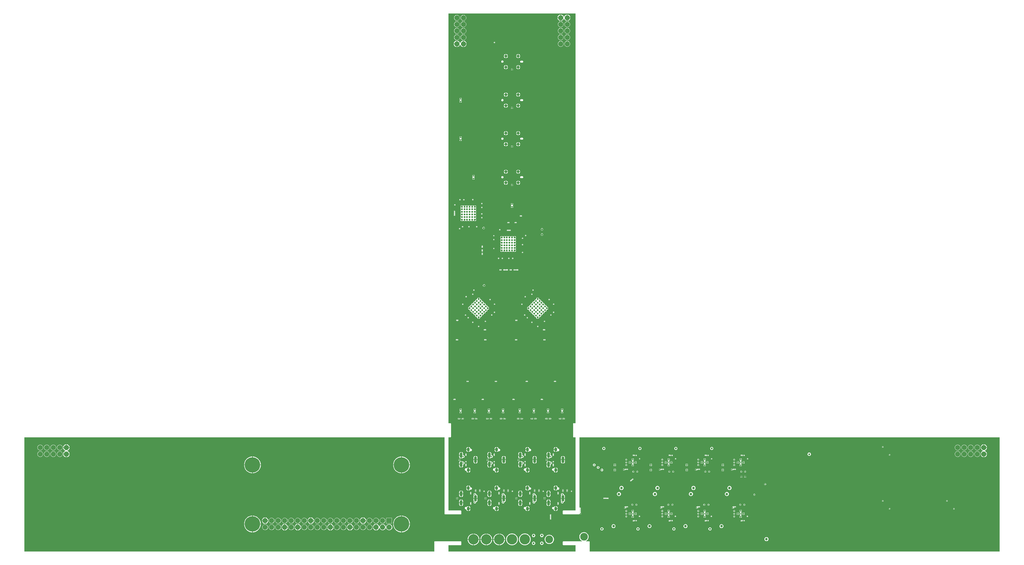
<source format=gbr>
%TF.GenerationSoftware,Altium Limited,Altium Designer,22.5.1 (42)*%
G04 Layer_Physical_Order=5*
G04 Layer_Color=26367*
%FSLAX26Y26*%
%MOIN*%
%TF.SameCoordinates,3C46EB80-FEDE-48F7-A63F-DE7BBD85CC47*%
%TF.FilePolarity,Positive*%
%TF.FileFunction,Copper,L5,Inr,Signal*%
%TF.Part,Single*%
G01*
G75*
%TA.AperFunction,ComponentPad*%
%ADD64C,0.078740*%
%ADD65R,0.078740X0.078740*%
%ADD66C,0.236220*%
%ADD67C,0.043307*%
G04:AMPARAMS|DCode=68|XSize=51.181mil|YSize=39.37mil|CornerRadius=9.842mil|HoleSize=0mil|Usage=FLASHONLY|Rotation=90.000|XOffset=0mil|YOffset=0mil|HoleType=Round|Shape=RoundedRectangle|*
%AMROUNDEDRECTD68*
21,1,0.051181,0.019685,0,0,90.0*
21,1,0.031496,0.039370,0,0,90.0*
1,1,0.019685,0.009843,0.015748*
1,1,0.019685,0.009843,-0.015748*
1,1,0.019685,-0.009843,-0.015748*
1,1,0.019685,-0.009843,0.015748*
%
%ADD68ROUNDEDRECTD68*%
G04:AMPARAMS|DCode=69|XSize=90.551mil|YSize=39.37mil|CornerRadius=9.842mil|HoleSize=0mil|Usage=FLASHONLY|Rotation=90.000|XOffset=0mil|YOffset=0mil|HoleType=Round|Shape=RoundedRectangle|*
%AMROUNDEDRECTD69*
21,1,0.090551,0.019685,0,0,90.0*
21,1,0.070866,0.039370,0,0,90.0*
1,1,0.019685,0.009843,0.035433*
1,1,0.019685,0.009843,-0.035433*
1,1,0.019685,-0.009843,-0.035433*
1,1,0.019685,-0.009843,0.035433*
%
%ADD69ROUNDEDRECTD69*%
G04:AMPARAMS|DCode=70|XSize=74.803mil|YSize=39.37mil|CornerRadius=9.842mil|HoleSize=0mil|Usage=FLASHONLY|Rotation=270.000|XOffset=0mil|YOffset=0mil|HoleType=Round|Shape=RoundedRectangle|*
%AMROUNDEDRECTD70*
21,1,0.074803,0.019685,0,0,270.0*
21,1,0.055118,0.039370,0,0,270.0*
1,1,0.019685,-0.009843,-0.027559*
1,1,0.019685,-0.009843,0.027559*
1,1,0.019685,0.009843,0.027559*
1,1,0.019685,0.009843,-0.027559*
%
%ADD70ROUNDEDRECTD70*%
%TA.AperFunction,ViaPad*%
%ADD71C,0.011811*%
%ADD72C,0.118110*%
%ADD73C,0.027559*%
%ADD74C,0.019685*%
%ADD76C,0.039370*%
%ADD77C,0.157480*%
%ADD78C,0.017716*%
%ADD79C,0.013780*%
G36*
X9044923Y5325156D02*
X9015750D01*
X9015576Y5325122D01*
X9015403Y5325150D01*
X9013799Y5324774D01*
X9012170Y5324507D01*
X9012169Y5324507D01*
X9012020Y5324414D01*
X9011848Y5324380D01*
X9011701Y5324282D01*
X9011530Y5324242D01*
X9010190Y5323279D01*
X9008788Y5322410D01*
X9008685Y5322267D01*
X9008540Y5322170D01*
X9008540Y5322169D01*
X9008539Y5322169D01*
X9008442Y5322024D01*
X9008299Y5321921D01*
X9007430Y5320519D01*
X9006467Y5319179D01*
X9006426Y5319007D01*
X9006329Y5318861D01*
X9006294Y5318689D01*
X9006202Y5318540D01*
X9006202Y5318539D01*
X9005935Y5316910D01*
X9005559Y5315306D01*
X9005587Y5315132D01*
X9005553Y5314959D01*
Y5118112D01*
X9005587Y5117938D01*
X9005559Y5117765D01*
X9005935Y5116161D01*
X9006202Y5114532D01*
X9006202Y5114531D01*
X9006294Y5114382D01*
X9006329Y5114210D01*
X9006427Y5114063D01*
X9006467Y5113892D01*
X9007429Y5112552D01*
X9008299Y5111150D01*
X9008442Y5111047D01*
X9008539Y5110902D01*
X9008540Y5110902D01*
X9008540Y5110901D01*
X9008685Y5110804D01*
X9008788Y5110661D01*
X9010189Y5109792D01*
X9011530Y5108829D01*
X9011702Y5108788D01*
X9011848Y5108691D01*
X9012020Y5108657D01*
X9012169Y5108564D01*
X9012170Y5108564D01*
X9013798Y5108297D01*
X9015403Y5107921D01*
X9015576Y5107949D01*
X9015750Y5107915D01*
X9044923D01*
Y3986573D01*
X8858269D01*
X8858096Y3986539D01*
X8857923Y3986567D01*
X8856319Y3986191D01*
X8854689Y3985924D01*
X8854688Y3985924D01*
X8854539Y3985831D01*
X8854368Y3985797D01*
X8854221Y3985699D01*
X8854049Y3985659D01*
X8852710Y3984697D01*
X8851308Y3983827D01*
X8851205Y3983684D01*
X8851060Y3983587D01*
X8851059Y3983586D01*
X8851059Y3983586D01*
X8850962Y3983441D01*
X8850818Y3983338D01*
X8849950Y3981937D01*
X8848986Y3980596D01*
X8848946Y3980424D01*
X8848848Y3980278D01*
X8848814Y3980106D01*
X8848722Y3979957D01*
X8848721Y3979956D01*
X8848455Y3978328D01*
X8848078Y3976723D01*
X8848107Y3976550D01*
X8848072Y3976376D01*
Y3937010D01*
X8848107Y3936836D01*
X8848078Y3936663D01*
X8848454Y3935059D01*
X8848721Y3933430D01*
X8848722Y3933429D01*
X8848814Y3933280D01*
X8848848Y3933108D01*
X8848946Y3932961D01*
X8848987Y3932790D01*
X8849949Y3931450D01*
X8850818Y3930048D01*
X8850962Y3929945D01*
X8851059Y3929800D01*
X8851059Y3929800D01*
X8851060Y3929799D01*
X8851205Y3929702D01*
X8851308Y3929559D01*
X8852709Y3928690D01*
X8854049Y3927727D01*
X8854221Y3927686D01*
X8854368Y3927589D01*
X8854540Y3927554D01*
X8854689Y3927462D01*
X8854689Y3927462D01*
X8856318Y3927195D01*
X8857923Y3926819D01*
X8858096Y3926847D01*
X8858269Y3926812D01*
X9094487D01*
X9094660Y3926847D01*
X9094833Y3926819D01*
X9096437Y3927195D01*
X9098067Y3927462D01*
X9098068Y3927462D01*
X9098217Y3927554D01*
X9098388Y3927589D01*
X9098535Y3927686D01*
X9098707Y3927727D01*
X9100046Y3928689D01*
X9101448Y3929559D01*
X9106148Y3929429D01*
X9110157Y3927769D01*
Y3942913D01*
X9115157D01*
Y3947913D01*
X9130302D01*
X9128641Y3951923D01*
X9124167Y3956397D01*
X9125000Y3960641D01*
Y3964556D01*
X9123502Y3968174D01*
X9122440Y3969235D01*
X9121277Y3972441D01*
X9122440Y3975647D01*
X9123502Y3976708D01*
X9125000Y3980326D01*
Y3984241D01*
X9123502Y3987859D01*
X9122441Y3988920D01*
X9121277Y3992126D01*
X9122441Y3995332D01*
X9123502Y3996393D01*
X9125000Y4000011D01*
Y4003926D01*
X9123502Y4007544D01*
X9122441Y4008605D01*
X9121277Y4011811D01*
X9122441Y4015017D01*
X9123502Y4016078D01*
X9125000Y4019696D01*
Y4023611D01*
X9123502Y4027229D01*
X9120733Y4029997D01*
X9117115Y4031496D01*
X9113200D01*
X9109582Y4029997D01*
X9104684Y4032170D01*
X9104684Y5107915D01*
X15540986D01*
Y3356653D01*
X9262164Y3356652D01*
Y3503935D01*
X9262129Y3504109D01*
X9262158Y3504282D01*
X9261782Y3505886D01*
X9261515Y3507515D01*
X9261514Y3507516D01*
X9261422Y3507665D01*
X9261388Y3507837D01*
X9261290Y3507984D01*
X9261250Y3508155D01*
X9260287Y3509495D01*
X9259418Y3510897D01*
X9259274Y3511000D01*
X9259178Y3511145D01*
X9259177Y3511145D01*
X9259176Y3511146D01*
X9259031Y3511243D01*
X9258929Y3511386D01*
X9257527Y3512255D01*
X9256187Y3513218D01*
X9256015Y3513259D01*
X9255869Y3513356D01*
X9255697Y3513390D01*
X9255548Y3513483D01*
X9255547Y3513483D01*
X9253918Y3513750D01*
X9252314Y3514126D01*
X9252140Y3514098D01*
X9251967Y3514132D01*
X9205994D01*
X9205000Y3519132D01*
X9206796Y3519876D01*
X9218403Y3527632D01*
X9228274Y3537503D01*
X9236029Y3549110D01*
X9241371Y3562006D01*
X9244094Y3575698D01*
Y3589657D01*
X9241371Y3603348D01*
X9236029Y3616245D01*
X9228274Y3627852D01*
X9218403Y3637722D01*
X9206796Y3645478D01*
X9193899Y3650820D01*
X9180208Y3653543D01*
X9166249D01*
X9152557Y3650820D01*
X9139661Y3645478D01*
X9128054Y3637722D01*
X9118183Y3627852D01*
X9110428Y3616245D01*
X9105085Y3603348D01*
X9102362Y3589657D01*
Y3575698D01*
X9105085Y3562006D01*
X9110428Y3549110D01*
X9118183Y3537503D01*
X9128054Y3527632D01*
X9139661Y3519876D01*
X9141457Y3519132D01*
X9140462Y3514132D01*
X8858269D01*
X8858096Y3514098D01*
X8857923Y3514126D01*
X8856319Y3513750D01*
X8854689Y3513483D01*
X8854688Y3513483D01*
X8854539Y3513390D01*
X8854368Y3513356D01*
X8854221Y3513258D01*
X8854049Y3513218D01*
X8852710Y3512256D01*
X8851308Y3511386D01*
X8851205Y3511243D01*
X8851060Y3511146D01*
X8851059Y3511145D01*
X8851059Y3511145D01*
X8850962Y3511000D01*
X8850818Y3510897D01*
X8849950Y3509496D01*
X8848986Y3508155D01*
X8848946Y3507983D01*
X8848848Y3507837D01*
X8848814Y3507665D01*
X8848722Y3507516D01*
X8848721Y3507515D01*
X8848455Y3505887D01*
X8848078Y3504282D01*
X8848107Y3504109D01*
X8848072Y3503935D01*
Y3464568D01*
X8848107Y3464395D01*
X8848078Y3464222D01*
X8848454Y3462618D01*
X8848721Y3460988D01*
X8848722Y3460988D01*
X8848814Y3460839D01*
X8848848Y3460667D01*
X8848946Y3460520D01*
X8848987Y3460349D01*
X8849949Y3459009D01*
X8850818Y3457607D01*
X8850962Y3457504D01*
X8851059Y3457359D01*
X8851059Y3457358D01*
X8851060Y3457358D01*
X8851205Y3457261D01*
X8851308Y3457118D01*
X8852709Y3456249D01*
X8854049Y3455286D01*
X8854221Y3455245D01*
X8854368Y3455148D01*
X8854540Y3455113D01*
X8854689Y3455021D01*
X8854689Y3455021D01*
X8856318Y3454754D01*
X8857923Y3454378D01*
X8858096Y3454406D01*
X8858269Y3454372D01*
X9044923D01*
Y3356652D01*
X7096810D01*
Y3454372D01*
X7283463D01*
X7283637Y3454406D01*
X7283810Y3454378D01*
X7285414Y3454754D01*
X7287043Y3455021D01*
X7287044Y3455021D01*
X7287193Y3455113D01*
X7287365Y3455148D01*
X7287511Y3455245D01*
X7287683Y3455286D01*
X7289023Y3456248D01*
X7290425Y3457118D01*
X7290528Y3457261D01*
X7290673Y3457358D01*
X7290673Y3457358D01*
X7290674Y3457359D01*
X7290771Y3457504D01*
X7290914Y3457607D01*
X7291783Y3459008D01*
X7292746Y3460349D01*
X7292786Y3460521D01*
X7292884Y3460667D01*
X7292918Y3460839D01*
X7293011Y3460988D01*
X7293011Y3460988D01*
X7293278Y3462617D01*
X7293654Y3464222D01*
X7293626Y3464395D01*
X7293660Y3464568D01*
Y3503935D01*
X7293626Y3504109D01*
X7293654Y3504282D01*
X7293278Y3505886D01*
X7293011Y3507515D01*
X7293011Y3507516D01*
X7292918Y3507665D01*
X7292884Y3507837D01*
X7292786Y3507984D01*
X7292746Y3508155D01*
X7291783Y3509495D01*
X7290914Y3510897D01*
X7290771Y3511000D01*
X7290674Y3511145D01*
X7290673Y3511145D01*
X7290673Y3511146D01*
X7290528Y3511243D01*
X7290425Y3511386D01*
X7289023Y3512255D01*
X7287683Y3513218D01*
X7287511Y3513259D01*
X7287365Y3513356D01*
X7287193Y3513390D01*
X7287044Y3513483D01*
X7287043Y3513483D01*
X7285414Y3513750D01*
X7283810Y3514126D01*
X7283636Y3514098D01*
X7283463Y3514132D01*
X6889765D01*
X6889592Y3514098D01*
X6889419Y3514126D01*
X6887815Y3513750D01*
X6886185Y3513483D01*
X6886185Y3513483D01*
X6886035Y3513390D01*
X6885864Y3513356D01*
X6885717Y3513258D01*
X6885546Y3513218D01*
X6884206Y3512256D01*
X6882804Y3511386D01*
X6882701Y3511243D01*
X6882556Y3511146D01*
X6882555Y3511145D01*
X6882555Y3511145D01*
X6882458Y3511000D01*
X6882315Y3510897D01*
X6881446Y3509496D01*
X6880483Y3508155D01*
X6880442Y3507983D01*
X6880345Y3507837D01*
X6880310Y3507665D01*
X6880218Y3507516D01*
X6880218Y3507515D01*
X6879951Y3505887D01*
X6879574Y3504282D01*
X6879603Y3504109D01*
X6879568Y3503935D01*
Y3356652D01*
X600747Y3356653D01*
Y5107915D01*
X7037049D01*
X7037049Y3937010D01*
X7037083Y3936836D01*
X7037055Y3936663D01*
X7037431Y3935059D01*
X7037698Y3933430D01*
X7037698Y3933429D01*
X7037791Y3933280D01*
X7037825Y3933108D01*
X7037923Y3932961D01*
X7037963Y3932790D01*
X7038925Y3931450D01*
X7039795Y3930048D01*
X7039938Y3929945D01*
X7040035Y3929800D01*
X7040036Y3929800D01*
X7040036Y3929799D01*
X7040181Y3929702D01*
X7040284Y3929559D01*
X7041685Y3928690D01*
X7043026Y3927727D01*
X7043198Y3927686D01*
X7043344Y3927589D01*
X7043516Y3927554D01*
X7043665Y3927462D01*
X7043666Y3927462D01*
X7045294Y3927195D01*
X7046899Y3926819D01*
X7047072Y3926847D01*
X7047246Y3926812D01*
X7283463D01*
X7283637Y3926847D01*
X7283810Y3926819D01*
X7285414Y3927195D01*
X7287043Y3927462D01*
X7287044Y3927462D01*
X7287193Y3927554D01*
X7287365Y3927589D01*
X7287511Y3927686D01*
X7287683Y3927727D01*
X7289023Y3928689D01*
X7290425Y3929559D01*
X7290528Y3929702D01*
X7290673Y3929799D01*
X7290673Y3929800D01*
X7290674Y3929800D01*
X7290771Y3929945D01*
X7290914Y3930048D01*
X7291783Y3931449D01*
X7292746Y3932790D01*
X7292786Y3932961D01*
X7292884Y3933108D01*
X7292918Y3933280D01*
X7293011Y3933429D01*
X7293011Y3933430D01*
X7293278Y3935058D01*
X7293654Y3936663D01*
X7293626Y3936836D01*
X7293660Y3937010D01*
Y3976376D01*
X7293626Y3976550D01*
X7293654Y3976723D01*
X7293278Y3978327D01*
X7293011Y3979956D01*
X7293011Y3979957D01*
X7292918Y3980106D01*
X7292884Y3980278D01*
X7292786Y3980425D01*
X7292746Y3980596D01*
X7291783Y3981936D01*
X7290914Y3983338D01*
X7290771Y3983441D01*
X7290674Y3983586D01*
X7290673Y3983586D01*
X7290673Y3983587D01*
X7290528Y3983684D01*
X7290425Y3983827D01*
X7289023Y3984696D01*
X7287683Y3985659D01*
X7287511Y3985700D01*
X7287365Y3985797D01*
X7287193Y3985831D01*
X7287044Y3985924D01*
X7287043Y3985924D01*
X7285414Y3986191D01*
X7283810Y3986567D01*
X7283636Y3986539D01*
X7283463Y3986573D01*
X7096810D01*
Y5107915D01*
X7125983D01*
X7126156Y5107949D01*
X7126329Y5107921D01*
X7127933Y5108297D01*
X7129563Y5108564D01*
X7129564Y5108564D01*
X7129713Y5108657D01*
X7129885Y5108691D01*
X7130031Y5108789D01*
X7130203Y5108829D01*
X7131542Y5109791D01*
X7132944Y5110661D01*
X7133047Y5110804D01*
X7133192Y5110901D01*
X7133193Y5110902D01*
X7133193Y5110902D01*
X7133290Y5111047D01*
X7133434Y5111150D01*
X7134302Y5112551D01*
X7135266Y5113892D01*
X7135306Y5114064D01*
X7135404Y5114210D01*
X7135438Y5114382D01*
X7135530Y5114531D01*
X7135530Y5114532D01*
X7135797Y5116160D01*
X7136174Y5117765D01*
X7136145Y5117938D01*
X7136180Y5118112D01*
Y5314959D01*
X7136145Y5315133D01*
X7136173Y5315306D01*
X7135797Y5316910D01*
X7135530Y5318539D01*
X7135530Y5318540D01*
X7135438Y5318689D01*
X7135404Y5318861D01*
X7135306Y5319007D01*
X7135266Y5319179D01*
X7134303Y5320519D01*
X7133434Y5321921D01*
X7133290Y5322024D01*
X7133193Y5322169D01*
X7133193Y5322169D01*
X7133192Y5322170D01*
X7133047Y5322267D01*
X7132944Y5322410D01*
X7131543Y5323279D01*
X7130203Y5324242D01*
X7130031Y5324282D01*
X7129885Y5324380D01*
X7129712Y5324414D01*
X7129564Y5324507D01*
X7129563Y5324507D01*
X7127934Y5324774D01*
X7126329Y5325150D01*
X7126156Y5325122D01*
X7125983Y5325156D01*
X7096810D01*
Y11603978D01*
X9044923D01*
Y5325156D01*
D02*
G37*
%LPC*%
G36*
X8911141Y11587953D02*
X8909642D01*
X8897086Y11584588D01*
X8885828Y11578089D01*
X8876636Y11568897D01*
X8870136Y11557639D01*
X8868730Y11552391D01*
X8863553D01*
X8862147Y11557639D01*
X8855648Y11568897D01*
X8846456Y11578089D01*
X8835198Y11584588D01*
X8822641Y11587953D01*
X8821141D01*
Y11538583D01*
Y11489213D01*
X8822641D01*
X8835198Y11492577D01*
X8846456Y11499077D01*
X8855648Y11508269D01*
X8862147Y11519527D01*
X8863553Y11524774D01*
X8868730D01*
X8870136Y11519527D01*
X8876636Y11508269D01*
X8885828Y11499077D01*
X8897086Y11492577D01*
X8909642Y11489213D01*
X8911141D01*
Y11538583D01*
Y11587953D01*
D02*
G37*
G36*
X8922641D02*
X8921141D01*
Y11543583D01*
X8965512D01*
Y11545082D01*
X8962147Y11557639D01*
X8955648Y11568897D01*
X8946456Y11578089D01*
X8935198Y11584588D01*
X8922641Y11587953D01*
D02*
G37*
G36*
X8811141D02*
X8809642D01*
X8797086Y11584588D01*
X8785828Y11578089D01*
X8776636Y11568897D01*
X8770136Y11557639D01*
X8766772Y11545082D01*
Y11543583D01*
X8811141D01*
Y11587953D01*
D02*
G37*
G36*
X7331292Y11581890D02*
X7319889D01*
X7308875Y11578939D01*
X7298999Y11573237D01*
X7290936Y11565174D01*
X7285235Y11555299D01*
X7282283Y11544284D01*
Y11532881D01*
X7285235Y11521867D01*
X7290936Y11511992D01*
X7298999Y11503928D01*
X7308875Y11498227D01*
X7319889Y11495276D01*
X7331292D01*
X7342306Y11498227D01*
X7352182Y11503928D01*
X7360245Y11511992D01*
X7365946Y11521867D01*
X7368898Y11532881D01*
Y11544284D01*
X7365946Y11555299D01*
X7360245Y11565174D01*
X7352182Y11573237D01*
X7342306Y11578939D01*
X7331292Y11581890D01*
D02*
G37*
G36*
X7231292D02*
X7219889D01*
X7208875Y11578939D01*
X7198999Y11573237D01*
X7190936Y11565174D01*
X7185235Y11555299D01*
X7182283Y11544284D01*
Y11532881D01*
X7185235Y11521867D01*
X7190936Y11511992D01*
X7198999Y11503928D01*
X7208875Y11498227D01*
X7219889Y11495276D01*
X7231292D01*
X7242306Y11498227D01*
X7252182Y11503928D01*
X7260245Y11511992D01*
X7265946Y11521867D01*
X7268898Y11532881D01*
Y11544284D01*
X7265946Y11555299D01*
X7260245Y11565174D01*
X7252182Y11573237D01*
X7242306Y11578939D01*
X7231292Y11581890D01*
D02*
G37*
G36*
X8965512Y11533583D02*
X8921141D01*
Y11489213D01*
X8922641D01*
X8935198Y11492577D01*
X8946456Y11499077D01*
X8955648Y11508269D01*
X8962147Y11519527D01*
X8965512Y11532083D01*
Y11533583D01*
D02*
G37*
G36*
X8811141D02*
X8766772D01*
Y11532083D01*
X8770136Y11519527D01*
X8776636Y11508269D01*
X8785828Y11499077D01*
X8797086Y11492577D01*
X8809642Y11489213D01*
X8811141D01*
Y11533583D01*
D02*
G37*
G36*
X8921843Y11481890D02*
X8910440D01*
X8899426Y11478939D01*
X8889550Y11473237D01*
X8881487Y11465174D01*
X8875786Y11455299D01*
X8872835Y11444284D01*
Y11432881D01*
X8875786Y11421867D01*
X8881487Y11411992D01*
X8889550Y11403928D01*
X8899426Y11398227D01*
X8910440Y11395276D01*
X8921843D01*
X8932858Y11398227D01*
X8942733Y11403928D01*
X8950796Y11411992D01*
X8956497Y11421867D01*
X8959449Y11432881D01*
Y11444284D01*
X8956497Y11455299D01*
X8950796Y11465174D01*
X8942733Y11473237D01*
X8932858Y11478939D01*
X8921843Y11481890D01*
D02*
G37*
G36*
X8821843D02*
X8810440D01*
X8799426Y11478939D01*
X8789550Y11473237D01*
X8781487Y11465174D01*
X8775786Y11455299D01*
X8772835Y11444284D01*
Y11432881D01*
X8775786Y11421867D01*
X8781487Y11411992D01*
X8789550Y11403928D01*
X8799426Y11398227D01*
X8810440Y11395276D01*
X8821843D01*
X8832858Y11398227D01*
X8842733Y11403928D01*
X8850796Y11411992D01*
X8856497Y11421867D01*
X8859449Y11432881D01*
Y11444284D01*
X8856497Y11455299D01*
X8850796Y11465174D01*
X8842733Y11473237D01*
X8832858Y11478939D01*
X8821843Y11481890D01*
D02*
G37*
G36*
X7331292D02*
X7319889D01*
X7308875Y11478939D01*
X7298999Y11473237D01*
X7290936Y11465174D01*
X7285235Y11455299D01*
X7282283Y11444284D01*
Y11432881D01*
X7285235Y11421867D01*
X7290936Y11411992D01*
X7298999Y11403928D01*
X7308875Y11398227D01*
X7319889Y11395276D01*
X7331292D01*
X7342306Y11398227D01*
X7352182Y11403928D01*
X7360245Y11411992D01*
X7365946Y11421867D01*
X7368898Y11432881D01*
Y11444284D01*
X7365946Y11455299D01*
X7360245Y11465174D01*
X7352182Y11473237D01*
X7342306Y11478939D01*
X7331292Y11481890D01*
D02*
G37*
G36*
X7231292D02*
X7219889D01*
X7208875Y11478939D01*
X7198999Y11473237D01*
X7190936Y11465174D01*
X7185235Y11455299D01*
X7182283Y11444284D01*
Y11432881D01*
X7185235Y11421867D01*
X7190936Y11411992D01*
X7198999Y11403928D01*
X7208875Y11398227D01*
X7219889Y11395276D01*
X7231292D01*
X7242306Y11398227D01*
X7252182Y11403928D01*
X7260245Y11411992D01*
X7265946Y11421867D01*
X7268898Y11432881D01*
Y11444284D01*
X7265946Y11455299D01*
X7260245Y11465174D01*
X7252182Y11473237D01*
X7242306Y11478939D01*
X7231292Y11481890D01*
D02*
G37*
G36*
X8921843Y11381890D02*
X8910440D01*
X8899426Y11378939D01*
X8889550Y11373237D01*
X8881487Y11365174D01*
X8875786Y11355299D01*
X8872835Y11344284D01*
Y11332881D01*
X8875786Y11321867D01*
X8881487Y11311992D01*
X8889550Y11303928D01*
X8899426Y11298227D01*
X8910440Y11295276D01*
X8921843D01*
X8932858Y11298227D01*
X8942733Y11303928D01*
X8950796Y11311992D01*
X8956497Y11321867D01*
X8959449Y11332881D01*
Y11344284D01*
X8956497Y11355299D01*
X8950796Y11365174D01*
X8942733Y11373237D01*
X8932858Y11378939D01*
X8921843Y11381890D01*
D02*
G37*
G36*
X8821843D02*
X8810440D01*
X8799426Y11378939D01*
X8789550Y11373237D01*
X8781487Y11365174D01*
X8775786Y11355299D01*
X8772835Y11344284D01*
Y11332881D01*
X8775786Y11321867D01*
X8781487Y11311992D01*
X8789550Y11303928D01*
X8799426Y11298227D01*
X8810440Y11295276D01*
X8821843D01*
X8832858Y11298227D01*
X8842733Y11303928D01*
X8850796Y11311992D01*
X8856497Y11321867D01*
X8859449Y11332881D01*
Y11344284D01*
X8856497Y11355299D01*
X8850796Y11365174D01*
X8842733Y11373237D01*
X8832858Y11378939D01*
X8821843Y11381890D01*
D02*
G37*
G36*
X7331292D02*
X7319889D01*
X7308875Y11378939D01*
X7298999Y11373237D01*
X7290936Y11365174D01*
X7285235Y11355299D01*
X7282283Y11344284D01*
Y11332881D01*
X7285235Y11321867D01*
X7290936Y11311992D01*
X7298999Y11303928D01*
X7308875Y11298227D01*
X7319889Y11295276D01*
X7331292D01*
X7342306Y11298227D01*
X7352182Y11303928D01*
X7360245Y11311992D01*
X7365946Y11321867D01*
X7368898Y11332881D01*
Y11344284D01*
X7365946Y11355299D01*
X7360245Y11365174D01*
X7352182Y11373237D01*
X7342306Y11378939D01*
X7331292Y11381890D01*
D02*
G37*
G36*
X7231292D02*
X7219889D01*
X7208875Y11378939D01*
X7198999Y11373237D01*
X7190936Y11365174D01*
X7185235Y11355299D01*
X7182283Y11344284D01*
Y11332881D01*
X7185235Y11321867D01*
X7190936Y11311992D01*
X7198999Y11303928D01*
X7208875Y11298227D01*
X7219889Y11295276D01*
X7231292D01*
X7242306Y11298227D01*
X7252182Y11303928D01*
X7260245Y11311992D01*
X7265946Y11321867D01*
X7268898Y11332881D01*
Y11344284D01*
X7265946Y11355299D01*
X7260245Y11365174D01*
X7252182Y11373237D01*
X7242306Y11378939D01*
X7231292Y11381890D01*
D02*
G37*
G36*
X8921843Y11281890D02*
X8910440D01*
X8899426Y11278939D01*
X8889550Y11273237D01*
X8881487Y11265174D01*
X8875786Y11255299D01*
X8872835Y11244284D01*
Y11232881D01*
X8875786Y11221867D01*
X8881487Y11211992D01*
X8889550Y11203928D01*
X8899426Y11198227D01*
X8910440Y11195276D01*
X8921843D01*
X8932858Y11198227D01*
X8942733Y11203928D01*
X8950796Y11211992D01*
X8956497Y11221867D01*
X8959449Y11232881D01*
Y11244284D01*
X8956497Y11255299D01*
X8950796Y11265174D01*
X8942733Y11273237D01*
X8932858Y11278939D01*
X8921843Y11281890D01*
D02*
G37*
G36*
X8821843D02*
X8810440D01*
X8799426Y11278939D01*
X8789550Y11273237D01*
X8781487Y11265174D01*
X8775786Y11255299D01*
X8772835Y11244284D01*
Y11232881D01*
X8775786Y11221867D01*
X8781487Y11211992D01*
X8789550Y11203928D01*
X8799426Y11198227D01*
X8810440Y11195276D01*
X8821843D01*
X8832858Y11198227D01*
X8842733Y11203928D01*
X8850796Y11211992D01*
X8856497Y11221867D01*
X8859449Y11232881D01*
Y11244284D01*
X8856497Y11255299D01*
X8850796Y11265174D01*
X8842733Y11273237D01*
X8832858Y11278939D01*
X8821843Y11281890D01*
D02*
G37*
G36*
X7331292D02*
X7319889D01*
X7308875Y11278939D01*
X7298999Y11273237D01*
X7290936Y11265174D01*
X7285235Y11255299D01*
X7282283Y11244284D01*
Y11232881D01*
X7285235Y11221867D01*
X7290936Y11211992D01*
X7298999Y11203928D01*
X7308875Y11198227D01*
X7319889Y11195276D01*
X7331292D01*
X7342306Y11198227D01*
X7352182Y11203928D01*
X7360245Y11211992D01*
X7365946Y11221867D01*
X7368898Y11232881D01*
Y11244284D01*
X7365946Y11255299D01*
X7360245Y11265174D01*
X7352182Y11273237D01*
X7342306Y11278939D01*
X7331292Y11281890D01*
D02*
G37*
G36*
X7231292D02*
X7219889D01*
X7208875Y11278939D01*
X7198999Y11273237D01*
X7190936Y11265174D01*
X7185235Y11255299D01*
X7182283Y11244284D01*
Y11232881D01*
X7185235Y11221867D01*
X7190936Y11211992D01*
X7198999Y11203928D01*
X7208875Y11198227D01*
X7219889Y11195276D01*
X7231292D01*
X7242306Y11198227D01*
X7252182Y11203928D01*
X7260245Y11211992D01*
X7265946Y11221867D01*
X7268898Y11232881D01*
Y11244284D01*
X7265946Y11255299D01*
X7260245Y11265174D01*
X7252182Y11273237D01*
X7242306Y11278939D01*
X7231292Y11281890D01*
D02*
G37*
G36*
X7320591Y11187953D02*
X7319091D01*
X7306534Y11184588D01*
X7295277Y11178089D01*
X7286085Y11168897D01*
X7279585Y11157639D01*
X7278179Y11152391D01*
X7273002D01*
X7271596Y11157639D01*
X7265096Y11168897D01*
X7255904Y11178089D01*
X7244647Y11184588D01*
X7232090Y11187953D01*
X7230591D01*
Y11138582D01*
Y11089213D01*
X7232090D01*
X7244647Y11092577D01*
X7255904Y11099077D01*
X7265096Y11108269D01*
X7271596Y11119527D01*
X7273002Y11124774D01*
X7278179D01*
X7279585Y11119527D01*
X7286085Y11108269D01*
X7295277Y11099077D01*
X7306534Y11092577D01*
X7319091Y11089213D01*
X7320591D01*
Y11138582D01*
Y11187953D01*
D02*
G37*
G36*
X7803139Y11170276D02*
X7799223D01*
X7795606Y11168777D01*
X7792837Y11166008D01*
X7791339Y11162391D01*
Y11158475D01*
X7792837Y11154858D01*
X7795606Y11152089D01*
X7799223Y11150591D01*
X7803139D01*
X7806756Y11152089D01*
X7809525Y11154858D01*
X7811024Y11158475D01*
Y11162391D01*
X7809525Y11166008D01*
X7806756Y11168777D01*
X7803139Y11170276D01*
D02*
G37*
G36*
X7332090Y11187953D02*
X7330591D01*
Y11143582D01*
X7374961D01*
Y11145082D01*
X7371596Y11157639D01*
X7365096Y11168897D01*
X7355904Y11178089D01*
X7344647Y11184588D01*
X7332090Y11187953D01*
D02*
G37*
G36*
X7220591D02*
X7219091D01*
X7206534Y11184588D01*
X7195277Y11178089D01*
X7186085Y11168897D01*
X7179585Y11157639D01*
X7176221Y11145082D01*
Y11143582D01*
X7220591D01*
Y11187953D01*
D02*
G37*
G36*
X8921843Y11181890D02*
X8910440D01*
X8899426Y11178939D01*
X8889550Y11173237D01*
X8881487Y11165174D01*
X8875786Y11155299D01*
X8872835Y11144284D01*
Y11132881D01*
X8875786Y11121867D01*
X8881487Y11111992D01*
X8889550Y11103928D01*
X8899426Y11098227D01*
X8910440Y11095276D01*
X8921843D01*
X8932858Y11098227D01*
X8942733Y11103928D01*
X8950796Y11111992D01*
X8956497Y11121867D01*
X8959449Y11132881D01*
Y11144284D01*
X8956497Y11155299D01*
X8950796Y11165174D01*
X8942733Y11173237D01*
X8932858Y11178939D01*
X8921843Y11181890D01*
D02*
G37*
G36*
X8821843D02*
X8810440D01*
X8799426Y11178939D01*
X8789550Y11173237D01*
X8781487Y11165174D01*
X8775786Y11155299D01*
X8772835Y11144284D01*
Y11132881D01*
X8775786Y11121867D01*
X8781487Y11111992D01*
X8789550Y11103928D01*
X8799426Y11098227D01*
X8810440Y11095276D01*
X8821843D01*
X8832858Y11098227D01*
X8842733Y11103928D01*
X8850796Y11111992D01*
X8856497Y11121867D01*
X8859449Y11132881D01*
Y11144284D01*
X8856497Y11155299D01*
X8850796Y11165174D01*
X8842733Y11173237D01*
X8832858Y11178939D01*
X8821843Y11181890D01*
D02*
G37*
G36*
X7374961Y11133582D02*
X7330591D01*
Y11089213D01*
X7332090D01*
X7344647Y11092577D01*
X7355904Y11099077D01*
X7365096Y11108269D01*
X7371596Y11119527D01*
X7374961Y11132083D01*
Y11133582D01*
D02*
G37*
G36*
X7220591D02*
X7176221D01*
Y11132083D01*
X7179585Y11119527D01*
X7186085Y11108269D01*
X7195277Y11099077D01*
X7206534Y11092577D01*
X7219091Y11089213D01*
X7220591D01*
Y11133582D01*
D02*
G37*
G36*
X8170355Y10982218D02*
Y10955787D01*
X8196785D01*
X8194851Y10963005D01*
X8190683Y10970223D01*
X8184790Y10976117D01*
X8177572Y10980284D01*
X8170355Y10982218D01*
D02*
G37*
G36*
X7981377Y10982218D02*
Y10955787D01*
X8007808D01*
X8005874Y10963005D01*
X8001707Y10970223D01*
X7995814Y10976117D01*
X7988596Y10980284D01*
X7981377Y10982218D01*
D02*
G37*
G36*
X7971377Y10982218D02*
X7964160Y10980284D01*
X7956942Y10976117D01*
X7951049Y10970223D01*
X7946882Y10963005D01*
X7944947Y10955787D01*
X7971377D01*
Y10982218D01*
D02*
G37*
G36*
X8160355Y10982218D02*
X8153136Y10980284D01*
X8145919Y10976117D01*
X8140025Y10970223D01*
X8135858Y10963005D01*
X8133924Y10955787D01*
X8160355D01*
Y10982218D01*
D02*
G37*
G36*
X7971377Y10945787D02*
X7944948D01*
X7946882Y10938570D01*
X7951049Y10931352D01*
X7956942Y10925458D01*
X7964160Y10921291D01*
X7971377Y10919357D01*
Y10945787D01*
D02*
G37*
G36*
X8196785D02*
X8170355D01*
Y10919357D01*
X8177572Y10921291D01*
X8184790Y10925458D01*
X8190683Y10931352D01*
X8194851Y10938570D01*
X8196785Y10945787D01*
D02*
G37*
G36*
X8160355D02*
X8133924D01*
X8135858Y10938570D01*
X8140025Y10931352D01*
X8145919Y10925458D01*
X8153136Y10921291D01*
X8160355Y10919357D01*
Y10945787D01*
D02*
G37*
G36*
X8007808D02*
X7981377D01*
Y10919357D01*
X7988596Y10921291D01*
X7995814Y10925458D01*
X8001707Y10931352D01*
X8005874Y10938570D01*
X8007808Y10945787D01*
D02*
G37*
G36*
X8226772Y10881797D02*
X8210236D01*
X8204245Y10880605D01*
X8199166Y10877211D01*
X8195773Y10872133D01*
X8194581Y10866142D01*
X8195773Y10860151D01*
X8199166Y10855072D01*
X8204245Y10851678D01*
X8210236Y10850487D01*
X8226772D01*
X8232763Y10851678D01*
X8237841Y10855072D01*
X8241235Y10860151D01*
X8242427Y10866142D01*
X8241235Y10872133D01*
X8237841Y10877211D01*
X8232763Y10880605D01*
X8226772Y10881797D01*
D02*
G37*
G36*
X7926596Y10883071D02*
X7919861D01*
X7913639Y10880494D01*
X7908877Y10875731D01*
X7906299Y10869509D01*
Y10862774D01*
X7908877Y10856552D01*
X7913639Y10851790D01*
X7919861Y10849213D01*
X7926596D01*
X7932818Y10851790D01*
X7937580Y10856552D01*
X7940157Y10862774D01*
Y10869509D01*
X7937580Y10875731D01*
X7932818Y10880494D01*
X7926596Y10883071D01*
D02*
G37*
G36*
X8170355Y10812926D02*
Y10786496D01*
X8196785D01*
X8194851Y10793714D01*
X8190683Y10800932D01*
X8184790Y10806825D01*
X8177572Y10810992D01*
X8170355Y10812926D01*
D02*
G37*
G36*
X7981377Y10812926D02*
Y10786496D01*
X8007808D01*
X8005874Y10793714D01*
X8001707Y10800932D01*
X7995814Y10806825D01*
X7988596Y10810992D01*
X7981377Y10812926D01*
D02*
G37*
G36*
X7971377Y10812926D02*
X7964160Y10810992D01*
X7956942Y10806825D01*
X7951049Y10800932D01*
X7946882Y10793714D01*
X7944948Y10786496D01*
X7971377D01*
Y10812926D01*
D02*
G37*
G36*
X8160355Y10812926D02*
X8153136Y10810992D01*
X8145919Y10806825D01*
X8140025Y10800932D01*
X8135858Y10793714D01*
X8133924Y10786496D01*
X8160355D01*
Y10812926D01*
D02*
G37*
G36*
X8075866Y10763176D02*
Y10753031D01*
X8086011D01*
X8084350Y10757041D01*
X8079876Y10761515D01*
X8075866Y10763176D01*
D02*
G37*
G36*
X8065866D02*
X8061856Y10761515D01*
X8057382Y10757041D01*
X8055721Y10753031D01*
X8065866D01*
Y10763176D01*
D02*
G37*
G36*
X7971377Y10776496D02*
X7944948D01*
X7946882Y10769278D01*
X7951049Y10762060D01*
X7956942Y10756167D01*
X7964160Y10752000D01*
X7971377Y10750066D01*
Y10776496D01*
D02*
G37*
G36*
X8196785D02*
X8170355D01*
Y10750066D01*
X8177572Y10752000D01*
X8184790Y10756167D01*
X8190683Y10762060D01*
X8194851Y10769278D01*
X8196785Y10776496D01*
D02*
G37*
G36*
X8160355D02*
X8133924D01*
X8135858Y10769278D01*
X8140025Y10762060D01*
X8145919Y10756167D01*
X8153136Y10752000D01*
X8160355Y10750066D01*
Y10776496D01*
D02*
G37*
G36*
X8007808D02*
X7981377D01*
Y10750066D01*
X7988596Y10752000D01*
X7995814Y10756167D01*
X8001707Y10762060D01*
X8005874Y10769278D01*
X8007808Y10776496D01*
D02*
G37*
G36*
X8086011Y10743031D02*
X8075866D01*
Y10732887D01*
X8079876Y10734548D01*
X8084350Y10739022D01*
X8086011Y10743031D01*
D02*
G37*
G36*
X8065866D02*
X8055721D01*
X8057382Y10739022D01*
X8061856Y10734548D01*
X8065866Y10732887D01*
Y10743031D01*
D02*
G37*
G36*
X8170355Y10391667D02*
Y10365236D01*
X8196785D01*
X8194851Y10372454D01*
X8190683Y10379672D01*
X8184790Y10385565D01*
X8177572Y10389733D01*
X8170355Y10391667D01*
D02*
G37*
G36*
X7981377Y10391667D02*
Y10365236D01*
X8007808D01*
X8005874Y10372454D01*
X8001707Y10379672D01*
X7995814Y10385565D01*
X7988596Y10389733D01*
X7981377Y10391667D01*
D02*
G37*
G36*
X7971377Y10391666D02*
X7964160Y10389733D01*
X7956942Y10385565D01*
X7951049Y10379672D01*
X7946882Y10372454D01*
X7944947Y10365236D01*
X7971377D01*
Y10391666D01*
D02*
G37*
G36*
X8160355Y10391667D02*
X8153136Y10389733D01*
X8145919Y10385565D01*
X8140025Y10379672D01*
X8135858Y10372454D01*
X8133924Y10365236D01*
X8160355D01*
Y10391667D01*
D02*
G37*
G36*
X7971377Y10355236D02*
X7944948D01*
X7946882Y10348019D01*
X7951049Y10340801D01*
X7956942Y10334907D01*
X7964160Y10330740D01*
X7971377Y10328806D01*
Y10355236D01*
D02*
G37*
G36*
X8196784D02*
X8170355D01*
Y10328806D01*
X8177572Y10330740D01*
X8184790Y10334907D01*
X8190683Y10340801D01*
X8194851Y10348019D01*
X8196784Y10355236D01*
D02*
G37*
G36*
X8160355D02*
X8133924D01*
X8135858Y10348019D01*
X8140025Y10340801D01*
X8145919Y10334907D01*
X8153136Y10330740D01*
X8160355Y10328806D01*
Y10355236D01*
D02*
G37*
G36*
X8007808D02*
X7981377D01*
Y10328806D01*
X7988596Y10330740D01*
X7995814Y10334907D01*
X8001707Y10340801D01*
X8005874Y10348019D01*
X8007808Y10355236D01*
D02*
G37*
G36*
X7288465Y10311648D02*
Y10298307D01*
X7301806D01*
X7299452Y10303989D01*
X7294147Y10309294D01*
X7288465Y10311648D01*
D02*
G37*
G36*
X7278465D02*
X7272782Y10309294D01*
X7267477Y10303989D01*
X7265124Y10298307D01*
X7278465D01*
Y10311648D01*
D02*
G37*
G36*
X7301806Y10288307D02*
X7265124D01*
X7267477Y10282625D01*
X7271401Y10278701D01*
X7272289Y10275591D01*
X7271401Y10272480D01*
X7267477Y10268556D01*
X7265124Y10262874D01*
X7301806D01*
X7299452Y10268556D01*
X7295528Y10272480D01*
X7294641Y10275591D01*
X7295528Y10278701D01*
X7299452Y10282625D01*
X7301806Y10288307D01*
D02*
G37*
G36*
X8226772Y10291246D02*
X8210236D01*
X8204245Y10290054D01*
X8199166Y10286660D01*
X8195773Y10281582D01*
X8194581Y10275591D01*
X8195773Y10269600D01*
X8199166Y10264521D01*
X8204245Y10261127D01*
X8210236Y10259935D01*
X8226772D01*
X8232763Y10261127D01*
X8237841Y10264521D01*
X8241235Y10269600D01*
X8242427Y10275591D01*
X8241235Y10281582D01*
X8237841Y10286660D01*
X8232763Y10290054D01*
X8226772Y10291246D01*
D02*
G37*
G36*
X7926596Y10292520D02*
X7919861D01*
X7913639Y10289942D01*
X7908877Y10285180D01*
X7906299Y10278958D01*
Y10272223D01*
X7908877Y10266001D01*
X7913639Y10261239D01*
X7919861Y10258662D01*
X7926596D01*
X7932818Y10261239D01*
X7937580Y10266001D01*
X7940157Y10272223D01*
Y10278958D01*
X7937580Y10285180D01*
X7932818Y10289942D01*
X7926596Y10292520D01*
D02*
G37*
G36*
X7301806Y10252874D02*
X7288465D01*
Y10239533D01*
X7294147Y10241887D01*
X7299452Y10247192D01*
X7301806Y10252874D01*
D02*
G37*
G36*
X7278465D02*
X7265124D01*
X7267477Y10247192D01*
X7272782Y10241887D01*
X7278465Y10239533D01*
Y10252874D01*
D02*
G37*
G36*
X8170355Y10222375D02*
Y10195945D01*
X8196785D01*
X8194851Y10203163D01*
X8190683Y10210381D01*
X8184790Y10216274D01*
X8177572Y10220441D01*
X8170355Y10222375D01*
D02*
G37*
G36*
X7981377Y10222375D02*
Y10195945D01*
X8007808D01*
X8005874Y10203163D01*
X8001707Y10210381D01*
X7995814Y10216274D01*
X7988596Y10220441D01*
X7981377Y10222375D01*
D02*
G37*
G36*
X7971377Y10222375D02*
X7964160Y10220441D01*
X7956942Y10216274D01*
X7951049Y10210381D01*
X7946882Y10203163D01*
X7944948Y10195945D01*
X7971377D01*
Y10222375D01*
D02*
G37*
G36*
X8160355Y10222375D02*
X8153136Y10220441D01*
X8145919Y10216274D01*
X8140025Y10210381D01*
X8135858Y10203163D01*
X8133924Y10195945D01*
X8160355D01*
Y10222375D01*
D02*
G37*
G36*
X8075866Y10172625D02*
Y10162480D01*
X8086011D01*
X8084350Y10166490D01*
X8079876Y10170964D01*
X8075866Y10172625D01*
D02*
G37*
G36*
X8065866D02*
X8061856Y10170964D01*
X8057382Y10166490D01*
X8055721Y10162480D01*
X8065866D01*
Y10172625D01*
D02*
G37*
G36*
X7971377Y10185945D02*
X7944948D01*
X7946882Y10178727D01*
X7951049Y10171509D01*
X7956942Y10165616D01*
X7964160Y10161449D01*
X7971377Y10159515D01*
Y10185945D01*
D02*
G37*
G36*
X8196785D02*
X8170355D01*
Y10159515D01*
X8177572Y10161449D01*
X8184790Y10165616D01*
X8190683Y10171509D01*
X8194851Y10178727D01*
X8196785Y10185945D01*
D02*
G37*
G36*
X8160355D02*
X8133924D01*
X8135858Y10178727D01*
X8140025Y10171509D01*
X8145919Y10165616D01*
X8153136Y10161449D01*
X8160355Y10159514D01*
Y10185945D01*
D02*
G37*
G36*
X8007808D02*
X7981377D01*
Y10159514D01*
X7988596Y10161449D01*
X7995814Y10165616D01*
X8001707Y10171509D01*
X8005874Y10178727D01*
X8007808Y10185945D01*
D02*
G37*
G36*
X8086011Y10152480D02*
X8075866D01*
Y10142335D01*
X8079876Y10143996D01*
X8084350Y10148471D01*
X8086011Y10152480D01*
D02*
G37*
G36*
X8065866D02*
X8055721D01*
X8057382Y10148471D01*
X8061856Y10143996D01*
X8065866Y10142335D01*
Y10152480D01*
D02*
G37*
G36*
X8170355Y9801115D02*
Y9774684D01*
X8196785D01*
X8194851Y9781903D01*
X8190683Y9789121D01*
X8184790Y9795014D01*
X8177572Y9799181D01*
X8170355Y9801115D01*
D02*
G37*
G36*
X7981377Y9801116D02*
Y9774684D01*
X8007808D01*
X8005874Y9781903D01*
X8001707Y9789121D01*
X7995814Y9795014D01*
X7988596Y9799181D01*
X7981377Y9801116D01*
D02*
G37*
G36*
X7971377Y9801115D02*
X7964160Y9799181D01*
X7956942Y9795014D01*
X7951049Y9789121D01*
X7946882Y9781903D01*
X7944947Y9774684D01*
X7971377D01*
Y9801115D01*
D02*
G37*
G36*
X8160355Y9801115D02*
X8153136Y9799181D01*
X8145919Y9795014D01*
X8140025Y9789121D01*
X8135858Y9781903D01*
X8133924Y9774684D01*
X8160355D01*
Y9801115D01*
D02*
G37*
G36*
X7971377Y9764684D02*
X7944948D01*
X7946882Y9757467D01*
X7951049Y9750249D01*
X7956942Y9744356D01*
X7964160Y9740189D01*
X7971377Y9738255D01*
Y9764684D01*
D02*
G37*
G36*
X8196784D02*
X8170355D01*
Y9738255D01*
X8177572Y9740189D01*
X8184790Y9744356D01*
X8190683Y9750249D01*
X8194851Y9757467D01*
X8196784Y9764684D01*
D02*
G37*
G36*
X8160355D02*
X8133924D01*
X8135858Y9757467D01*
X8140025Y9750249D01*
X8145919Y9744356D01*
X8153136Y9740189D01*
X8160355Y9738255D01*
Y9764684D01*
D02*
G37*
G36*
X8007808D02*
X7981377D01*
Y9738255D01*
X7988596Y9740189D01*
X7995814Y9744356D01*
X8001707Y9750249D01*
X8005874Y9757467D01*
X8007808Y9764684D01*
D02*
G37*
G36*
X7288465Y9721097D02*
Y9707756D01*
X7301806D01*
X7299452Y9713438D01*
X7294147Y9718743D01*
X7288465Y9721097D01*
D02*
G37*
G36*
X7278465D02*
X7272782Y9718743D01*
X7267477Y9713438D01*
X7265124Y9707756D01*
X7278465D01*
Y9721097D01*
D02*
G37*
G36*
X7301806Y9697756D02*
X7265124D01*
X7267477Y9692074D01*
X7271401Y9688150D01*
X7272289Y9685039D01*
X7271401Y9681929D01*
X7267477Y9678005D01*
X7265124Y9672323D01*
X7301806D01*
X7299452Y9678005D01*
X7295528Y9681929D01*
X7294641Y9685039D01*
X7295528Y9688150D01*
X7299452Y9692074D01*
X7301806Y9697756D01*
D02*
G37*
G36*
X8226772Y9700694D02*
X8210236D01*
X8204245Y9699503D01*
X8199166Y9696109D01*
X8195773Y9691030D01*
X8194581Y9685039D01*
X8195773Y9679049D01*
X8199166Y9673970D01*
X8204245Y9670576D01*
X8210236Y9669384D01*
X8226772D01*
X8232763Y9670576D01*
X8237841Y9673970D01*
X8241235Y9679049D01*
X8242427Y9685039D01*
X8241235Y9691030D01*
X8237841Y9696109D01*
X8232763Y9699503D01*
X8226772Y9700694D01*
D02*
G37*
G36*
X7926596Y9701969D02*
X7919861D01*
X7913639Y9699391D01*
X7908877Y9694629D01*
X7906299Y9688407D01*
Y9681672D01*
X7908877Y9675450D01*
X7913639Y9670688D01*
X7919861Y9668110D01*
X7926596D01*
X7932818Y9670688D01*
X7937580Y9675450D01*
X7940157Y9681672D01*
Y9688407D01*
X7937580Y9694629D01*
X7932818Y9699391D01*
X7926596Y9701969D01*
D02*
G37*
G36*
X7301806Y9662323D02*
X7288465D01*
Y9648982D01*
X7294147Y9651336D01*
X7299452Y9656641D01*
X7301806Y9662323D01*
D02*
G37*
G36*
X7278465D02*
X7265124D01*
X7267477Y9656641D01*
X7272782Y9651336D01*
X7278465Y9648982D01*
Y9662323D01*
D02*
G37*
G36*
X8170355Y9631824D02*
Y9605394D01*
X8196785D01*
X8194851Y9612612D01*
X8190683Y9619829D01*
X8184790Y9625723D01*
X8177572Y9629890D01*
X8170355Y9631824D01*
D02*
G37*
G36*
X7981377Y9631824D02*
Y9605394D01*
X8007808D01*
X8005874Y9612612D01*
X8001707Y9619829D01*
X7995814Y9625723D01*
X7988596Y9629890D01*
X7981377Y9631824D01*
D02*
G37*
G36*
X7971377Y9631824D02*
X7964160Y9629890D01*
X7956942Y9625723D01*
X7951049Y9619829D01*
X7946882Y9612612D01*
X7944948Y9605394D01*
X7971377D01*
Y9631824D01*
D02*
G37*
G36*
X8160355Y9631824D02*
X8153136Y9629890D01*
X8145919Y9625723D01*
X8140025Y9619829D01*
X8135858Y9612612D01*
X8133924Y9605394D01*
X8160355D01*
Y9631824D01*
D02*
G37*
G36*
X8075866Y9582074D02*
Y9571929D01*
X8086011D01*
X8084350Y9575939D01*
X8079876Y9580413D01*
X8075866Y9582074D01*
D02*
G37*
G36*
X8065866D02*
X8061856Y9580413D01*
X8057382Y9575939D01*
X8055721Y9571929D01*
X8065866D01*
Y9582074D01*
D02*
G37*
G36*
X7971377Y9595394D02*
X7944948D01*
X7946882Y9588176D01*
X7951049Y9580958D01*
X7956942Y9575065D01*
X7964160Y9570897D01*
X7971377Y9568963D01*
Y9595394D01*
D02*
G37*
G36*
X8196785D02*
X8170355D01*
Y9568963D01*
X8177572Y9570897D01*
X8184790Y9575065D01*
X8190683Y9580958D01*
X8194851Y9588176D01*
X8196785Y9595394D01*
D02*
G37*
G36*
X8160355D02*
X8133924D01*
X8135858Y9588176D01*
X8140025Y9580958D01*
X8145919Y9575065D01*
X8153136Y9570897D01*
X8160355Y9568963D01*
Y9595394D01*
D02*
G37*
G36*
X8007808D02*
X7981377D01*
Y9568963D01*
X7988596Y9570897D01*
X7995814Y9575065D01*
X8001707Y9580958D01*
X8005874Y9588176D01*
X8007808Y9595394D01*
D02*
G37*
G36*
X8086011Y9561929D02*
X8075866D01*
Y9551784D01*
X8079876Y9553445D01*
X8084350Y9557919D01*
X8086011Y9561929D01*
D02*
G37*
G36*
X8065866D02*
X8055721D01*
X8057382Y9557919D01*
X8061856Y9553445D01*
X8065866Y9551784D01*
Y9561929D01*
D02*
G37*
G36*
X8170355Y9210564D02*
Y9184133D01*
X8196785D01*
X8194851Y9191352D01*
X8190683Y9198570D01*
X8184790Y9204463D01*
X8177572Y9208630D01*
X8170355Y9210564D01*
D02*
G37*
G36*
X7981377Y9210564D02*
Y9184133D01*
X8007808D01*
X8005874Y9191352D01*
X8001707Y9198570D01*
X7995814Y9204463D01*
X7988596Y9208630D01*
X7981377Y9210564D01*
D02*
G37*
G36*
X7971377Y9210564D02*
X7964160Y9208630D01*
X7956942Y9204463D01*
X7951049Y9198570D01*
X7946882Y9191352D01*
X7944947Y9184133D01*
X7971377D01*
Y9210564D01*
D02*
G37*
G36*
X8160355Y9210564D02*
X8153136Y9208630D01*
X8145919Y9204463D01*
X8140025Y9198570D01*
X8135858Y9191352D01*
X8133924Y9184133D01*
X8160355D01*
Y9210564D01*
D02*
G37*
G36*
X7971377Y9174133D02*
X7944948D01*
X7946882Y9166916D01*
X7951049Y9159698D01*
X7956942Y9153805D01*
X7964160Y9149638D01*
X7971377Y9147704D01*
Y9174133D01*
D02*
G37*
G36*
X8196784D02*
X8170355D01*
Y9147704D01*
X8177572Y9149638D01*
X8184790Y9153805D01*
X8190683Y9159698D01*
X8194851Y9166916D01*
X8196784Y9174133D01*
D02*
G37*
G36*
X8160355D02*
X8133924D01*
X8135858Y9166916D01*
X8140025Y9159698D01*
X8145919Y9153805D01*
X8153136Y9149638D01*
X8160355Y9147703D01*
Y9174133D01*
D02*
G37*
G36*
X8007808D02*
X7981377D01*
Y9147703D01*
X7988596Y9149638D01*
X7995814Y9153805D01*
X8001707Y9159698D01*
X8005874Y9166916D01*
X8007808Y9174133D01*
D02*
G37*
G36*
X7485315Y9130546D02*
Y9117205D01*
X7498656D01*
X7496302Y9122887D01*
X7490997Y9128192D01*
X7485315Y9130546D01*
D02*
G37*
G36*
X7475315D02*
X7469633Y9128192D01*
X7464328Y9122887D01*
X7461974Y9117205D01*
X7475315D01*
Y9130546D01*
D02*
G37*
G36*
X7498656Y9107205D02*
X7461974D01*
X7464328Y9101522D01*
X7468251Y9097599D01*
X7469139Y9094488D01*
X7468251Y9091378D01*
X7464328Y9087454D01*
X7461974Y9081772D01*
X7498656D01*
X7496302Y9087454D01*
X7492379Y9091378D01*
X7491491Y9094488D01*
X7492379Y9097599D01*
X7496302Y9101522D01*
X7498656Y9107205D01*
D02*
G37*
G36*
X8226772Y9110143D02*
X8210236D01*
X8204245Y9108952D01*
X8199166Y9105558D01*
X8195773Y9100479D01*
X8194581Y9094488D01*
X8195773Y9088497D01*
X8199166Y9083418D01*
X8204245Y9080025D01*
X8210236Y9078833D01*
X8226772D01*
X8232763Y9080025D01*
X8237841Y9083418D01*
X8241235Y9088497D01*
X8242427Y9094488D01*
X8241235Y9100479D01*
X8237841Y9105558D01*
X8232763Y9108952D01*
X8226772Y9110143D01*
D02*
G37*
G36*
X7926596Y9111417D02*
X7919861D01*
X7913639Y9108840D01*
X7908877Y9104078D01*
X7906299Y9097856D01*
Y9091121D01*
X7908877Y9084899D01*
X7913639Y9080136D01*
X7919861Y9077559D01*
X7926596D01*
X7932818Y9080136D01*
X7937580Y9084899D01*
X7940157Y9091121D01*
Y9097856D01*
X7937580Y9104078D01*
X7932818Y9108840D01*
X7926596Y9111417D01*
D02*
G37*
G36*
X7498656Y9071772D02*
X7485315D01*
Y9058431D01*
X7490997Y9060784D01*
X7496302Y9066089D01*
X7498656Y9071772D01*
D02*
G37*
G36*
X7475315D02*
X7461974D01*
X7464328Y9066089D01*
X7469633Y9060784D01*
X7475315Y9058431D01*
Y9071772D01*
D02*
G37*
G36*
X8170355Y9041273D02*
Y9014842D01*
X8196785D01*
X8194851Y9022060D01*
X8190683Y9029278D01*
X8184790Y9035172D01*
X8177572Y9039339D01*
X8170355Y9041273D01*
D02*
G37*
G36*
X7981377Y9041273D02*
Y9014842D01*
X8007808D01*
X8005874Y9022060D01*
X8001707Y9029278D01*
X7995814Y9035172D01*
X7988596Y9039339D01*
X7981377Y9041273D01*
D02*
G37*
G36*
X7971377Y9041273D02*
X7964160Y9039339D01*
X7956942Y9035172D01*
X7951049Y9029278D01*
X7946882Y9022060D01*
X7944948Y9014842D01*
X7971377D01*
Y9041273D01*
D02*
G37*
G36*
X8160355Y9041273D02*
X8153136Y9039339D01*
X8145919Y9035172D01*
X8140025Y9029278D01*
X8135858Y9022060D01*
X8133924Y9014842D01*
X8160355D01*
Y9041273D01*
D02*
G37*
G36*
X8075866Y8991523D02*
Y8981378D01*
X8086011D01*
X8084350Y8985388D01*
X8079876Y8989862D01*
X8075866Y8991523D01*
D02*
G37*
G36*
X8065866D02*
X8061856Y8989862D01*
X8057382Y8985388D01*
X8055721Y8981378D01*
X8065866D01*
Y8991523D01*
D02*
G37*
G36*
X7971377Y9004842D02*
X7944948D01*
X7946882Y8997625D01*
X7951049Y8990407D01*
X7956942Y8984513D01*
X7964160Y8980346D01*
X7971377Y8978412D01*
Y9004842D01*
D02*
G37*
G36*
X8196785D02*
X8170355D01*
Y8978412D01*
X8177572Y8980346D01*
X8184790Y8984513D01*
X8190683Y8990407D01*
X8194851Y8997625D01*
X8196785Y9004842D01*
D02*
G37*
G36*
X8160355D02*
X8133924D01*
X8135858Y8997625D01*
X8140025Y8990407D01*
X8145919Y8984513D01*
X8153136Y8980346D01*
X8160355Y8978412D01*
Y9004842D01*
D02*
G37*
G36*
X8007808D02*
X7981377D01*
Y8978412D01*
X7988596Y8980346D01*
X7995814Y8984513D01*
X8001707Y8990407D01*
X8005874Y8997625D01*
X8007808Y9004842D01*
D02*
G37*
G36*
X8086011Y8971378D02*
X8075866D01*
Y8961233D01*
X8079876Y8962894D01*
X8084350Y8967368D01*
X8086011Y8971378D01*
D02*
G37*
G36*
X8065866D02*
X8055721D01*
X8057382Y8967368D01*
X8061856Y8962894D01*
X8065866Y8961233D01*
Y8971378D01*
D02*
G37*
G36*
X7472430Y8760827D02*
X7468515D01*
X7464897Y8759328D01*
X7462128Y8756560D01*
X7460630Y8752942D01*
Y8749026D01*
X7462128Y8745409D01*
X7464897Y8742640D01*
X7468515Y8741142D01*
X7472430D01*
X7476048Y8742640D01*
X7478816Y8745409D01*
X7480315Y8749026D01*
Y8752942D01*
X7478816Y8756560D01*
X7476048Y8759328D01*
X7472430Y8760827D01*
D02*
G37*
G36*
X7334635Y8759843D02*
X7330719D01*
X7327102Y8758344D01*
X7324333Y8755575D01*
X7322835Y8751958D01*
Y8748042D01*
X7324333Y8744425D01*
X7327102Y8741656D01*
X7330719Y8740157D01*
X7334635D01*
X7338252Y8741656D01*
X7341021Y8744425D01*
X7342520Y8748042D01*
Y8751958D01*
X7341021Y8755575D01*
X7338252Y8758344D01*
X7334635Y8759843D01*
D02*
G37*
G36*
X7275580D02*
X7271664D01*
X7268047Y8758344D01*
X7265278Y8755575D01*
X7263779Y8751958D01*
Y8748042D01*
X7265278Y8744425D01*
X7268047Y8741656D01*
X7271664Y8740157D01*
X7275580D01*
X7279197Y8741656D01*
X7281966Y8744425D01*
X7283465Y8748042D01*
Y8751958D01*
X7281966Y8755575D01*
X7279197Y8758344D01*
X7275580Y8759843D01*
D02*
G37*
G36*
X8075866Y8697475D02*
Y8684134D01*
X8089207D01*
X8086853Y8689816D01*
X8081548Y8695121D01*
X8075866Y8697475D01*
D02*
G37*
G36*
X8065866D02*
X8060184Y8695121D01*
X8054879Y8689816D01*
X8052525Y8684134D01*
X8065866D01*
Y8697475D01*
D02*
G37*
G36*
X7610225Y8700787D02*
X7606310D01*
X7602692Y8699289D01*
X7599924Y8696520D01*
X7598425Y8692903D01*
Y8688987D01*
X7599924Y8685370D01*
X7602692Y8682601D01*
X7606310Y8681102D01*
X7610225D01*
X7613843Y8682601D01*
X7616612Y8685370D01*
X7618110Y8688987D01*
Y8692903D01*
X7616612Y8696520D01*
X7613843Y8699289D01*
X7610225Y8700787D01*
D02*
G37*
G36*
X7196840Y8681102D02*
X7192924D01*
X7189307Y8679604D01*
X7186538Y8676835D01*
X7185039Y8673218D01*
Y8669302D01*
X7186538Y8665685D01*
X7189307Y8662916D01*
X7192924Y8661417D01*
X7196840D01*
X7200457Y8662916D01*
X7203226Y8665685D01*
X7204724Y8669302D01*
Y8673218D01*
X7203226Y8676835D01*
X7200457Y8679604D01*
X7196840Y8681102D01*
D02*
G37*
G36*
X7495000Y8665400D02*
X7486530Y8661892D01*
X7480315Y8655677D01*
X7474100Y8661892D01*
X7465630Y8665400D01*
Y8641732D01*
X7455630D01*
Y8665400D01*
X7447160Y8661892D01*
X7440945Y8655677D01*
X7434730Y8661892D01*
X7426260Y8665400D01*
Y8641732D01*
X7416260D01*
Y8665400D01*
X7407790Y8661892D01*
X7401575Y8655677D01*
X7395360Y8661892D01*
X7386890Y8665400D01*
Y8641732D01*
X7376890D01*
Y8665400D01*
X7368420Y8661892D01*
X7362205Y8655677D01*
X7355990Y8661892D01*
X7347520Y8665400D01*
Y8641732D01*
X7337520D01*
Y8665400D01*
X7329050Y8661892D01*
X7322835Y8655677D01*
X7316620Y8661892D01*
X7308150Y8665400D01*
Y8641732D01*
X7303150D01*
Y8636732D01*
X7279482D01*
X7282990Y8628262D01*
X7289205Y8622047D01*
X7282990Y8615832D01*
X7279482Y8607362D01*
X7303150D01*
Y8597362D01*
X7279482D01*
X7282990Y8588892D01*
X7289205Y8582677D01*
X7282990Y8576462D01*
X7279482Y8567992D01*
X7303150D01*
Y8557992D01*
X7279482D01*
X7282990Y8549522D01*
X7289205Y8543307D01*
X7282990Y8537092D01*
X7279482Y8528622D01*
X7303150D01*
Y8518622D01*
X7279482D01*
X7282990Y8510152D01*
X7289205Y8503937D01*
X7282990Y8497722D01*
X7279482Y8489252D01*
X7303150D01*
Y8479252D01*
X7279482D01*
X7282990Y8470782D01*
X7289205Y8464567D01*
X7282990Y8458352D01*
X7279482Y8449882D01*
X7303150D01*
Y8444882D01*
X7308150D01*
Y8421214D01*
X7316620Y8424723D01*
X7322835Y8430938D01*
X7329050Y8424723D01*
X7337520Y8421214D01*
Y8444882D01*
X7347520D01*
Y8421214D01*
X7355990Y8424723D01*
X7362205Y8430938D01*
X7368420Y8424723D01*
X7376890Y8421214D01*
Y8444882D01*
X7386890D01*
Y8421214D01*
X7395360Y8424723D01*
X7401575Y8430938D01*
X7407790Y8424723D01*
X7416260Y8421214D01*
Y8444882D01*
X7426260D01*
Y8421214D01*
X7434730Y8424723D01*
X7440945Y8430938D01*
X7447160Y8424723D01*
X7455630Y8421214D01*
Y8444882D01*
X7465630D01*
Y8421214D01*
X7474100Y8424723D01*
X7480315Y8430938D01*
X7486530Y8424723D01*
X7495000Y8421214D01*
Y8444882D01*
X7500000D01*
Y8449882D01*
X7523668D01*
X7520159Y8458352D01*
X7513944Y8464567D01*
X7520159Y8470782D01*
X7523668Y8479252D01*
X7500000D01*
Y8489252D01*
X7523668D01*
X7520159Y8497722D01*
X7513944Y8503937D01*
X7520159Y8510152D01*
X7523668Y8518622D01*
X7500000D01*
Y8528622D01*
X7523668D01*
X7520159Y8537092D01*
X7513944Y8543307D01*
X7520159Y8549522D01*
X7523668Y8557992D01*
X7500000D01*
Y8567992D01*
X7523668D01*
X7520159Y8576462D01*
X7513944Y8582677D01*
X7520159Y8588892D01*
X7523668Y8597362D01*
X7500000D01*
Y8607362D01*
X7523668D01*
X7520159Y8615832D01*
X7513944Y8622047D01*
X7520159Y8628262D01*
X7523668Y8636732D01*
X7500000D01*
Y8641732D01*
X7495000D01*
Y8665400D01*
D02*
G37*
G36*
X8089207Y8674134D02*
X8052525D01*
X8054879Y8668451D01*
X8058802Y8664528D01*
X8059690Y8661417D01*
X8058802Y8658307D01*
X8054879Y8654383D01*
X8052525Y8648701D01*
X8089207D01*
X8086853Y8654383D01*
X8082930Y8658307D01*
X8082042Y8661417D01*
X8082930Y8664528D01*
X8086853Y8668451D01*
X8089207Y8674134D01*
D02*
G37*
G36*
X7505000Y8665400D02*
Y8646732D01*
X7523668D01*
X7520159Y8655202D01*
X7513470Y8661892D01*
X7505000Y8665400D01*
D02*
G37*
G36*
X7298150D02*
X7289680Y8661892D01*
X7282990Y8655202D01*
X7279482Y8646732D01*
X7298150D01*
Y8665400D01*
D02*
G37*
G36*
X8089207Y8638701D02*
X8075866D01*
Y8625360D01*
X8081548Y8627714D01*
X8086853Y8633019D01*
X8089207Y8638701D01*
D02*
G37*
G36*
X8065866D02*
X8052525D01*
X8054879Y8633019D01*
X8060184Y8627714D01*
X8065866Y8625360D01*
Y8638701D01*
D02*
G37*
G36*
X7610225Y8641732D02*
X7606310D01*
X7602692Y8640234D01*
X7599924Y8637465D01*
X7598425Y8633848D01*
Y8629932D01*
X7599924Y8626315D01*
X7602692Y8623546D01*
X7606310Y8622047D01*
X7610225D01*
X7613843Y8623546D01*
X7616612Y8626315D01*
X7618110Y8629932D01*
Y8633848D01*
X7616612Y8637465D01*
X7613843Y8640234D01*
X7610225Y8641732D01*
D02*
G37*
G36*
Y8543307D02*
X7606310D01*
X7602692Y8541809D01*
X7599924Y8539040D01*
X7598425Y8535422D01*
Y8531507D01*
X7599924Y8527889D01*
X7602692Y8525121D01*
X7606310Y8523622D01*
X7610225D01*
X7613843Y8525121D01*
X7616612Y8527889D01*
X7618110Y8531507D01*
Y8535422D01*
X7616612Y8539040D01*
X7613843Y8541809D01*
X7610225Y8543307D01*
D02*
G37*
G36*
X8217509Y8510827D02*
X8213594D01*
X8209976Y8509328D01*
X8207677Y8507030D01*
X8205379Y8509328D01*
X8201761Y8510827D01*
X8197845D01*
X8194228Y8509328D01*
X8191459Y8506560D01*
X8189961Y8502942D01*
Y8499027D01*
X8191459Y8495409D01*
X8194228Y8492640D01*
X8197845Y8491142D01*
X8201761D01*
X8205379Y8492640D01*
X8207677Y8494939D01*
X8209976Y8492640D01*
X8213594Y8491142D01*
X8217509D01*
X8221127Y8492640D01*
X8223895Y8495409D01*
X8225394Y8499027D01*
Y8502942D01*
X8223895Y8506560D01*
X8221127Y8509328D01*
X8217509Y8510827D01*
D02*
G37*
G36*
X7191918Y8582677D02*
X7188003D01*
X7184385Y8581179D01*
X7181617Y8578410D01*
X7180118Y8574792D01*
Y8570877D01*
X7181617Y8567259D01*
X7182678Y8566198D01*
X7183841Y8562992D01*
X7182678Y8559786D01*
X7181617Y8558725D01*
X7180118Y8555107D01*
Y8551192D01*
X7181617Y8547574D01*
X7182678Y8546513D01*
X7183841Y8543307D01*
X7182678Y8540101D01*
X7181617Y8539040D01*
X7180118Y8535422D01*
Y8531507D01*
X7181617Y8527889D01*
X7182678Y8526828D01*
X7183841Y8523622D01*
X7182678Y8520416D01*
X7181617Y8519355D01*
X7180118Y8515737D01*
Y8511822D01*
X7181617Y8508204D01*
X7184385Y8505435D01*
X7188003Y8503937D01*
X7191918D01*
X7195536Y8505435D01*
X7198305Y8508204D01*
X7199803Y8511822D01*
Y8515737D01*
X7198305Y8519355D01*
X7197243Y8520416D01*
X7196080Y8523622D01*
X7197243Y8526828D01*
X7198305Y8527889D01*
X7199803Y8531507D01*
Y8535422D01*
X7198305Y8539040D01*
X7197244Y8540101D01*
X7196080Y8543307D01*
X7197244Y8546513D01*
X7198305Y8547574D01*
X7199803Y8551192D01*
Y8555107D01*
X7198305Y8558725D01*
X7197243Y8559786D01*
X7196080Y8562992D01*
X7197243Y8566198D01*
X7198305Y8567259D01*
X7199803Y8570877D01*
Y8574792D01*
X7198305Y8578410D01*
X7195536Y8581179D01*
X7191918Y8582677D01*
D02*
G37*
G36*
X7610225Y8484252D02*
X7606310D01*
X7602692Y8482753D01*
X7599924Y8479985D01*
X7598425Y8476367D01*
Y8472452D01*
X7599924Y8468834D01*
X7602692Y8466065D01*
X7606310Y8464567D01*
X7610225D01*
X7613843Y8466065D01*
X7616612Y8468834D01*
X7618110Y8472452D01*
Y8476367D01*
X7616612Y8479985D01*
X7613843Y8482753D01*
X7610225Y8484252D01*
D02*
G37*
G36*
X7523668Y8439882D02*
X7505000D01*
Y8421214D01*
X7513470Y8424723D01*
X7520159Y8431412D01*
X7523668Y8439882D01*
D02*
G37*
G36*
X7298150D02*
X7279482D01*
X7282990Y8431412D01*
X7289680Y8424723D01*
X7298150Y8421214D01*
Y8439882D01*
D02*
G37*
G36*
X8135816Y8408465D02*
X8131901D01*
X8128283Y8406966D01*
X8125984Y8404667D01*
X8123686Y8406966D01*
X8120068Y8408465D01*
X8116153D01*
X8112535Y8406966D01*
X8109766Y8404197D01*
X8108268Y8400580D01*
Y8396664D01*
X8109766Y8393047D01*
X8112535Y8390278D01*
X8116153Y8388780D01*
X8120068D01*
X8123686Y8390278D01*
X8125984Y8392577D01*
X8128283Y8390278D01*
X8131901Y8388780D01*
X8135816D01*
X8139434Y8390278D01*
X8142202Y8393047D01*
X8143701Y8396664D01*
Y8400580D01*
X8142202Y8404197D01*
X8139434Y8406966D01*
X8135816Y8408465D01*
D02*
G37*
G36*
X8025580D02*
X8021664D01*
X8018047Y8406966D01*
X8015748Y8404667D01*
X8013449Y8406966D01*
X8009832Y8408465D01*
X8005916D01*
X8002298Y8406966D01*
X7999530Y8404197D01*
X7998031Y8400580D01*
Y8396664D01*
X7999530Y8393047D01*
X8002298Y8390278D01*
X8005916Y8388780D01*
X8009832D01*
X8013449Y8390278D01*
X8015748Y8392577D01*
X8018047Y8390278D01*
X8021664Y8388780D01*
X8025580D01*
X8029197Y8390278D01*
X8031966Y8393047D01*
X8033464Y8396664D01*
Y8400580D01*
X8031966Y8404197D01*
X8029197Y8406966D01*
X8025580Y8408465D01*
D02*
G37*
G36*
X7531485Y8346457D02*
X7527570D01*
X7523952Y8344958D01*
X7521184Y8342190D01*
X7519685Y8338572D01*
Y8334656D01*
X7521184Y8331039D01*
X7523952Y8328270D01*
X7527570Y8326772D01*
X7531485D01*
X7535103Y8328270D01*
X7537872Y8331039D01*
X7539370Y8334656D01*
Y8338572D01*
X7537872Y8342190D01*
X7535103Y8344958D01*
X7531485Y8346457D01*
D02*
G37*
G36*
X7413375D02*
X7409459D01*
X7405842Y8344958D01*
X7403073Y8342190D01*
X7401575Y8338572D01*
Y8334656D01*
X7403073Y8331039D01*
X7405842Y8328270D01*
X7409459Y8326772D01*
X7413375D01*
X7416993Y8328270D01*
X7419761Y8331039D01*
X7421260Y8334656D01*
Y8338572D01*
X7419761Y8342190D01*
X7416993Y8344958D01*
X7413375Y8346457D01*
D02*
G37*
G36*
X7314950D02*
X7311034D01*
X7307417Y8344958D01*
X7304648Y8342190D01*
X7303150Y8338572D01*
Y8334656D01*
X7304648Y8331039D01*
X7307417Y8328270D01*
X7311034Y8326772D01*
X7314950D01*
X7318567Y8328270D01*
X7321336Y8331039D01*
X7322835Y8334656D01*
Y8338572D01*
X7321336Y8342190D01*
X7318567Y8344958D01*
X7314950Y8346457D01*
D02*
G37*
G36*
X7639351Y8332677D02*
X7632303D01*
X7625791Y8329980D01*
X7620807Y8324996D01*
X7618110Y8318485D01*
Y8311437D01*
X7620807Y8304925D01*
X7625791Y8299941D01*
X7632303Y8297244D01*
X7639351D01*
X7645862Y8299941D01*
X7650846Y8304925D01*
X7653543Y8311437D01*
Y8318485D01*
X7650846Y8324996D01*
X7645862Y8329980D01*
X7639351Y8332677D01*
D02*
G37*
G36*
X7270659Y8316929D02*
X7266743D01*
X7263126Y8315431D01*
X7260357Y8312662D01*
X7258858Y8309044D01*
Y8305129D01*
X7260357Y8301511D01*
X7263126Y8298743D01*
X7266743Y8297244D01*
X7270659D01*
X7274276Y8298743D01*
X7277045Y8301511D01*
X7278543Y8305129D01*
Y8309044D01*
X7277045Y8312662D01*
X7274276Y8315431D01*
X7270659Y8316929D01*
D02*
G37*
G36*
X8043297Y8290354D02*
X8039381D01*
X8035763Y8288856D01*
X8034702Y8287795D01*
X8031496Y8286631D01*
X8028290Y8287795D01*
X8027229Y8288856D01*
X8023611Y8290354D01*
X8019696D01*
X8016078Y8288856D01*
X8015017Y8287795D01*
X8011811Y8286631D01*
X8008605Y8287795D01*
X8007544Y8288856D01*
X8003926Y8290354D01*
X8000011D01*
X7996393Y8288856D01*
X7993625Y8286087D01*
X7992126Y8282470D01*
Y8278554D01*
X7993625Y8274936D01*
X7996393Y8272168D01*
X8000011Y8270669D01*
X8003926D01*
X8007544Y8272168D01*
X8008605Y8273229D01*
X8011811Y8274392D01*
X8015017Y8273229D01*
X8016078Y8272168D01*
X8019696Y8270669D01*
X8023611D01*
X8027229Y8272168D01*
X8028290Y8273229D01*
X8031496Y8274392D01*
X8034702Y8273229D01*
X8035763Y8272168D01*
X8039381Y8270669D01*
X8043297D01*
X8046914Y8272168D01*
X8049683Y8274936D01*
X8051181Y8278554D01*
Y8282470D01*
X8049683Y8286087D01*
X8046914Y8288856D01*
X8043297Y8290354D01*
D02*
G37*
G36*
X7885811Y8300197D02*
X7881896D01*
X7878278Y8298698D01*
X7875509Y8295930D01*
X7874011Y8292312D01*
Y8288396D01*
X7875509Y8284779D01*
X7878278Y8282010D01*
X7881896Y8280512D01*
X7885811D01*
X7889429Y8282010D01*
X7892197Y8284779D01*
X7893696Y8288396D01*
Y8292312D01*
X7892197Y8295930D01*
X7889429Y8298698D01*
X7885811Y8300197D01*
D02*
G37*
G36*
X8534036Y8312992D02*
X8526988D01*
X8520476Y8310295D01*
X8515493Y8305311D01*
X8512795Y8298800D01*
Y8291752D01*
X8515493Y8285240D01*
X8520476Y8280256D01*
X8526988Y8277559D01*
X8534036D01*
X8540547Y8280256D01*
X8545531Y8285240D01*
X8548228Y8291752D01*
Y8298800D01*
X8545531Y8305311D01*
X8540547Y8310295D01*
X8534036Y8312992D01*
D02*
G37*
G36*
Y8232283D02*
X8526988D01*
X8520476Y8229586D01*
X8515493Y8224603D01*
X8512795Y8218091D01*
Y8211043D01*
X8515493Y8204531D01*
X8520476Y8199548D01*
X8526988Y8196850D01*
X8534036D01*
X8540547Y8199548D01*
X8545531Y8204531D01*
X8548228Y8211043D01*
Y8218091D01*
X8545531Y8224603D01*
X8540547Y8229586D01*
X8534036Y8232283D01*
D02*
G37*
G36*
X8281515Y8211412D02*
X8277599D01*
X8273981Y8209914D01*
X8271213Y8207145D01*
X8269714Y8203528D01*
Y8199612D01*
X8271213Y8195995D01*
X8273981Y8193226D01*
X8277599Y8191727D01*
X8281515D01*
X8285132Y8193226D01*
X8287901Y8195995D01*
X8289399Y8199612D01*
Y8203528D01*
X8287901Y8207145D01*
X8285132Y8209914D01*
X8281515Y8211412D01*
D02*
G37*
G36*
X7794278Y8208659D02*
X7790363D01*
X7786745Y8207160D01*
X7783976Y8204392D01*
X7782478Y8200774D01*
Y8196859D01*
X7783976Y8193241D01*
X7786745Y8190472D01*
X7790363Y8188974D01*
X7794278D01*
X7797896Y8190472D01*
X7800664Y8193241D01*
X7802163Y8196859D01*
Y8200774D01*
X7800664Y8204392D01*
X7797896Y8207160D01*
X7794278Y8208659D01*
D02*
G37*
G36*
X8105234Y8192959D02*
X8096764Y8189451D01*
X8090549Y8183236D01*
X8084334Y8189451D01*
X8075864Y8192959D01*
Y8169291D01*
X8065864D01*
Y8192959D01*
X8057394Y8189451D01*
X8051179Y8183236D01*
X8044964Y8189451D01*
X8036494Y8192959D01*
Y8169291D01*
X8026494D01*
Y8192959D01*
X8018024Y8189451D01*
X8011809Y8183236D01*
X8005594Y8189451D01*
X7997124Y8192959D01*
Y8169291D01*
X7987124D01*
Y8192959D01*
X7978654Y8189451D01*
X7972439Y8183236D01*
X7966224Y8189451D01*
X7957753Y8192959D01*
Y8169291D01*
X7947753D01*
Y8192959D01*
X7939283Y8189451D01*
X7933068Y8183236D01*
X7926853Y8189451D01*
X7918383Y8192959D01*
Y8169291D01*
X7913383D01*
Y8164291D01*
X7889716D01*
X7893224Y8155821D01*
X7899439Y8149606D01*
X7893224Y8143391D01*
X7889716Y8134921D01*
X7913383D01*
Y8124921D01*
X7889716D01*
X7893224Y8116451D01*
X7899439Y8110236D01*
X7893224Y8104021D01*
X7889716Y8095551D01*
X7913383D01*
Y8085551D01*
X7889716D01*
X7893224Y8077081D01*
X7899439Y8070866D01*
X7893224Y8064651D01*
X7889716Y8056181D01*
X7913383D01*
Y8046181D01*
X7889716D01*
X7893224Y8037711D01*
X7899439Y8031496D01*
X7893224Y8025281D01*
X7889716Y8016811D01*
X7913383D01*
Y8006811D01*
X7889716D01*
X7893224Y7998341D01*
X7899439Y7992126D01*
X7893224Y7985911D01*
X7889716Y7977441D01*
X7913383D01*
Y7972441D01*
X7918383D01*
Y7948773D01*
X7926853Y7952282D01*
X7933068Y7958497D01*
X7939283Y7952282D01*
X7947753Y7948773D01*
Y7972441D01*
X7957753D01*
Y7948773D01*
X7966224Y7952282D01*
X7972439Y7958497D01*
X7978654Y7952282D01*
X7987124Y7948773D01*
Y7972441D01*
X7997124D01*
Y7948773D01*
X8005594Y7952282D01*
X8011809Y7958497D01*
X8018024Y7952282D01*
X8026494Y7948773D01*
Y7972441D01*
X8036494D01*
Y7948773D01*
X8044964Y7952282D01*
X8051179Y7958497D01*
X8057394Y7952282D01*
X8065864Y7948773D01*
Y7972441D01*
X8075864D01*
Y7948773D01*
X8084334Y7952282D01*
X8090549Y7958497D01*
X8096764Y7952282D01*
X8105234Y7948773D01*
Y7972441D01*
X8110234D01*
Y7977441D01*
X8133901D01*
X8130393Y7985911D01*
X8124178Y7992126D01*
X8130393Y7998341D01*
X8133901Y8006811D01*
X8110234D01*
Y8016811D01*
X8133901D01*
X8130393Y8025281D01*
X8124178Y8031496D01*
X8130393Y8037711D01*
X8133901Y8046181D01*
X8110234D01*
Y8056181D01*
X8133901D01*
X8130393Y8064651D01*
X8124178Y8070866D01*
X8130393Y8077081D01*
X8133901Y8085551D01*
X8110234D01*
Y8095551D01*
X8133901D01*
X8130393Y8104021D01*
X8124178Y8110236D01*
X8130393Y8116451D01*
X8133901Y8124921D01*
X8110234D01*
Y8134921D01*
X8133901D01*
X8130393Y8143391D01*
X8124178Y8149606D01*
X8130393Y8155821D01*
X8133901Y8164291D01*
X8110234D01*
Y8169291D01*
X8105234D01*
Y8192959D01*
D02*
G37*
G36*
X8115234D02*
Y8174291D01*
X8133901D01*
X8130393Y8182761D01*
X8123704Y8189451D01*
X8115234Y8192959D01*
D02*
G37*
G36*
X7908383D02*
X7899913Y8189451D01*
X7893224Y8182761D01*
X7889716Y8174291D01*
X7908383D01*
Y8192959D01*
D02*
G37*
G36*
X8233254Y8169294D02*
X8229339D01*
X8225721Y8167795D01*
X8222953Y8165026D01*
X8221454Y8161409D01*
Y8157493D01*
X8222953Y8153876D01*
X8225721Y8151107D01*
X8229339Y8149609D01*
X8233254D01*
X8236872Y8151107D01*
X8239641Y8153876D01*
X8241139Y8157493D01*
Y8161409D01*
X8239641Y8165026D01*
X8236872Y8167795D01*
X8233254Y8169294D01*
D02*
G37*
G36*
X7794278Y8149604D02*
X7790363D01*
X7786745Y8148105D01*
X7783976Y8145337D01*
X7782478Y8141719D01*
Y8137804D01*
X7783976Y8134186D01*
X7786745Y8131417D01*
X7790363Y8129919D01*
X7794278D01*
X7797896Y8131417D01*
X7800664Y8134186D01*
X7802163Y8137804D01*
Y8141719D01*
X7800664Y8145337D01*
X7797896Y8148105D01*
X7794278Y8149604D01*
D02*
G37*
G36*
X8233254Y8070868D02*
X8229339D01*
X8225721Y8069370D01*
X8222953Y8066601D01*
X8221454Y8062984D01*
Y8059068D01*
X8222953Y8055451D01*
X8225721Y8052682D01*
X8229339Y8051184D01*
X8233254D01*
X8236872Y8052682D01*
X8239641Y8055451D01*
X8241139Y8059068D01*
Y8062984D01*
X8239641Y8066601D01*
X8236872Y8069370D01*
X8233254Y8070868D01*
D02*
G37*
G36*
X7617113Y8049212D02*
X7613197D01*
X7609580Y8047714D01*
X7606811Y8044945D01*
X7605313Y8041328D01*
Y8037412D01*
X7606811Y8033795D01*
X7609110Y8031496D01*
X7606811Y8029197D01*
X7605313Y8025580D01*
Y8021664D01*
X7606811Y8018047D01*
X7609580Y8015278D01*
X7613197Y8013779D01*
X7617113D01*
X7620730Y8015278D01*
X7623499Y8018047D01*
X7624998Y8021664D01*
Y8025580D01*
X7623499Y8029197D01*
X7621200Y8031496D01*
X7623499Y8033795D01*
X7624998Y8037412D01*
Y8041328D01*
X7623499Y8044945D01*
X7620730Y8047714D01*
X7617113Y8049212D01*
D02*
G37*
G36*
X7794278Y8011809D02*
X7790363D01*
X7786745Y8010310D01*
X7783976Y8007541D01*
X7782478Y8003924D01*
Y8000008D01*
X7783976Y7996391D01*
X7786745Y7993622D01*
X7790363Y7992123D01*
X7794278D01*
X7797896Y7993622D01*
X7800664Y7996391D01*
X7802163Y8000008D01*
Y8003924D01*
X7800664Y8007541D01*
X7797896Y8010310D01*
X7794278Y8011809D01*
D02*
G37*
G36*
X7617113Y7990157D02*
X7613197D01*
X7609580Y7988659D01*
X7606811Y7985890D01*
X7605313Y7982273D01*
Y7978357D01*
X7606811Y7974739D01*
X7609110Y7972441D01*
X7606811Y7970142D01*
X7605313Y7966525D01*
Y7962609D01*
X7606811Y7958992D01*
X7609580Y7956223D01*
X7613197Y7954724D01*
X7617113D01*
X7620730Y7956223D01*
X7623499Y7958992D01*
X7624998Y7962609D01*
Y7966525D01*
X7623499Y7970142D01*
X7621200Y7972441D01*
X7623499Y7974739D01*
X7624998Y7978357D01*
Y7982273D01*
X7623499Y7985890D01*
X7620730Y7988659D01*
X7617113Y7990157D01*
D02*
G37*
G36*
X8133901Y7967441D02*
X8115234D01*
Y7948773D01*
X8123704Y7952282D01*
X8130393Y7958971D01*
X8133901Y7967441D01*
D02*
G37*
G36*
X7908383D02*
X7889716D01*
X7893224Y7958971D01*
X7899913Y7952282D01*
X7908383Y7948773D01*
Y7967441D01*
D02*
G37*
G36*
X8233254Y7952758D02*
X8229339D01*
X8225721Y7951260D01*
X8222953Y7948491D01*
X8221454Y7944873D01*
Y7940958D01*
X8222953Y7937340D01*
X8225721Y7934572D01*
X8229339Y7933073D01*
X8233254D01*
X8236872Y7934572D01*
X8239641Y7937340D01*
X8241139Y7940958D01*
Y7944873D01*
X8239641Y7948491D01*
X8236872Y7951260D01*
X8233254Y7952758D01*
D02*
G37*
G36*
X7617115Y7937990D02*
X7613200D01*
X7609582Y7936491D01*
X7606814Y7933722D01*
X7605315Y7930105D01*
Y7926189D01*
X7606814Y7922572D01*
X7609112Y7920273D01*
X7606814Y7917974D01*
X7605315Y7914357D01*
Y7910441D01*
X7606814Y7906824D01*
X7609582Y7904055D01*
X7613200Y7902557D01*
X7617115D01*
X7620733Y7904055D01*
X7623502Y7906824D01*
X7625000Y7910441D01*
Y7914357D01*
X7623502Y7917974D01*
X7621203Y7920273D01*
X7623502Y7922572D01*
X7625000Y7926189D01*
Y7930105D01*
X7623502Y7933722D01*
X7620733Y7936491D01*
X7617115Y7937990D01*
D02*
G37*
G36*
X8082667Y7861221D02*
X8078751D01*
X8075133Y7859722D01*
X8072365Y7856953D01*
X8070866Y7853336D01*
Y7849420D01*
X8072365Y7845803D01*
X8075133Y7843034D01*
X8078751Y7841535D01*
X8082667D01*
X8086284Y7843034D01*
X8089053Y7845803D01*
X8090551Y7849420D01*
Y7853336D01*
X8089053Y7856953D01*
X8086284Y7859722D01*
X8082667Y7861221D01*
D02*
G37*
G36*
X8023611D02*
X8019696D01*
X8016078Y7859722D01*
X8013310Y7856953D01*
X8011811Y7853336D01*
Y7849420D01*
X8013310Y7845803D01*
X8016078Y7843034D01*
X8019696Y7841535D01*
X8023611D01*
X8027229Y7843034D01*
X8029998Y7845803D01*
X8031496Y7849420D01*
Y7853336D01*
X8029998Y7856953D01*
X8027229Y7859722D01*
X8023611Y7861221D01*
D02*
G37*
G36*
X7925186D02*
X7921270D01*
X7917653Y7859722D01*
X7914884Y7856953D01*
X7913386Y7853336D01*
Y7849420D01*
X7914884Y7845803D01*
X7917653Y7843034D01*
X7921270Y7841535D01*
X7925186D01*
X7928804Y7843034D01*
X7931572Y7845803D01*
X7933071Y7849420D01*
Y7853336D01*
X7931572Y7856953D01*
X7928804Y7859722D01*
X7925186Y7861221D01*
D02*
G37*
G36*
X7866131D02*
X7862215D01*
X7858598Y7859722D01*
X7855829Y7856953D01*
X7854331Y7853336D01*
Y7849420D01*
X7855829Y7845803D01*
X7858598Y7843034D01*
X7862215Y7841535D01*
X7866131D01*
X7869748Y7843034D01*
X7872517Y7845803D01*
X7874016Y7849420D01*
Y7853336D01*
X7872517Y7856953D01*
X7869748Y7859722D01*
X7866131Y7861221D01*
D02*
G37*
G36*
X8159436Y7684055D02*
X8155520D01*
X8151903Y7682557D01*
X8149604Y7680258D01*
X8147305Y7682557D01*
X8143688Y7684055D01*
X8139772D01*
X8136155Y7682557D01*
X8133386Y7679788D01*
X8132570Y7677818D01*
X8127268D01*
X8126452Y7679788D01*
X8123683Y7682557D01*
X8120066Y7684055D01*
X8116150D01*
X8112533Y7682557D01*
X8110234Y7680258D01*
X8107935Y7682557D01*
X8104318Y7684055D01*
X8100402D01*
X8096784Y7682557D01*
X8094016Y7679788D01*
X8092517Y7676170D01*
Y7672255D01*
X8094016Y7668637D01*
X8096784Y7665869D01*
X8100402Y7664370D01*
X8104318D01*
X8107935Y7665869D01*
X8110234Y7668167D01*
X8112533Y7665869D01*
X8116150Y7664370D01*
X8120066D01*
X8123683Y7665869D01*
X8126452Y7668637D01*
X8127268Y7670608D01*
X8132570D01*
X8133386Y7668637D01*
X8136155Y7665869D01*
X8139772Y7664370D01*
X8143688D01*
X8147305Y7665869D01*
X8149604Y7668167D01*
X8151903Y7665869D01*
X8155520Y7664370D01*
X8159436D01*
X8163053Y7665869D01*
X8165822Y7668637D01*
X8167320Y7672255D01*
Y7676170D01*
X8165822Y7679788D01*
X8163053Y7682557D01*
X8159436Y7684055D01*
D02*
G37*
G36*
X8061011D02*
X8057095D01*
X8053477Y7682557D01*
X8051179Y7680258D01*
X8048880Y7682557D01*
X8045262Y7684055D01*
X8041347D01*
X8037729Y7682557D01*
X8034961Y7679788D01*
X8033462Y7676170D01*
Y7672255D01*
X8034961Y7668637D01*
X8037729Y7665869D01*
X8041347Y7664370D01*
X8045262D01*
X8048880Y7665869D01*
X8051179Y7668167D01*
X8053477Y7665869D01*
X8057095Y7664370D01*
X8061011D01*
X8064628Y7665869D01*
X8067397Y7668637D01*
X8068895Y7672255D01*
Y7676170D01*
X8067397Y7679788D01*
X8064628Y7682557D01*
X8061011Y7684055D01*
D02*
G37*
G36*
X8001955D02*
X7998040D01*
X7994422Y7682557D01*
X7992124Y7680258D01*
X7989825Y7682557D01*
X7986207Y7684055D01*
X7982292D01*
X7978674Y7682557D01*
X7975906Y7679788D01*
X7975089Y7677818D01*
X7969788D01*
X7968971Y7679788D01*
X7966203Y7682557D01*
X7962585Y7684055D01*
X7958670D01*
X7955052Y7682557D01*
X7952753Y7680258D01*
X7950455Y7682557D01*
X7946837Y7684055D01*
X7942922D01*
X7939304Y7682557D01*
X7936535Y7679788D01*
X7935037Y7676170D01*
Y7672255D01*
X7936535Y7668637D01*
X7939304Y7665869D01*
X7942922Y7664370D01*
X7946837D01*
X7950455Y7665869D01*
X7952753Y7668167D01*
X7955052Y7665869D01*
X7958670Y7664370D01*
X7962585D01*
X7966203Y7665869D01*
X7968971Y7668637D01*
X7969788Y7670608D01*
X7975089D01*
X7975906Y7668637D01*
X7978674Y7665869D01*
X7982292Y7664370D01*
X7986207D01*
X7989825Y7665869D01*
X7992124Y7668167D01*
X7994422Y7665869D01*
X7998040Y7664370D01*
X8001955D01*
X8005573Y7665869D01*
X8008342Y7668637D01*
X8009840Y7672255D01*
Y7676170D01*
X8008342Y7679788D01*
X8005573Y7682557D01*
X8001955Y7684055D01*
D02*
G37*
G36*
X7903530D02*
X7899615D01*
X7895997Y7682557D01*
X7893698Y7680258D01*
X7891400Y7682557D01*
X7887782Y7684055D01*
X7883867D01*
X7880249Y7682557D01*
X7877480Y7679788D01*
X7875982Y7676170D01*
Y7672255D01*
X7877480Y7668637D01*
X7880249Y7665869D01*
X7883867Y7664370D01*
X7887782D01*
X7891400Y7665869D01*
X7893698Y7668167D01*
X7895997Y7665869D01*
X7899615Y7664370D01*
X7903530D01*
X7907148Y7665869D01*
X7909916Y7668637D01*
X7911415Y7672255D01*
Y7676170D01*
X7909916Y7679788D01*
X7907148Y7682557D01*
X7903530Y7684055D01*
D02*
G37*
G36*
X7646240Y7452756D02*
X7639193D01*
X7632681Y7450059D01*
X7627697Y7445075D01*
X7625000Y7438563D01*
Y7431515D01*
X7627697Y7425004D01*
X7632681Y7420020D01*
X7639193Y7417323D01*
X7646240D01*
X7652752Y7420020D01*
X7657736Y7425004D01*
X7660433Y7431515D01*
Y7438563D01*
X7657736Y7445075D01*
X7652752Y7450059D01*
X7646240Y7452756D01*
D02*
G37*
G36*
X8394675Y7375000D02*
X8390759D01*
X8387141Y7373502D01*
X8384373Y7370733D01*
X8382874Y7367115D01*
Y7363200D01*
X8384373Y7359582D01*
X8387141Y7356814D01*
X8390759Y7355315D01*
X8394675D01*
X8398292Y7356814D01*
X8401061Y7359582D01*
X8402559Y7363200D01*
Y7367115D01*
X8401061Y7370733D01*
X8398292Y7373502D01*
X8394675Y7375000D01*
D02*
G37*
G36*
X7489163Y7375000D02*
X7485247D01*
X7481629Y7373502D01*
X7478861Y7370733D01*
X7477362Y7367115D01*
Y7363200D01*
X7478861Y7359582D01*
X7481629Y7356814D01*
X7485247Y7355315D01*
X7489163D01*
X7492780Y7356814D01*
X7495549Y7359582D01*
X7497047Y7363200D01*
Y7367115D01*
X7495549Y7370733D01*
X7492780Y7373502D01*
X7489163Y7375000D01*
D02*
G37*
G36*
X8376958Y7311024D02*
X8373042D01*
X8369425Y7309525D01*
X8369425Y7309525D01*
X8366656Y7306756D01*
X8365157Y7303139D01*
Y7299223D01*
X8366656Y7295606D01*
X8369425Y7292837D01*
X8373042Y7291339D01*
X8376958D01*
X8380575Y7292837D01*
X8380576Y7292837D01*
X8383344Y7295606D01*
X8384843Y7299224D01*
Y7303139D01*
X8383344Y7306757D01*
X8380576Y7309525D01*
X8376958Y7311024D01*
D02*
G37*
G36*
X7471446Y7311024D02*
X7467530D01*
X7463913Y7309525D01*
X7461144Y7306756D01*
X7459646Y7303139D01*
Y7299223D01*
X7461144Y7295606D01*
X7463913Y7292837D01*
X7467530Y7291339D01*
X7471446D01*
X7475064Y7292837D01*
X7477832Y7295606D01*
X7479331Y7299223D01*
Y7303139D01*
X7477832Y7306756D01*
X7475064Y7309525D01*
X7471446Y7311024D01*
D02*
G37*
G36*
X7370068Y7273622D02*
X7366152D01*
X7362535Y7272123D01*
X7359766Y7269355D01*
X7358268Y7265737D01*
Y7261822D01*
X7359766Y7258204D01*
X7362535Y7255435D01*
X7366152Y7253937D01*
X7370068D01*
X7373685Y7255435D01*
X7376454Y7258204D01*
X7377953Y7261822D01*
Y7265737D01*
X7376454Y7269355D01*
X7373685Y7272123D01*
X7370068Y7273622D01*
D02*
G37*
G36*
X8275580Y7272638D02*
X8271665D01*
X8268047Y7271139D01*
X8265278Y7268371D01*
X8263780Y7264753D01*
Y7260838D01*
X8265278Y7257220D01*
X8268047Y7254451D01*
X8271665Y7252953D01*
X8275580D01*
X8279198Y7254451D01*
X8281966Y7257220D01*
X8283465Y7260838D01*
Y7264753D01*
X8281966Y7268371D01*
X8279198Y7271139D01*
X8275580Y7272638D01*
D02*
G37*
G36*
X8469567Y7249476D02*
Y7225809D01*
X8459567D01*
Y7249476D01*
X8451097Y7245968D01*
X8444408Y7239279D01*
X8440787Y7230538D01*
Y7221749D01*
X8431998D01*
X8423258Y7218129D01*
X8416569Y7211440D01*
X8412949Y7202700D01*
Y7193910D01*
X8404159D01*
X8395419Y7190290D01*
X8388730Y7183601D01*
X8385110Y7174861D01*
Y7166071D01*
X8376320D01*
X8367580Y7162451D01*
X8360891Y7155762D01*
X8357271Y7147022D01*
Y7138233D01*
X8348481D01*
X8339742Y7134612D01*
X8333052Y7127923D01*
X8329432Y7119183D01*
Y7110394D01*
X8320643D01*
X8311903Y7106774D01*
X8305213Y7100084D01*
X8301705Y7091614D01*
X8325373D01*
Y7081614D01*
X8301705D01*
X8305213Y7073144D01*
X8311903Y7066455D01*
X8320643Y7062835D01*
X8329432D01*
Y7054045D01*
X8333052Y7045305D01*
X8339742Y7038616D01*
X8348481Y7034996D01*
X8357271D01*
Y7026207D01*
X8360891Y7017467D01*
X8367580Y7010777D01*
X8376320Y7007157D01*
X8385110D01*
Y6998368D01*
X8388730Y6989628D01*
X8395419Y6982938D01*
X8404159Y6979318D01*
X8412949D01*
Y6970529D01*
X8416569Y6961789D01*
X8423258Y6955100D01*
X8431998Y6951479D01*
X8440787D01*
Y6942690D01*
X8444408Y6933950D01*
X8451097Y6927261D01*
X8459567Y6923752D01*
Y6947420D01*
X8469567D01*
Y6923752D01*
X8478037Y6927261D01*
X8484726Y6933950D01*
X8488346Y6942690D01*
Y6951479D01*
X8497136D01*
X8505876Y6955100D01*
X8512565Y6961789D01*
X8516185Y6970529D01*
Y6979318D01*
X8524975D01*
X8533715Y6982938D01*
X8540404Y6989628D01*
X8544024Y6998368D01*
Y7007157D01*
X8552813D01*
X8561553Y7010777D01*
X8568243Y7017467D01*
X8571863Y7026207D01*
Y7034996D01*
X8580652D01*
X8589392Y7038616D01*
X8596082Y7045305D01*
X8599702Y7054045D01*
Y7062835D01*
X8608491D01*
X8617231Y7066455D01*
X8623921Y7073144D01*
X8627429Y7081614D01*
X8603761D01*
Y7091614D01*
X8627429D01*
X8623921Y7100084D01*
X8617231Y7106774D01*
X8608491Y7110394D01*
X8599702D01*
Y7119183D01*
X8596082Y7127923D01*
X8589392Y7134612D01*
X8580652Y7138233D01*
X8571863D01*
Y7147022D01*
X8568243Y7155762D01*
X8561553Y7162451D01*
X8552813Y7166071D01*
X8544024D01*
Y7174861D01*
X8540404Y7183601D01*
X8533715Y7190290D01*
X8524975Y7193910D01*
X8516185D01*
Y7202700D01*
X8512565Y7211440D01*
X8505876Y7218129D01*
X8497136Y7221749D01*
X8488346D01*
Y7230538D01*
X8484726Y7239279D01*
X8478037Y7245968D01*
X8469567Y7249476D01*
D02*
G37*
G36*
X7564055D02*
Y7225809D01*
X7554055D01*
Y7249476D01*
X7545585Y7245968D01*
X7538896Y7239279D01*
X7535276Y7230538D01*
Y7221749D01*
X7526486D01*
X7517746Y7218129D01*
X7511057Y7211440D01*
X7507437Y7202700D01*
Y7193910D01*
X7498647D01*
X7489907Y7190290D01*
X7483218Y7183601D01*
X7479598Y7174861D01*
Y7166071D01*
X7470809D01*
X7462069Y7162451D01*
X7455379Y7155762D01*
X7451759Y7147022D01*
Y7138233D01*
X7442970D01*
X7434230Y7134612D01*
X7427540Y7127923D01*
X7423920Y7119183D01*
Y7110394D01*
X7415131D01*
X7406391Y7106774D01*
X7399702Y7100084D01*
X7396193Y7091614D01*
X7419861D01*
Y7081614D01*
X7396193D01*
X7399702Y7073144D01*
X7406391Y7066455D01*
X7415131Y7062835D01*
X7423920D01*
Y7054045D01*
X7427540Y7045305D01*
X7434230Y7038616D01*
X7442970Y7034996D01*
X7451759D01*
Y7026207D01*
X7455379Y7017467D01*
X7462069Y7010777D01*
X7470809Y7007157D01*
X7479598D01*
Y6998368D01*
X7483218Y6989628D01*
X7489907Y6982938D01*
X7498647Y6979318D01*
X7507437D01*
Y6970529D01*
X7511057Y6961789D01*
X7517746Y6955100D01*
X7526486Y6951479D01*
X7535276D01*
Y6942690D01*
X7538896Y6933950D01*
X7545585Y6927261D01*
X7554055Y6923752D01*
Y6947420D01*
X7564055D01*
Y6923752D01*
X7572525Y6927261D01*
X7579214Y6933950D01*
X7582835Y6942690D01*
Y6951479D01*
X7591624D01*
X7600364Y6955100D01*
X7607053Y6961789D01*
X7610673Y6970529D01*
Y6979318D01*
X7619463D01*
X7628203Y6982938D01*
X7634892Y6989628D01*
X7638512Y6998368D01*
Y7007157D01*
X7647302D01*
X7656042Y7010777D01*
X7662731Y7017467D01*
X7666351Y7026207D01*
Y7034996D01*
X7675141D01*
X7683881Y7038616D01*
X7690570Y7045305D01*
X7694190Y7054045D01*
Y7062835D01*
X7702979D01*
X7711719Y7066455D01*
X7718409Y7073144D01*
X7721917Y7081614D01*
X7698249D01*
Y7091614D01*
X7721917D01*
X7718409Y7100084D01*
X7711719Y7106774D01*
X7702979Y7110394D01*
X7694190D01*
Y7119183D01*
X7690570Y7127923D01*
X7683881Y7134612D01*
X7675141Y7138233D01*
X7666351D01*
Y7147022D01*
X7662731Y7155762D01*
X7656042Y7162451D01*
X7647302Y7166071D01*
X7638512D01*
Y7174861D01*
X7634892Y7183601D01*
X7628203Y7190290D01*
X7619463Y7193910D01*
X7610673D01*
Y7202700D01*
X7607053Y7211440D01*
X7600364Y7218129D01*
X7591624Y7221749D01*
X7582835D01*
Y7230538D01*
X7579214Y7239279D01*
X7572525Y7245968D01*
X7564055Y7249476D01*
D02*
G37*
G36*
X8642141Y7229895D02*
X8638226D01*
X8634608Y7228397D01*
X8631840Y7225628D01*
X8630341Y7222010D01*
Y7218095D01*
X8631840Y7214477D01*
X8634608Y7211709D01*
X8638226Y7210210D01*
X8642141D01*
X8645759Y7211709D01*
X8648528Y7214477D01*
X8650026Y7218095D01*
Y7222010D01*
X8648528Y7225628D01*
X8645759Y7228397D01*
X8642141Y7229895D01*
D02*
G37*
G36*
X7736630D02*
X7732714D01*
X7729096Y7228397D01*
X7726328Y7225628D01*
X7724829Y7222010D01*
Y7218095D01*
X7726328Y7214477D01*
X7729096Y7211709D01*
X7732714Y7210210D01*
X7736630D01*
X7740247Y7211709D01*
X7743016Y7214477D01*
X7744514Y7218095D01*
Y7222010D01*
X7743016Y7225628D01*
X7740247Y7228397D01*
X7736630Y7229895D01*
D02*
G37*
G36*
X8710620Y7159449D02*
X8706704D01*
X8703086Y7157950D01*
X8700317Y7155182D01*
X8698819Y7151564D01*
Y7147649D01*
X8700317Y7144031D01*
X8703086Y7141262D01*
X8706703Y7139764D01*
X8710619D01*
X8714237Y7141262D01*
X8717006Y7144031D01*
X8718504Y7147649D01*
Y7151564D01*
X8717006Y7155182D01*
X8714237Y7157950D01*
X8710620Y7159449D01*
D02*
G37*
G36*
X7805107Y7159449D02*
X7801192D01*
X7797574Y7157950D01*
X7794806Y7155182D01*
X7793307Y7151564D01*
Y7147649D01*
X7794806Y7144031D01*
X7797574Y7141262D01*
X7801192Y7139764D01*
X7805107D01*
X7808725Y7141262D01*
X7811494Y7144031D01*
X7812992Y7147649D01*
Y7151564D01*
X7811494Y7155182D01*
X7808725Y7157950D01*
X7805107Y7159449D01*
D02*
G37*
G36*
X8223844Y7157910D02*
X8219929D01*
X8216311Y7156412D01*
X8216311Y7156411D01*
X8213542Y7153643D01*
X8212044Y7150025D01*
Y7146110D01*
X8213542Y7142492D01*
X8216311Y7139723D01*
X8219928Y7138225D01*
X8223844D01*
X8227462Y7139723D01*
X8227462Y7139724D01*
X8230231Y7142492D01*
X8231729Y7146110D01*
Y7150025D01*
X8230231Y7153643D01*
X8227462Y7156412D01*
X8223844Y7157910D01*
D02*
G37*
G36*
X7318332Y7157910D02*
X7314417D01*
X7310799Y7156411D01*
X7308030Y7153643D01*
X7306532Y7150025D01*
Y7146110D01*
X7308030Y7142492D01*
X7310799Y7139723D01*
X7314417Y7138225D01*
X7318332D01*
X7321950Y7139723D01*
X7324718Y7142492D01*
X7326217Y7146110D01*
Y7150025D01*
X7324718Y7153643D01*
X7321950Y7156411D01*
X7318332Y7157910D01*
D02*
G37*
G36*
X8709206Y7035004D02*
X8705290D01*
X8701673Y7033505D01*
X8698904Y7030736D01*
X8697405Y7027119D01*
Y7023203D01*
X8698904Y7019586D01*
X8701673Y7016817D01*
X8705290Y7015319D01*
X8709206D01*
X8712823Y7016817D01*
X8715592Y7019586D01*
X8717090Y7023203D01*
Y7027119D01*
X8715592Y7030736D01*
X8712823Y7033505D01*
X8709206Y7035004D01*
D02*
G37*
G36*
X7803694Y7035003D02*
X7799778D01*
X7796160Y7033505D01*
X7793392Y7030736D01*
X7791893Y7027119D01*
Y7023203D01*
X7793392Y7019586D01*
X7796160Y7016817D01*
X7799778Y7015319D01*
X7803694D01*
X7807311Y7016817D01*
X7810080Y7019586D01*
X7811578Y7023203D01*
Y7027119D01*
X7810080Y7030736D01*
X7807311Y7033505D01*
X7803694Y7035003D01*
D02*
G37*
G36*
X8667447Y6993245D02*
X8663532D01*
X8659914Y6991747D01*
X8657146Y6988978D01*
X8655647Y6985361D01*
Y6981445D01*
X8657146Y6977828D01*
X8659914Y6975059D01*
X8663532Y6973560D01*
X8667447D01*
X8671065Y6975059D01*
X8673834Y6977828D01*
X8675332Y6981445D01*
Y6985361D01*
X8673834Y6988978D01*
X8671065Y6991747D01*
X8667447Y6993245D01*
D02*
G37*
G36*
X7761935Y6993245D02*
X7758020D01*
X7754402Y6991747D01*
X7751633Y6988978D01*
X7750135Y6985360D01*
Y6981445D01*
X7751633Y6977827D01*
X7754402Y6975059D01*
X7758020Y6973560D01*
X7761935D01*
X7765553Y6975059D01*
X7768321Y6977827D01*
X7769820Y6981445D01*
Y6985360D01*
X7768321Y6988978D01*
X7765553Y6991747D01*
X7761935Y6993245D01*
D02*
G37*
G36*
X8265878Y6992971D02*
X8261962D01*
X8258344Y6991472D01*
X8255576Y6988703D01*
X8254077Y6985086D01*
Y6981170D01*
X8255576Y6977553D01*
X8258344Y6974784D01*
X8261962Y6973286D01*
X8265878D01*
X8269495Y6974784D01*
X8272264Y6977553D01*
X8273762Y6981170D01*
Y6985086D01*
X8272264Y6988703D01*
X8269495Y6991472D01*
X8265878Y6992971D01*
D02*
G37*
G36*
X7360365Y6992970D02*
X7356450D01*
X7352832Y6991472D01*
X7350064Y6988703D01*
X7348565Y6985086D01*
Y6981170D01*
X7350064Y6977553D01*
X7352832Y6974784D01*
X7356450Y6973285D01*
X7360365D01*
X7363983Y6974784D01*
X7366752Y6977553D01*
X7368250Y6981170D01*
Y6985086D01*
X7366752Y6988703D01*
X7363983Y6991472D01*
X7360365Y6992970D01*
D02*
G37*
G36*
X8307636Y6951212D02*
X8303720D01*
X8300103Y6949714D01*
X8297334Y6946945D01*
X8295835Y6943328D01*
Y6939412D01*
X8297334Y6935794D01*
X8300103Y6933026D01*
X8303720Y6931527D01*
X8307636D01*
X8311253Y6933026D01*
X8314022Y6935794D01*
X8315521Y6939412D01*
Y6943328D01*
X8314022Y6946945D01*
X8311253Y6949714D01*
X8307636Y6951212D01*
D02*
G37*
G36*
X7402124Y6951212D02*
X7398208D01*
X7394591Y6949714D01*
X7391822Y6946945D01*
X7390323Y6943327D01*
Y6939412D01*
X7391822Y6935794D01*
X7394591Y6933026D01*
X7398208Y6931527D01*
X7402124D01*
X7405741Y6933026D01*
X7408510Y6935794D01*
X7410008Y6939412D01*
Y6943327D01*
X7408510Y6946945D01*
X7405741Y6949714D01*
X7402124Y6951212D01*
D02*
G37*
G36*
X8147627Y6911417D02*
X8143712D01*
X8140094Y6909919D01*
X8137795Y6907620D01*
X8135497Y6909919D01*
X8131879Y6911417D01*
X8127964D01*
X8124346Y6909919D01*
X8121577Y6907150D01*
X8120079Y6903533D01*
Y6899617D01*
X8121577Y6895999D01*
X8124346Y6893231D01*
X8127964Y6891732D01*
X8131879D01*
X8135497Y6893231D01*
X8137795Y6895529D01*
X8140094Y6893231D01*
X8143712Y6891732D01*
X8147627D01*
X8151245Y6893231D01*
X8154013Y6895999D01*
X8155512Y6899617D01*
Y6903533D01*
X8154013Y6907150D01*
X8151245Y6909919D01*
X8147627Y6911417D01*
D02*
G37*
G36*
X7242115D02*
X7238200D01*
X7234582Y6909919D01*
X7232284Y6907620D01*
X7229985Y6909919D01*
X7226367Y6911417D01*
X7222452D01*
X7218834Y6909919D01*
X7216066Y6907150D01*
X7214567Y6903533D01*
Y6899617D01*
X7216066Y6895999D01*
X7218834Y6893231D01*
X7222452Y6891732D01*
X7226367D01*
X7229985Y6893231D01*
X7232284Y6895529D01*
X7234582Y6893231D01*
X7238200Y6891732D01*
X7242115D01*
X7245733Y6893231D01*
X7248502Y6895999D01*
X7250000Y6899617D01*
Y6903533D01*
X7248502Y6907150D01*
X7245733Y6909919D01*
X7242115Y6911417D01*
D02*
G37*
G36*
X8570011Y6895809D02*
X8566096D01*
X8562478Y6894311D01*
X8559710Y6891542D01*
X8558211Y6887925D01*
Y6884009D01*
X8559710Y6880392D01*
X8562478Y6877623D01*
X8566096Y6876124D01*
X8570011D01*
X8573629Y6877623D01*
X8576397Y6880392D01*
X8577896Y6884009D01*
Y6887925D01*
X8576397Y6891542D01*
X8573629Y6894311D01*
X8570011Y6895809D01*
D02*
G37*
G36*
X7664499Y6895809D02*
X7660584D01*
X7656966Y6894311D01*
X7654197Y6891542D01*
X7652699Y6887925D01*
Y6884009D01*
X7654197Y6880391D01*
X7656966Y6877623D01*
X7660584Y6876124D01*
X7664499D01*
X7668117Y6877623D01*
X7670885Y6880391D01*
X7672384Y6884009D01*
Y6887925D01*
X7670885Y6891542D01*
X7668117Y6894311D01*
X7664499Y6895809D01*
D02*
G37*
G36*
X8377233Y6881615D02*
X8373317D01*
X8369700Y6880117D01*
X8366931Y6877348D01*
X8365433Y6873730D01*
Y6869815D01*
X8366931Y6866197D01*
X8369700Y6863429D01*
X8373317Y6861930D01*
X8377233D01*
X8380850Y6863429D01*
X8383619Y6866197D01*
X8385118Y6869815D01*
Y6873730D01*
X8383619Y6877348D01*
X8380850Y6880117D01*
X8377233Y6881615D01*
D02*
G37*
G36*
X7471721Y6881615D02*
X7467805D01*
X7464188Y6880117D01*
X7461419Y6877348D01*
X7459921Y6873730D01*
Y6869815D01*
X7461419Y6866197D01*
X7464188Y6863428D01*
X7467805Y6861930D01*
X7471721D01*
X7475338Y6863428D01*
X7478107Y6866197D01*
X7479605Y6869815D01*
Y6873730D01*
X7478107Y6877348D01*
X7475338Y6880117D01*
X7471721Y6881615D01*
D02*
G37*
G36*
X8466525Y6818068D02*
X8462609D01*
X8458992Y6816570D01*
X8456223Y6813801D01*
X8454724Y6810184D01*
Y6806268D01*
X8456223Y6802650D01*
X8458992Y6799882D01*
X8462609Y6798383D01*
X8466525D01*
X8470142Y6799882D01*
X8472911Y6802651D01*
X8474410Y6806268D01*
Y6810184D01*
X8472911Y6813801D01*
X8470142Y6816570D01*
X8466525Y6818068D01*
D02*
G37*
G36*
X7561013Y6818068D02*
X7557097D01*
X7553480Y6816570D01*
X7550711Y6813801D01*
X7549213Y6810184D01*
Y6806268D01*
X7550711Y6802650D01*
X7553480Y6799882D01*
X7557097Y6798383D01*
X7561013D01*
X7564630Y6799882D01*
X7567399Y6802650D01*
X7568898Y6806268D01*
Y6810184D01*
X7567399Y6813801D01*
X7564630Y6816570D01*
X7561013Y6818068D01*
D02*
G37*
G36*
X8571840Y6766732D02*
X8567924D01*
X8564307Y6765234D01*
X8562008Y6762935D01*
X8559709Y6765234D01*
X8556092Y6766732D01*
X8552176D01*
X8548559Y6765234D01*
X8545790Y6762465D01*
X8544291Y6758848D01*
Y6754932D01*
X8545790Y6751315D01*
X8548559Y6748546D01*
X8552176Y6747047D01*
X8556092D01*
X8559709Y6748546D01*
X8562008Y6750845D01*
X8564307Y6748546D01*
X8567924Y6747047D01*
X8571840D01*
X8575457Y6748546D01*
X8578226Y6751315D01*
X8579725Y6754932D01*
Y6758848D01*
X8578226Y6762465D01*
X8575457Y6765234D01*
X8571840Y6766732D01*
D02*
G37*
G36*
X7666328D02*
X7662412D01*
X7658795Y6765234D01*
X7656496Y6762935D01*
X7654198Y6765234D01*
X7650580Y6766732D01*
X7646664D01*
X7643047Y6765234D01*
X7640278Y6762465D01*
X7638780Y6758848D01*
Y6754932D01*
X7640278Y6751315D01*
X7643047Y6748546D01*
X7646664Y6747047D01*
X7650580D01*
X7654198Y6748546D01*
X7656496Y6750845D01*
X7658795Y6748546D01*
X7662412Y6747047D01*
X7666328D01*
X7669945Y6748546D01*
X7672714Y6751315D01*
X7674213Y6754932D01*
Y6758848D01*
X7672714Y6762465D01*
X7669945Y6765234D01*
X7666328Y6766732D01*
D02*
G37*
G36*
X8576761Y6613189D02*
X8572845D01*
X8569228Y6611691D01*
X8566929Y6609392D01*
X8564630Y6611691D01*
X8561013Y6613189D01*
X8557097D01*
X8553480Y6611691D01*
X8550711Y6608922D01*
X8549213Y6605304D01*
Y6601389D01*
X8550711Y6597771D01*
X8553480Y6595003D01*
X8557097Y6593504D01*
X8561013D01*
X8564630Y6595003D01*
X8566929Y6597301D01*
X8569228Y6595003D01*
X8572845Y6593504D01*
X8576761D01*
X8580379Y6595003D01*
X8583147Y6597771D01*
X8584646Y6601389D01*
Y6605304D01*
X8583147Y6608922D01*
X8580379Y6611691D01*
X8576761Y6613189D01*
D02*
G37*
G36*
X8143690D02*
X8139775D01*
X8136157Y6611691D01*
X8133858Y6609392D01*
X8131560Y6611691D01*
X8127942Y6613189D01*
X8124026D01*
X8120409Y6611691D01*
X8117640Y6608922D01*
X8116142Y6605304D01*
Y6601389D01*
X8117640Y6597771D01*
X8120409Y6595003D01*
X8124026Y6593504D01*
X8127942D01*
X8131560Y6595003D01*
X8133858Y6597301D01*
X8136157Y6595003D01*
X8139775Y6593504D01*
X8143690D01*
X8147308Y6595003D01*
X8150076Y6597771D01*
X8151575Y6601389D01*
Y6605304D01*
X8150076Y6608922D01*
X8147308Y6611691D01*
X8143690Y6613189D01*
D02*
G37*
G36*
X7671249D02*
X7667334D01*
X7663716Y6611691D01*
X7661417Y6609392D01*
X7659119Y6611691D01*
X7655501Y6613189D01*
X7651586D01*
X7647968Y6611691D01*
X7645199Y6608922D01*
X7643701Y6605304D01*
Y6601389D01*
X7645199Y6597771D01*
X7647968Y6595003D01*
X7651586Y6593504D01*
X7655501D01*
X7659119Y6595003D01*
X7661417Y6597301D01*
X7663716Y6595003D01*
X7667334Y6593504D01*
X7671249D01*
X7674867Y6595003D01*
X7677635Y6597771D01*
X7679134Y6601389D01*
Y6605304D01*
X7677635Y6608922D01*
X7674867Y6611691D01*
X7671249Y6613189D01*
D02*
G37*
G36*
X7238178D02*
X7234263D01*
X7230645Y6611691D01*
X7228346Y6609392D01*
X7226048Y6611691D01*
X7222430Y6613189D01*
X7218515D01*
X7214897Y6611691D01*
X7212128Y6608922D01*
X7210630Y6605304D01*
Y6601389D01*
X7212128Y6597771D01*
X7214897Y6595003D01*
X7218515Y6593504D01*
X7222430D01*
X7226048Y6595003D01*
X7228346Y6597301D01*
X7230645Y6595003D01*
X7234263Y6593504D01*
X7238178D01*
X7241796Y6595003D01*
X7244565Y6597771D01*
X7246063Y6601389D01*
Y6605304D01*
X7244565Y6608922D01*
X7241796Y6611691D01*
X7238178Y6613189D01*
D02*
G37*
G36*
X8739163Y5975394D02*
X8735247D01*
X8731629Y5973895D01*
X8729331Y5971596D01*
X8727032Y5973895D01*
X8723415Y5975394D01*
X8719499D01*
X8715881Y5973895D01*
X8713113Y5971127D01*
X8711614Y5967509D01*
Y5963593D01*
X8713113Y5959976D01*
X8715881Y5957207D01*
X8719499Y5955709D01*
X8723415D01*
X8727032Y5957207D01*
X8729331Y5959506D01*
X8731629Y5957207D01*
X8735247Y5955709D01*
X8739163D01*
X8742780Y5957207D01*
X8745549Y5959976D01*
X8747047Y5963593D01*
Y5967509D01*
X8745549Y5971127D01*
X8742780Y5973895D01*
X8739163Y5975394D01*
D02*
G37*
G36*
X8306092D02*
X8302176D01*
X8298558Y5973895D01*
X8296260Y5971596D01*
X8293961Y5973895D01*
X8290344Y5975394D01*
X8286428D01*
X8282810Y5973895D01*
X8280042Y5971127D01*
X8278543Y5967509D01*
Y5963593D01*
X8280042Y5959976D01*
X8282810Y5957207D01*
X8286428Y5955709D01*
X8290344D01*
X8293961Y5957207D01*
X8296260Y5959506D01*
X8298558Y5957207D01*
X8302176Y5955709D01*
X8306092D01*
X8309709Y5957207D01*
X8312478Y5959976D01*
X8313976Y5963593D01*
Y5967509D01*
X8312478Y5971127D01*
X8309709Y5973895D01*
X8306092Y5975394D01*
D02*
G37*
G36*
X7833651D02*
X7829735D01*
X7826118Y5973895D01*
X7823819Y5971596D01*
X7821520Y5973895D01*
X7817903Y5975394D01*
X7813987D01*
X7810370Y5973895D01*
X7807601Y5971127D01*
X7806102Y5967509D01*
Y5963593D01*
X7807601Y5959976D01*
X7810370Y5957207D01*
X7813987Y5955709D01*
X7817903D01*
X7821520Y5957207D01*
X7823819Y5959506D01*
X7826118Y5957207D01*
X7829735Y5955709D01*
X7833651D01*
X7837268Y5957207D01*
X7840037Y5959976D01*
X7841535Y5963593D01*
Y5967509D01*
X7840037Y5971127D01*
X7837268Y5973895D01*
X7833651Y5975394D01*
D02*
G37*
G36*
X7400580D02*
X7396664D01*
X7393047Y5973895D01*
X7390748Y5971596D01*
X7388449Y5973895D01*
X7384832Y5975394D01*
X7380916D01*
X7377299Y5973895D01*
X7374530Y5971127D01*
X7373032Y5967509D01*
Y5963593D01*
X7374530Y5959976D01*
X7377299Y5957207D01*
X7380916Y5955709D01*
X7384832D01*
X7388449Y5957207D01*
X7390748Y5959506D01*
X7393047Y5957207D01*
X7396664Y5955709D01*
X7400580D01*
X7404197Y5957207D01*
X7406966Y5959976D01*
X7408465Y5963593D01*
Y5967509D01*
X7406966Y5971127D01*
X7404197Y5973895D01*
X7400580Y5975394D01*
D02*
G37*
G36*
X8537883Y5698819D02*
X8533968D01*
X8530350Y5697320D01*
X8528051Y5695022D01*
X8525753Y5697320D01*
X8522135Y5698819D01*
X8518219D01*
X8514602Y5697320D01*
X8511833Y5694552D01*
X8510335Y5690934D01*
Y5687019D01*
X8511833Y5683401D01*
X8514602Y5680632D01*
X8518219Y5679134D01*
X8522135D01*
X8525753Y5680632D01*
X8528051Y5682931D01*
X8530350Y5680632D01*
X8533968Y5679134D01*
X8537883D01*
X8541501Y5680632D01*
X8544269Y5683401D01*
X8545768Y5687019D01*
Y5690934D01*
X8544269Y5694552D01*
X8541501Y5697320D01*
X8537883Y5698819D01*
D02*
G37*
G36*
X8104812D02*
X8100897D01*
X8097279Y5697320D01*
X8094980Y5695022D01*
X8092682Y5697320D01*
X8089064Y5698819D01*
X8085149D01*
X8081531Y5697320D01*
X8078762Y5694552D01*
X8077264Y5690934D01*
Y5687019D01*
X8078762Y5683401D01*
X8081531Y5680632D01*
X8085149Y5679134D01*
X8089064D01*
X8092682Y5680632D01*
X8094980Y5682931D01*
X8097279Y5680632D01*
X8100897Y5679134D01*
X8104812D01*
X8108430Y5680632D01*
X8111198Y5683401D01*
X8112697Y5687019D01*
Y5690934D01*
X8111198Y5694552D01*
X8108430Y5697320D01*
X8104812Y5698819D01*
D02*
G37*
G36*
X7632371D02*
X7628456D01*
X7624838Y5697320D01*
X7622539Y5695022D01*
X7620241Y5697320D01*
X7616623Y5698819D01*
X7612708D01*
X7609090Y5697320D01*
X7606322Y5694552D01*
X7604823Y5690934D01*
Y5687019D01*
X7606322Y5683401D01*
X7609090Y5680632D01*
X7612708Y5679134D01*
X7616623D01*
X7620241Y5680632D01*
X7622539Y5682931D01*
X7624838Y5680632D01*
X7628456Y5679134D01*
X7632371D01*
X7635989Y5680632D01*
X7638757Y5683401D01*
X7640256Y5687019D01*
Y5690934D01*
X7638757Y5694552D01*
X7635989Y5697320D01*
X7632371Y5698819D01*
D02*
G37*
G36*
X7199300D02*
X7195385D01*
X7191767Y5697320D01*
X7189469Y5695022D01*
X7187170Y5697320D01*
X7183552Y5698819D01*
X7179637D01*
X7176019Y5697320D01*
X7173251Y5694552D01*
X7171752Y5690934D01*
Y5687019D01*
X7173251Y5683401D01*
X7176019Y5680632D01*
X7179637Y5679134D01*
X7183552D01*
X7187170Y5680632D01*
X7189469Y5682931D01*
X7191767Y5680632D01*
X7195385Y5679134D01*
X7199300D01*
X7202918Y5680632D01*
X7205687Y5683401D01*
X7207185Y5687019D01*
Y5690934D01*
X7205687Y5694552D01*
X7202918Y5697320D01*
X7199300Y5698819D01*
D02*
G37*
G36*
X8843583Y5547868D02*
Y5534528D01*
X8856924D01*
X8854570Y5540210D01*
X8849265Y5545515D01*
X8843583Y5547868D01*
D02*
G37*
G36*
X8833583D02*
X8827900Y5545515D01*
X8822595Y5540210D01*
X8820242Y5534528D01*
X8833583D01*
Y5547868D01*
D02*
G37*
G36*
X8627047D02*
Y5534528D01*
X8640388D01*
X8638034Y5540210D01*
X8632730Y5545515D01*
X8627047Y5547868D01*
D02*
G37*
G36*
X8617047D02*
X8611365Y5545515D01*
X8606060Y5540210D01*
X8603706Y5534528D01*
X8617047D01*
Y5547868D01*
D02*
G37*
G36*
X8410512D02*
Y5534528D01*
X8423853D01*
X8421499Y5540210D01*
X8416194Y5545515D01*
X8410512Y5547868D01*
D02*
G37*
G36*
X8400512D02*
X8394829Y5545515D01*
X8389525Y5540210D01*
X8387171Y5534528D01*
X8400512D01*
Y5547868D01*
D02*
G37*
G36*
X8193976D02*
Y5534528D01*
X8207317D01*
X8204964Y5540210D01*
X8199659Y5545515D01*
X8193976Y5547868D01*
D02*
G37*
G36*
X8183976D02*
X8178294Y5545515D01*
X8172989Y5540210D01*
X8170636Y5534528D01*
X8183976D01*
Y5547868D01*
D02*
G37*
G36*
X7938071D02*
Y5534528D01*
X7951412D01*
X7949058Y5540210D01*
X7943753Y5545515D01*
X7938071Y5547868D01*
D02*
G37*
G36*
X7928071D02*
X7922388Y5545515D01*
X7917083Y5540210D01*
X7914730Y5534528D01*
X7928071D01*
Y5547868D01*
D02*
G37*
G36*
X7721535D02*
Y5534528D01*
X7734876D01*
X7732523Y5540210D01*
X7727218Y5545515D01*
X7721535Y5547868D01*
D02*
G37*
G36*
X7711535D02*
X7705853Y5545515D01*
X7700548Y5540210D01*
X7698195Y5534528D01*
X7711535D01*
Y5547868D01*
D02*
G37*
G36*
X7505000D02*
Y5534528D01*
X7518341D01*
X7515987Y5540210D01*
X7510682Y5545515D01*
X7505000Y5547868D01*
D02*
G37*
G36*
X7495000D02*
X7489318Y5545515D01*
X7484013Y5540210D01*
X7481659Y5534528D01*
X7495000D01*
Y5547868D01*
D02*
G37*
G36*
X7288465D02*
Y5534528D01*
X7301806D01*
X7299452Y5540210D01*
X7294147Y5545515D01*
X7288465Y5547868D01*
D02*
G37*
G36*
X7278465D02*
X7272782Y5545515D01*
X7267477Y5540210D01*
X7265124Y5534528D01*
X7278465D01*
Y5547868D01*
D02*
G37*
G36*
X8856924Y5524528D02*
X8820242D01*
X8822595Y5518845D01*
X8826519Y5514922D01*
X8827407Y5511811D01*
X8826519Y5508700D01*
X8822595Y5504777D01*
X8820242Y5499095D01*
X8856924D01*
X8854570Y5504777D01*
X8850646Y5508700D01*
X8849759Y5511811D01*
X8850646Y5514922D01*
X8854570Y5518845D01*
X8856924Y5524528D01*
D02*
G37*
G36*
X8640388D02*
X8603706D01*
X8606060Y5518845D01*
X8609984Y5514922D01*
X8610871Y5511811D01*
X8609984Y5508700D01*
X8606060Y5504777D01*
X8603706Y5499095D01*
X8640388D01*
X8638034Y5504777D01*
X8634111Y5508700D01*
X8633223Y5511811D01*
X8634111Y5514922D01*
X8638034Y5518845D01*
X8640388Y5524528D01*
D02*
G37*
G36*
X8423853D02*
X8387171D01*
X8389525Y5518845D01*
X8393448Y5514922D01*
X8394336Y5511811D01*
X8393448Y5508700D01*
X8389525Y5504777D01*
X8387171Y5499095D01*
X8423853D01*
X8421499Y5504777D01*
X8417575Y5508700D01*
X8416688Y5511811D01*
X8417575Y5514922D01*
X8421499Y5518845D01*
X8423853Y5524528D01*
D02*
G37*
G36*
X8207317D02*
X8170636D01*
X8172989Y5518845D01*
X8176913Y5514922D01*
X8177801Y5511811D01*
X8176913Y5508700D01*
X8172989Y5504777D01*
X8170636Y5499095D01*
X8207317D01*
X8204964Y5504777D01*
X8201040Y5508700D01*
X8200152Y5511811D01*
X8201040Y5514922D01*
X8204964Y5518845D01*
X8207317Y5524528D01*
D02*
G37*
G36*
X7951412D02*
X7914730D01*
X7917083Y5518845D01*
X7921007Y5514922D01*
X7921895Y5511811D01*
X7921007Y5508700D01*
X7917083Y5504777D01*
X7914730Y5499095D01*
X7951412D01*
X7949058Y5504777D01*
X7945134Y5508700D01*
X7944247Y5511811D01*
X7945134Y5514922D01*
X7949058Y5518845D01*
X7951412Y5524528D01*
D02*
G37*
G36*
X7734876D02*
X7698195D01*
X7700548Y5518845D01*
X7704472Y5514922D01*
X7705360Y5511811D01*
X7704472Y5508700D01*
X7700548Y5504777D01*
X7698195Y5499095D01*
X7734876D01*
X7732523Y5504777D01*
X7728599Y5508700D01*
X7727711Y5511811D01*
X7728599Y5514922D01*
X7732523Y5518845D01*
X7734876Y5524528D01*
D02*
G37*
G36*
X7518341D02*
X7481659D01*
X7484013Y5518845D01*
X7487936Y5514922D01*
X7488824Y5511811D01*
X7487936Y5508700D01*
X7484013Y5504777D01*
X7481659Y5499095D01*
X7518341D01*
X7515987Y5504777D01*
X7512064Y5508700D01*
X7511176Y5511811D01*
X7512064Y5514922D01*
X7515987Y5518845D01*
X7518341Y5524528D01*
D02*
G37*
G36*
X7301806D02*
X7265124D01*
X7267477Y5518845D01*
X7271401Y5514922D01*
X7272289Y5511811D01*
X7271401Y5508700D01*
X7267477Y5504777D01*
X7265124Y5499095D01*
X7301806D01*
X7299452Y5504777D01*
X7295528Y5508700D01*
X7294641Y5511811D01*
X7295528Y5514922D01*
X7299452Y5518845D01*
X7301806Y5524528D01*
D02*
G37*
G36*
X8856924Y5489095D02*
X8843583D01*
Y5475754D01*
X8849265Y5478107D01*
X8854570Y5483412D01*
X8856924Y5489095D01*
D02*
G37*
G36*
X8833583D02*
X8820242D01*
X8822595Y5483412D01*
X8827900Y5478107D01*
X8833583Y5475754D01*
Y5489095D01*
D02*
G37*
G36*
X8640388D02*
X8627047D01*
Y5475754D01*
X8632730Y5478107D01*
X8638034Y5483412D01*
X8640388Y5489095D01*
D02*
G37*
G36*
X8617047D02*
X8603706D01*
X8606060Y5483412D01*
X8611365Y5478107D01*
X8617047Y5475754D01*
Y5489095D01*
D02*
G37*
G36*
X8423853D02*
X8410512D01*
Y5475754D01*
X8416194Y5478107D01*
X8421499Y5483412D01*
X8423853Y5489095D01*
D02*
G37*
G36*
X8400512D02*
X8387171D01*
X8389525Y5483412D01*
X8394829Y5478107D01*
X8400512Y5475754D01*
Y5489095D01*
D02*
G37*
G36*
X8207317D02*
X8193976D01*
Y5475754D01*
X8199659Y5478107D01*
X8204964Y5483412D01*
X8207317Y5489095D01*
D02*
G37*
G36*
X8183976D02*
X8170636D01*
X8172989Y5483412D01*
X8178294Y5478107D01*
X8183976Y5475754D01*
Y5489095D01*
D02*
G37*
G36*
X7951412D02*
X7938071D01*
Y5475754D01*
X7943753Y5478107D01*
X7949058Y5483412D01*
X7951412Y5489095D01*
D02*
G37*
G36*
X7928071D02*
X7914730D01*
X7917083Y5483412D01*
X7922388Y5478107D01*
X7928071Y5475754D01*
Y5489095D01*
D02*
G37*
G36*
X7734876D02*
X7721535D01*
Y5475754D01*
X7727218Y5478107D01*
X7732523Y5483412D01*
X7734876Y5489095D01*
D02*
G37*
G36*
X7711535D02*
X7698195D01*
X7700548Y5483412D01*
X7705853Y5478107D01*
X7711535Y5475754D01*
Y5489095D01*
D02*
G37*
G36*
X7518341D02*
X7505000D01*
Y5475754D01*
X7510682Y5478107D01*
X7515987Y5483412D01*
X7518341Y5489095D01*
D02*
G37*
G36*
X7495000D02*
X7481659D01*
X7484013Y5483412D01*
X7489318Y5478107D01*
X7495000Y5475754D01*
Y5489095D01*
D02*
G37*
G36*
X7301806D02*
X7288465D01*
Y5475754D01*
X7294147Y5478107D01*
X7299452Y5483412D01*
X7301806Y5489095D01*
D02*
G37*
G36*
X7278465D02*
X7265124D01*
X7267477Y5483412D01*
X7272782Y5478107D01*
X7278465Y5475754D01*
Y5489095D01*
D02*
G37*
G36*
X8873315Y5406496D02*
X8869008D01*
X8865029Y5404848D01*
X8862205Y5402024D01*
X8859381Y5404848D01*
X8855402Y5406496D01*
X8851094D01*
X8847115Y5404848D01*
X8844070Y5401802D01*
X8842421Y5397823D01*
Y5393516D01*
X8844070Y5389537D01*
X8847115Y5386491D01*
X8851094Y5384843D01*
X8855402D01*
X8859381Y5386491D01*
X8862205Y5389315D01*
X8865029Y5386491D01*
X8869008Y5384843D01*
X8873315D01*
X8877294Y5386491D01*
X8880340Y5389537D01*
X8881988Y5393516D01*
Y5397823D01*
X8880340Y5401802D01*
X8877294Y5404848D01*
X8873315Y5406496D01*
D02*
G37*
G36*
X8819083D02*
X8814775D01*
X8810796Y5404848D01*
X8807972Y5402024D01*
X8805148Y5404848D01*
X8801169Y5406496D01*
X8796862D01*
X8792883Y5404848D01*
X8789837Y5401802D01*
X8788189Y5397823D01*
Y5393516D01*
X8789837Y5389537D01*
X8792883Y5386491D01*
X8796862Y5384843D01*
X8801169D01*
X8805148Y5386491D01*
X8807972Y5389315D01*
X8810796Y5386491D01*
X8814775Y5384843D01*
X8819083D01*
X8823062Y5386491D01*
X8826108Y5389537D01*
X8827756Y5393516D01*
Y5397823D01*
X8826108Y5401802D01*
X8823062Y5404848D01*
X8819083Y5406496D01*
D02*
G37*
G36*
X8663768D02*
X8659461D01*
X8655482Y5404848D01*
X8652658Y5402024D01*
X8649834Y5404848D01*
X8645854Y5406496D01*
X8641547D01*
X8637568Y5404848D01*
X8634522Y5401802D01*
X8632874Y5397823D01*
Y5393516D01*
X8634522Y5389537D01*
X8637568Y5386491D01*
X8641547Y5384843D01*
X8645854D01*
X8649834Y5386491D01*
X8652658Y5389315D01*
X8655482Y5386491D01*
X8659461Y5384843D01*
X8663768D01*
X8667747Y5386491D01*
X8670793Y5389537D01*
X8672441Y5393516D01*
Y5397823D01*
X8670793Y5401802D01*
X8667747Y5404848D01*
X8663768Y5406496D01*
D02*
G37*
G36*
X8609536D02*
X8605228D01*
X8601249Y5404848D01*
X8598425Y5402024D01*
X8595601Y5404848D01*
X8591622Y5406496D01*
X8587315D01*
X8583336Y5404848D01*
X8580290Y5401802D01*
X8578642Y5397823D01*
Y5393516D01*
X8580290Y5389537D01*
X8583336Y5386491D01*
X8587315Y5384843D01*
X8591622D01*
X8595601Y5386491D01*
X8598425Y5389315D01*
X8601249Y5386491D01*
X8605228Y5384843D01*
X8609536D01*
X8613515Y5386491D01*
X8616560Y5389537D01*
X8618209Y5393516D01*
Y5397823D01*
X8616560Y5401802D01*
X8613515Y5404848D01*
X8609536Y5406496D01*
D02*
G37*
G36*
X8440244D02*
X8435937D01*
X8431958Y5404848D01*
X8429134Y5402024D01*
X8426310Y5404848D01*
X8422331Y5406496D01*
X8418023D01*
X8414044Y5404848D01*
X8410999Y5401802D01*
X8409350Y5397823D01*
Y5393516D01*
X8410999Y5389537D01*
X8414044Y5386491D01*
X8418023Y5384843D01*
X8422331D01*
X8426310Y5386491D01*
X8429134Y5389315D01*
X8431958Y5386491D01*
X8435937Y5384843D01*
X8440244D01*
X8444223Y5386491D01*
X8447269Y5389537D01*
X8448917Y5393516D01*
Y5397823D01*
X8447269Y5401802D01*
X8444223Y5404848D01*
X8440244Y5406496D01*
D02*
G37*
G36*
X8386012D02*
X8381705D01*
X8377725Y5404848D01*
X8374901Y5402024D01*
X8372077Y5404848D01*
X8368098Y5406496D01*
X8363791D01*
X8359812Y5404848D01*
X8356766Y5401802D01*
X8355118Y5397823D01*
Y5393516D01*
X8356766Y5389537D01*
X8359812Y5386491D01*
X8363791Y5384843D01*
X8368098D01*
X8372077Y5386491D01*
X8374901Y5389315D01*
X8377725Y5386491D01*
X8381705Y5384843D01*
X8386012D01*
X8389991Y5386491D01*
X8393037Y5389537D01*
X8394685Y5393516D01*
Y5397823D01*
X8393037Y5401802D01*
X8389991Y5404848D01*
X8386012Y5406496D01*
D02*
G37*
G36*
X8230697D02*
X8226390D01*
X8222411Y5404848D01*
X8219587Y5402024D01*
X8216763Y5404848D01*
X8212784Y5406496D01*
X8208476D01*
X8204497Y5404848D01*
X8201452Y5401802D01*
X8199803Y5397823D01*
Y5393516D01*
X8201452Y5389537D01*
X8204497Y5386491D01*
X8208476Y5384843D01*
X8212784D01*
X8216763Y5386491D01*
X8219587Y5389315D01*
X8222411Y5386491D01*
X8226390Y5384843D01*
X8230697D01*
X8234676Y5386491D01*
X8237722Y5389537D01*
X8239370Y5393516D01*
Y5397823D01*
X8237722Y5401802D01*
X8234676Y5404848D01*
X8230697Y5406496D01*
D02*
G37*
G36*
X8176465D02*
X8172158D01*
X8168178Y5404848D01*
X8165354Y5402024D01*
X8162530Y5404848D01*
X8158551Y5406496D01*
X8154244D01*
X8150265Y5404848D01*
X8147219Y5401802D01*
X8145571Y5397823D01*
Y5393516D01*
X8147219Y5389537D01*
X8150265Y5386491D01*
X8154244Y5384843D01*
X8158551D01*
X8162530Y5386491D01*
X8165354Y5389315D01*
X8168178Y5386491D01*
X8172158Y5384843D01*
X8176465D01*
X8180444Y5386491D01*
X8183489Y5389537D01*
X8185138Y5393516D01*
Y5397823D01*
X8183489Y5401802D01*
X8180444Y5404848D01*
X8176465Y5406496D01*
D02*
G37*
G36*
X7967803D02*
X7963496D01*
X7959517Y5404848D01*
X7956693Y5402024D01*
X7953869Y5404848D01*
X7949890Y5406496D01*
X7945583D01*
X7941603Y5404848D01*
X7938558Y5401802D01*
X7936909Y5397823D01*
Y5393516D01*
X7938558Y5389537D01*
X7941603Y5386491D01*
X7945583Y5384843D01*
X7949890D01*
X7953869Y5386491D01*
X7956693Y5389315D01*
X7959517Y5386491D01*
X7963496Y5384843D01*
X7967803D01*
X7971783Y5386491D01*
X7974828Y5389537D01*
X7976476Y5393516D01*
Y5397823D01*
X7974828Y5401802D01*
X7971783Y5404848D01*
X7967803Y5406496D01*
D02*
G37*
G36*
X7913571D02*
X7909264D01*
X7905284Y5404848D01*
X7902461Y5402024D01*
X7899637Y5404848D01*
X7895657Y5406496D01*
X7891350D01*
X7887371Y5404848D01*
X7884325Y5401802D01*
X7882677Y5397823D01*
Y5393516D01*
X7884325Y5389537D01*
X7887371Y5386491D01*
X7891350Y5384843D01*
X7895657D01*
X7899637Y5386491D01*
X7902461Y5389315D01*
X7905284Y5386491D01*
X7909264Y5384843D01*
X7913571D01*
X7917550Y5386491D01*
X7920596Y5389537D01*
X7922244Y5393516D01*
Y5397823D01*
X7920596Y5401802D01*
X7917550Y5404848D01*
X7913571Y5406496D01*
D02*
G37*
G36*
X7758256D02*
X7753949D01*
X7749970Y5404848D01*
X7747146Y5402024D01*
X7744322Y5404848D01*
X7740343Y5406496D01*
X7736035D01*
X7732056Y5404848D01*
X7729011Y5401802D01*
X7727362Y5397823D01*
Y5393516D01*
X7729011Y5389537D01*
X7732056Y5386491D01*
X7736035Y5384843D01*
X7740343D01*
X7744322Y5386491D01*
X7747146Y5389315D01*
X7749970Y5386491D01*
X7753949Y5384843D01*
X7758256D01*
X7762235Y5386491D01*
X7765281Y5389537D01*
X7766929Y5393516D01*
Y5397823D01*
X7765281Y5401802D01*
X7762235Y5404848D01*
X7758256Y5406496D01*
D02*
G37*
G36*
X7704024D02*
X7699717D01*
X7695737Y5404848D01*
X7692913Y5402024D01*
X7690090Y5404848D01*
X7686110Y5406496D01*
X7681803D01*
X7677824Y5404848D01*
X7674778Y5401802D01*
X7673130Y5397823D01*
Y5393516D01*
X7674778Y5389537D01*
X7677824Y5386491D01*
X7681803Y5384843D01*
X7686110D01*
X7690090Y5386491D01*
X7692913Y5389315D01*
X7695737Y5386491D01*
X7699717Y5384843D01*
X7704024D01*
X7708003Y5386491D01*
X7711049Y5389537D01*
X7712697Y5393516D01*
Y5397823D01*
X7711049Y5401802D01*
X7708003Y5404848D01*
X7704024Y5406496D01*
D02*
G37*
G36*
X7534732D02*
X7530425D01*
X7526446Y5404848D01*
X7523622Y5402024D01*
X7520798Y5404848D01*
X7516819Y5406496D01*
X7512512D01*
X7508533Y5404848D01*
X7505487Y5401802D01*
X7503839Y5397823D01*
Y5393516D01*
X7505487Y5389537D01*
X7508533Y5386491D01*
X7512512Y5384843D01*
X7516819D01*
X7520798Y5386491D01*
X7523622Y5389315D01*
X7526446Y5386491D01*
X7530425Y5384843D01*
X7534732D01*
X7538712Y5386491D01*
X7541757Y5389537D01*
X7543405Y5393516D01*
Y5397823D01*
X7541757Y5401802D01*
X7538712Y5404848D01*
X7534732Y5406496D01*
D02*
G37*
G36*
X7480500D02*
X7476193D01*
X7472214Y5404848D01*
X7469390Y5402024D01*
X7466566Y5404848D01*
X7462587Y5406496D01*
X7458279D01*
X7454300Y5404848D01*
X7451255Y5401802D01*
X7449606Y5397823D01*
Y5393516D01*
X7451255Y5389537D01*
X7454300Y5386491D01*
X7458279Y5384843D01*
X7462587D01*
X7466566Y5386491D01*
X7469390Y5389315D01*
X7472214Y5386491D01*
X7476193Y5384843D01*
X7480500D01*
X7484479Y5386491D01*
X7487525Y5389537D01*
X7489173Y5393516D01*
Y5397823D01*
X7487525Y5401802D01*
X7484479Y5404848D01*
X7480500Y5406496D01*
D02*
G37*
G36*
X7325185D02*
X7320878D01*
X7316899Y5404848D01*
X7314075Y5402024D01*
X7311251Y5404848D01*
X7307272Y5406496D01*
X7302965D01*
X7298985Y5404848D01*
X7295940Y5401802D01*
X7294292Y5397823D01*
Y5393516D01*
X7295940Y5389537D01*
X7298985Y5386491D01*
X7302965Y5384843D01*
X7307272D01*
X7311251Y5386491D01*
X7314075Y5389315D01*
X7316899Y5386491D01*
X7320878Y5384843D01*
X7325185D01*
X7329164Y5386491D01*
X7332210Y5389537D01*
X7333858Y5393516D01*
Y5397823D01*
X7332210Y5401802D01*
X7329164Y5404848D01*
X7325185Y5406496D01*
D02*
G37*
G36*
X7270953D02*
X7266646D01*
X7262667Y5404848D01*
X7259843Y5402024D01*
X7257019Y5404848D01*
X7253039Y5406496D01*
X7248732D01*
X7244753Y5404848D01*
X7241707Y5401802D01*
X7240059Y5397823D01*
Y5393516D01*
X7241707Y5389537D01*
X7244753Y5386491D01*
X7248732Y5384843D01*
X7253039D01*
X7257019Y5386491D01*
X7259843Y5389315D01*
X7262667Y5386491D01*
X7266646Y5384843D01*
X7270953D01*
X7274932Y5386491D01*
X7277978Y5389537D01*
X7279626Y5393516D01*
Y5397823D01*
X7277978Y5401802D01*
X7274932Y5404848D01*
X7270953Y5406496D01*
D02*
G37*
G36*
X15304925Y5000945D02*
X15303425D01*
Y4956575D01*
X15347795D01*
Y4958074D01*
X15344431Y4970631D01*
X15337931Y4981889D01*
X15328739Y4991081D01*
X15317481Y4997580D01*
X15304925Y5000945D01*
D02*
G37*
G36*
X15293425D02*
X15291925D01*
X15279369Y4997580D01*
X15268111Y4991081D01*
X15258919Y4981889D01*
X15252420Y4970631D01*
X15249055Y4958074D01*
Y4956575D01*
X15293425D01*
Y5000945D01*
D02*
G37*
G36*
X1249807D02*
X1248307D01*
Y4956575D01*
X1292677D01*
Y4958074D01*
X1289313Y4970631D01*
X1282813Y4981889D01*
X1273621Y4991081D01*
X1262363Y4997580D01*
X1249807Y5000945D01*
D02*
G37*
G36*
X1238307D02*
X1236807D01*
X1224251Y4997580D01*
X1212993Y4991081D01*
X1203801Y4981889D01*
X1197302Y4970631D01*
X1193937Y4958074D01*
Y4956575D01*
X1238307D01*
Y5000945D01*
D02*
G37*
G36*
X13752154Y4971457D02*
X13747846D01*
X13743867Y4969808D01*
X13740822Y4966763D01*
X13739173Y4962783D01*
Y4958476D01*
X13740822Y4954497D01*
X13743867Y4951452D01*
X13747846Y4949803D01*
X13752154D01*
X13756133Y4951452D01*
X13759178Y4954497D01*
X13760827Y4958476D01*
Y4962783D01*
X13759178Y4966763D01*
X13756133Y4969808D01*
X13752154Y4971457D01*
D02*
G37*
G36*
X8735157Y4957633D02*
X8730315D01*
X8722573Y4956093D01*
X8716009Y4951707D01*
X8711624Y4945144D01*
X8710084Y4937401D01*
Y4926654D01*
X8735157D01*
Y4957633D01*
D02*
G37*
G36*
X7829645D02*
X7824803D01*
X7817061Y4956093D01*
X7810498Y4951707D01*
X7806112Y4945144D01*
X7804572Y4937401D01*
Y4926654D01*
X7829645D01*
Y4957633D01*
D02*
G37*
G36*
X8302086D02*
X8297244D01*
X8289502Y4956093D01*
X8282939Y4951707D01*
X8278553Y4945144D01*
X8277013Y4937401D01*
Y4926653D01*
X8302086D01*
Y4957633D01*
D02*
G37*
G36*
X7396574D02*
X7391732D01*
X7383990Y4956093D01*
X7377427Y4951707D01*
X7373041Y4945144D01*
X7371501Y4937401D01*
Y4926653D01*
X7396574D01*
Y4957633D01*
D02*
G37*
G36*
X11136589Y4960630D02*
X11127192D01*
X11118510Y4957034D01*
X11111865Y4950389D01*
X11108269Y4941707D01*
Y4932309D01*
X11111865Y4923627D01*
X11118510Y4916982D01*
X11127192Y4913386D01*
X11136589D01*
X11145271Y4916982D01*
X11151916Y4923627D01*
X11155513Y4932309D01*
Y4941707D01*
X11151916Y4950389D01*
X11145271Y4957034D01*
X11136589Y4960630D01*
D02*
G37*
G36*
X10585407D02*
X10576010D01*
X10567328Y4957034D01*
X10560683Y4950389D01*
X10557087Y4941707D01*
Y4932309D01*
X10560683Y4923627D01*
X10567328Y4916982D01*
X10576010Y4913386D01*
X10585407D01*
X10594090Y4916982D01*
X10600735Y4923627D01*
X10604331Y4932309D01*
Y4941707D01*
X10600735Y4950389D01*
X10594090Y4957034D01*
X10585407Y4960630D01*
D02*
G37*
G36*
X10034227D02*
X10024830D01*
X10016148Y4957034D01*
X10009503Y4950389D01*
X10005906Y4941707D01*
Y4932309D01*
X10009503Y4923627D01*
X10016148Y4916982D01*
X10024830Y4913386D01*
X10034227D01*
X10042909Y4916982D01*
X10049554Y4923627D01*
X10053150Y4932309D01*
Y4941707D01*
X10049554Y4950389D01*
X10042909Y4957034D01*
X10034227Y4960630D01*
D02*
G37*
G36*
X9483046D02*
X9473648D01*
X9464966Y4957034D01*
X9458321Y4950389D01*
X9454725Y4941707D01*
Y4932309D01*
X9458321Y4923627D01*
X9464966Y4916982D01*
X9473648Y4913386D01*
X9483046D01*
X9491728Y4916982D01*
X9498373Y4923627D01*
X9501969Y4932309D01*
Y4941707D01*
X9498373Y4950389D01*
X9491728Y4957034D01*
X9483046Y4960630D01*
D02*
G37*
G36*
X15204127Y4994882D02*
X15192724D01*
X15181709Y4991931D01*
X15171834Y4986229D01*
X15163771Y4978166D01*
X15158069Y4968291D01*
X15155118Y4957276D01*
Y4945873D01*
X15158069Y4934859D01*
X15163771Y4924984D01*
X15171834Y4916921D01*
X15181709Y4911219D01*
X15192724Y4908268D01*
X15204127D01*
X15215141Y4911219D01*
X15225016Y4916921D01*
X15233079Y4924984D01*
X15238781Y4934859D01*
X15241732Y4945873D01*
Y4957276D01*
X15238781Y4968291D01*
X15233079Y4978166D01*
X15225016Y4986229D01*
X15215141Y4991931D01*
X15204127Y4994882D01*
D02*
G37*
G36*
X15104127D02*
X15092724D01*
X15081709Y4991931D01*
X15071834Y4986229D01*
X15063771Y4978166D01*
X15058069Y4968291D01*
X15055118Y4957276D01*
Y4945873D01*
X15058069Y4934859D01*
X15063771Y4924984D01*
X15071834Y4916921D01*
X15081709Y4911219D01*
X15092724Y4908268D01*
X15104127D01*
X15115141Y4911219D01*
X15125016Y4916921D01*
X15133079Y4924984D01*
X15138781Y4934859D01*
X15141732Y4945873D01*
Y4957276D01*
X15138781Y4968291D01*
X15133079Y4978166D01*
X15125016Y4986229D01*
X15115141Y4991931D01*
X15104127Y4994882D01*
D02*
G37*
G36*
X15004127D02*
X14992724D01*
X14981709Y4991931D01*
X14971834Y4986229D01*
X14963771Y4978166D01*
X14958069Y4968291D01*
X14955118Y4957276D01*
Y4945873D01*
X14958069Y4934859D01*
X14963771Y4924984D01*
X14971834Y4916921D01*
X14981709Y4911219D01*
X14992724Y4908268D01*
X15004127D01*
X15015141Y4911219D01*
X15025016Y4916921D01*
X15033079Y4924984D01*
X15038781Y4934859D01*
X15041732Y4945873D01*
Y4957276D01*
X15038781Y4968291D01*
X15033079Y4978166D01*
X15025016Y4986229D01*
X15015141Y4991931D01*
X15004127Y4994882D01*
D02*
G37*
G36*
X14904127D02*
X14892724D01*
X14881709Y4991931D01*
X14871834Y4986229D01*
X14863771Y4978166D01*
X14858069Y4968291D01*
X14855118Y4957276D01*
Y4945873D01*
X14858069Y4934859D01*
X14863771Y4924984D01*
X14871834Y4916921D01*
X14881709Y4911219D01*
X14892724Y4908268D01*
X14904127D01*
X14915141Y4911219D01*
X14925016Y4916921D01*
X14933079Y4924984D01*
X14938781Y4934859D01*
X14941732Y4945873D01*
Y4957276D01*
X14938781Y4968291D01*
X14933079Y4978166D01*
X14925016Y4986229D01*
X14915141Y4991931D01*
X14904127Y4994882D01*
D02*
G37*
G36*
X1149009D02*
X1137606D01*
X1126591Y4991931D01*
X1116716Y4986229D01*
X1108653Y4978166D01*
X1102951Y4968291D01*
X1100000Y4957276D01*
Y4945873D01*
X1102951Y4934859D01*
X1108653Y4924984D01*
X1116716Y4916921D01*
X1126591Y4911219D01*
X1137606Y4908268D01*
X1149009D01*
X1160023Y4911219D01*
X1169898Y4916921D01*
X1177961Y4924984D01*
X1183663Y4934859D01*
X1186614Y4945873D01*
Y4957276D01*
X1183663Y4968291D01*
X1177961Y4978166D01*
X1169898Y4986229D01*
X1160023Y4991931D01*
X1149009Y4994882D01*
D02*
G37*
G36*
X1049009D02*
X1037606D01*
X1026591Y4991931D01*
X1016716Y4986229D01*
X1008653Y4978166D01*
X1002951Y4968291D01*
X1000000Y4957276D01*
Y4945873D01*
X1002951Y4934859D01*
X1008653Y4924984D01*
X1016716Y4916921D01*
X1026591Y4911219D01*
X1037606Y4908268D01*
X1049009D01*
X1060023Y4911219D01*
X1069898Y4916921D01*
X1077961Y4924984D01*
X1083663Y4934859D01*
X1086614Y4945873D01*
Y4957276D01*
X1083663Y4968291D01*
X1077961Y4978166D01*
X1069898Y4986229D01*
X1060023Y4991931D01*
X1049009Y4994882D01*
D02*
G37*
G36*
X949009D02*
X937606D01*
X926591Y4991931D01*
X916716Y4986229D01*
X908653Y4978166D01*
X902951Y4968291D01*
X900000Y4957276D01*
Y4945873D01*
X902951Y4934859D01*
X908653Y4924984D01*
X916716Y4916921D01*
X926591Y4911219D01*
X937606Y4908268D01*
X949009D01*
X960023Y4911219D01*
X969898Y4916921D01*
X977961Y4924984D01*
X983663Y4934859D01*
X986614Y4945873D01*
Y4957276D01*
X983663Y4968291D01*
X977961Y4978166D01*
X969898Y4986229D01*
X960023Y4991931D01*
X949009Y4994882D01*
D02*
G37*
G36*
X849009D02*
X837606D01*
X826591Y4991931D01*
X816716Y4986229D01*
X808653Y4978166D01*
X802951Y4968291D01*
X800000Y4957276D01*
Y4945873D01*
X802951Y4934859D01*
X808653Y4924984D01*
X816716Y4916921D01*
X826591Y4911219D01*
X837606Y4908268D01*
X849009D01*
X860023Y4911219D01*
X869898Y4916921D01*
X877961Y4924984D01*
X883663Y4934859D01*
X886614Y4945873D01*
Y4957276D01*
X883663Y4968291D01*
X877961Y4978166D01*
X869898Y4986229D01*
X860023Y4991931D01*
X849009Y4994882D01*
D02*
G37*
G36*
X8750000Y4957633D02*
X8745157D01*
Y4921654D01*
Y4885674D01*
X8750000D01*
X8757742Y4887214D01*
X8764306Y4891600D01*
X8768022Y4897162D01*
X8773052Y4895079D01*
X8780492D01*
X8787365Y4897926D01*
X8792626Y4903186D01*
X8795472Y4910060D01*
Y4917499D01*
X8792626Y4924373D01*
X8787365Y4929633D01*
X8780492Y4932480D01*
X8773052D01*
X8770231Y4934365D01*
Y4937401D01*
X8768691Y4945144D01*
X8764306Y4951707D01*
X8757742Y4956093D01*
X8750000Y4957633D01*
D02*
G37*
G36*
X8316929D02*
X8312086D01*
Y4921653D01*
Y4885674D01*
X8316929D01*
X8324671Y4887214D01*
X8331235Y4891600D01*
X8334951Y4897162D01*
X8339981Y4895079D01*
X8347421D01*
X8354294Y4897926D01*
X8359555Y4903186D01*
X8362402Y4910060D01*
Y4917499D01*
X8359555Y4924373D01*
X8354294Y4929633D01*
X8347421Y4932480D01*
X8339981D01*
X8337160Y4934365D01*
Y4937401D01*
X8335620Y4945144D01*
X8331235Y4951707D01*
X8324671Y4956093D01*
X8316929Y4957633D01*
D02*
G37*
G36*
X7844488D02*
X7839645D01*
Y4921654D01*
Y4885674D01*
X7844488D01*
X7852230Y4887214D01*
X7858794Y4891600D01*
X7862510Y4897162D01*
X7867540Y4895079D01*
X7874980D01*
X7881853Y4897926D01*
X7887114Y4903186D01*
X7889961Y4910060D01*
Y4917499D01*
X7887114Y4924373D01*
X7881853Y4929633D01*
X7874980Y4932480D01*
X7867540D01*
X7864719Y4934365D01*
Y4937401D01*
X7863179Y4945144D01*
X7858794Y4951707D01*
X7852230Y4956093D01*
X7844488Y4957633D01*
D02*
G37*
G36*
X7411417D02*
X7406574D01*
Y4921653D01*
Y4885674D01*
X7411417D01*
X7419159Y4887214D01*
X7425723Y4891600D01*
X7429439Y4897162D01*
X7434469Y4895079D01*
X7441909D01*
X7448782Y4897926D01*
X7454043Y4903186D01*
X7456890Y4910060D01*
Y4917499D01*
X7454043Y4924373D01*
X7448782Y4929633D01*
X7441909Y4932480D01*
X7434469D01*
X7431649Y4934365D01*
Y4937401D01*
X7430109Y4945144D01*
X7425723Y4951707D01*
X7419159Y4956093D01*
X7411417Y4957633D01*
D02*
G37*
G36*
X8735157Y4916654D02*
X8710084D01*
Y4905905D01*
X8711624Y4898163D01*
X8716009Y4891600D01*
X8722573Y4887214D01*
X8730315Y4885674D01*
X8735157D01*
Y4916654D01*
D02*
G37*
G36*
X8302086Y4916653D02*
X8277013D01*
Y4905905D01*
X8278553Y4898163D01*
X8282939Y4891600D01*
X8289502Y4887214D01*
X8297244Y4885674D01*
X8302086D01*
Y4916653D01*
D02*
G37*
G36*
X7829645Y4916654D02*
X7804572D01*
Y4905905D01*
X7806112Y4898163D01*
X7810498Y4891600D01*
X7817061Y4887214D01*
X7824803Y4885674D01*
X7829645D01*
Y4916654D01*
D02*
G37*
G36*
X7396574Y4916653D02*
X7371501D01*
Y4905905D01*
X7373041Y4898163D01*
X7377427Y4891600D01*
X7383990Y4887214D01*
X7391732Y4885674D01*
X7396574D01*
Y4916653D01*
D02*
G37*
G36*
X15347795Y4946575D02*
X15249055D01*
Y4945075D01*
X15252420Y4932519D01*
X15258919Y4921261D01*
X15268111Y4912069D01*
X15279369Y4905569D01*
X15284617Y4904163D01*
Y4898987D01*
X15279369Y4897580D01*
X15268111Y4891081D01*
X15258919Y4881889D01*
X15252420Y4870631D01*
X15249055Y4858074D01*
Y4856575D01*
X15347795D01*
Y4858074D01*
X15344431Y4870631D01*
X15337931Y4881889D01*
X15328739Y4891081D01*
X15317481Y4897580D01*
X15312233Y4898987D01*
Y4904163D01*
X15317481Y4905569D01*
X15328739Y4912069D01*
X15337931Y4921261D01*
X15344431Y4932519D01*
X15347795Y4945075D01*
Y4946575D01*
D02*
G37*
G36*
X1292677D02*
X1193937D01*
Y4945075D01*
X1197302Y4932519D01*
X1203801Y4921261D01*
X1212993Y4912069D01*
X1224251Y4905569D01*
X1229499Y4904163D01*
Y4898987D01*
X1224251Y4897580D01*
X1212993Y4891081D01*
X1203801Y4881889D01*
X1197302Y4870631D01*
X1193937Y4858074D01*
Y4856575D01*
X1292677D01*
Y4858074D01*
X1289313Y4870631D01*
X1282813Y4881889D01*
X1273621Y4891081D01*
X1262363Y4897580D01*
X1257115Y4898987D01*
Y4904163D01*
X1262363Y4905569D01*
X1273621Y4912069D01*
X1282813Y4921261D01*
X1289313Y4932519D01*
X1292677Y4945075D01*
Y4946575D01*
D02*
G37*
G36*
X7286338Y4880467D02*
X7281496D01*
X7273754Y4878927D01*
X7267190Y4874542D01*
X7262805Y4867978D01*
X7261265Y4860236D01*
Y4837677D01*
X7286338D01*
Y4880467D01*
D02*
G37*
G36*
X8191850D02*
X8187008D01*
X8179266Y4878927D01*
X8172702Y4874542D01*
X8168317Y4867978D01*
X8166777Y4860236D01*
Y4837677D01*
X8191850D01*
Y4880467D01*
D02*
G37*
G36*
X7719409D02*
X7714567D01*
X7706825Y4878927D01*
X7700261Y4874542D01*
X7695876Y4867978D01*
X7694336Y4860236D01*
Y4837677D01*
X7719409D01*
Y4880467D01*
D02*
G37*
G36*
X8624921D02*
X8620079D01*
X8612337Y4878927D01*
X8605773Y4874542D01*
X8601388Y4867978D01*
X8599848Y4860236D01*
Y4837676D01*
X8624921D01*
Y4880467D01*
D02*
G37*
G36*
X13858453Y4849409D02*
X13854146D01*
X13850166Y4847761D01*
X13847121Y4844715D01*
X13845473Y4840736D01*
Y4836429D01*
X13847121Y4832450D01*
X13850166Y4829404D01*
X13854146Y4827756D01*
X13858453D01*
X13862432Y4829404D01*
X13865478Y4832450D01*
X13867126Y4836429D01*
Y4840736D01*
X13865478Y4844715D01*
X13862432Y4847761D01*
X13858453Y4849409D01*
D02*
G37*
G36*
X12627385Y4874016D02*
X12620647D01*
X12614138Y4872272D01*
X12608303Y4868903D01*
X12603538Y4864138D01*
X12600169Y4858303D01*
X12598425Y4851794D01*
Y4845056D01*
X12600169Y4838548D01*
X12603538Y4832712D01*
X12608303Y4827948D01*
X12614138Y4824579D01*
X12620647Y4822835D01*
X12627385D01*
X12633893Y4824579D01*
X12639729Y4827948D01*
X12644493Y4832712D01*
X12647862Y4838548D01*
X12649606Y4845056D01*
Y4851794D01*
X12647862Y4858303D01*
X12644493Y4864138D01*
X12639729Y4868903D01*
X12633893Y4872272D01*
X12627385Y4874016D01*
D02*
G37*
G36*
X8705698Y4862205D02*
X8701782D01*
X8698165Y4860706D01*
X8695396Y4857937D01*
X8693898Y4854320D01*
Y4850404D01*
X8695396Y4846787D01*
X8696457Y4845726D01*
X8697621Y4842520D01*
X8696457Y4839313D01*
X8695396Y4838252D01*
X8693898Y4834635D01*
Y4830719D01*
X8695396Y4827102D01*
X8698165Y4824333D01*
X8701782Y4822835D01*
X8705698D01*
X8709316Y4824333D01*
X8712084Y4827102D01*
X8713583Y4830719D01*
Y4834635D01*
X8712084Y4838252D01*
X8711023Y4839313D01*
X8709860Y4842520D01*
X8711023Y4845726D01*
X8712084Y4846787D01*
X8713583Y4850404D01*
Y4854320D01*
X8712084Y4857937D01*
X8709316Y4860706D01*
X8705698Y4862205D01*
D02*
G37*
G36*
X8272627D02*
X8268711D01*
X8265094Y4860706D01*
X8262325Y4857937D01*
X8260827Y4854320D01*
Y4850404D01*
X8262325Y4846787D01*
X8263386Y4845726D01*
X8264550Y4842520D01*
X8263386Y4839313D01*
X8262325Y4838252D01*
X8260827Y4834635D01*
Y4830719D01*
X8262325Y4827102D01*
X8265094Y4824333D01*
X8268711Y4822835D01*
X8272627D01*
X8276245Y4824333D01*
X8279013Y4827102D01*
X8280512Y4830719D01*
Y4834635D01*
X8279013Y4838252D01*
X8277952Y4839313D01*
X8276789Y4842520D01*
X8277952Y4845726D01*
X8279013Y4846787D01*
X8280512Y4850404D01*
Y4854320D01*
X8279013Y4857937D01*
X8276245Y4860706D01*
X8272627Y4862205D01*
D02*
G37*
G36*
X7800186D02*
X7796271D01*
X7792653Y4860706D01*
X7789884Y4857937D01*
X7788386Y4854320D01*
Y4850404D01*
X7789884Y4846787D01*
X7790945Y4845726D01*
X7792109Y4842520D01*
X7790945Y4839313D01*
X7789884Y4838252D01*
X7788386Y4834635D01*
Y4830719D01*
X7789884Y4827102D01*
X7792653Y4824333D01*
X7796271Y4822835D01*
X7800186D01*
X7803804Y4824333D01*
X7806572Y4827102D01*
X7808071Y4830719D01*
Y4834635D01*
X7806572Y4838252D01*
X7805511Y4839313D01*
X7804348Y4842520D01*
X7805511Y4845726D01*
X7806572Y4846787D01*
X7808071Y4850404D01*
Y4854320D01*
X7806572Y4857937D01*
X7803804Y4860706D01*
X7800186Y4862205D01*
D02*
G37*
G36*
X7367115D02*
X7363200D01*
X7359582Y4860706D01*
X7356814Y4857937D01*
X7355315Y4854320D01*
Y4850404D01*
X7356814Y4846787D01*
X7357874Y4845726D01*
X7359038Y4842520D01*
X7357874Y4839313D01*
X7356814Y4838252D01*
X7355315Y4834635D01*
Y4830719D01*
X7356814Y4827102D01*
X7359582Y4824333D01*
X7363200Y4822835D01*
X7367115D01*
X7370733Y4824333D01*
X7373502Y4827102D01*
X7375000Y4830719D01*
Y4834635D01*
X7373502Y4838252D01*
X7372440Y4839313D01*
X7371277Y4842520D01*
X7372440Y4845726D01*
X7373502Y4846787D01*
X7375000Y4850404D01*
Y4854320D01*
X7373502Y4857937D01*
X7370733Y4860706D01*
X7367115Y4862205D01*
D02*
G37*
G36*
X11627942Y4840551D02*
X11624026D01*
X11620409Y4839053D01*
X11617640Y4836284D01*
X11616142Y4832666D01*
Y4828751D01*
X11617640Y4825133D01*
X11620409Y4822365D01*
X11624026Y4820866D01*
X11627942D01*
X11631560Y4822365D01*
X11634328Y4825133D01*
X11635827Y4828751D01*
Y4832666D01*
X11634328Y4836284D01*
X11631560Y4839053D01*
X11627942Y4840551D01*
D02*
G37*
G36*
X11584635Y4843504D02*
X11580719D01*
X11577102Y4842005D01*
X11574333Y4839237D01*
X11572835Y4835619D01*
Y4831704D01*
X11574333Y4828086D01*
X11577102Y4825317D01*
X11580719Y4823819D01*
X11584635D01*
X11585129Y4824024D01*
X11590081Y4825133D01*
X11592850Y4822365D01*
X11596467Y4820866D01*
X11600383D01*
X11604001Y4822365D01*
X11606769Y4825133D01*
X11608268Y4828751D01*
Y4832666D01*
X11606769Y4836284D01*
X11604001Y4839053D01*
X11600383Y4840551D01*
X11596467D01*
X11595973Y4840346D01*
X11591021Y4839237D01*
X11588252Y4842005D01*
X11584635Y4843504D01*
D02*
G37*
G36*
X11076761Y4840551D02*
X11072845D01*
X11069228Y4839053D01*
X11066459Y4836284D01*
X11064961Y4832666D01*
Y4828751D01*
X11066459Y4825133D01*
X11069228Y4822365D01*
X11072845Y4820866D01*
X11076761D01*
X11080379Y4822365D01*
X11083147Y4825133D01*
X11084646Y4828751D01*
Y4832666D01*
X11083147Y4836284D01*
X11080379Y4839053D01*
X11076761Y4840551D01*
D02*
G37*
G36*
X11033454Y4843504D02*
X11029538D01*
X11025921Y4842005D01*
X11023152Y4839237D01*
X11021654Y4835619D01*
Y4831704D01*
X11023152Y4828086D01*
X11025921Y4825317D01*
X11029538Y4823819D01*
X11033454D01*
X11033948Y4824024D01*
X11038900Y4825133D01*
X11041669Y4822365D01*
X11045286Y4820866D01*
X11049202D01*
X11052819Y4822365D01*
X11055588Y4825133D01*
X11057087Y4828751D01*
Y4832666D01*
X11055588Y4836284D01*
X11052819Y4839053D01*
X11049202Y4840551D01*
X11045286D01*
X11044792Y4840346D01*
X11039840Y4839237D01*
X11037071Y4842005D01*
X11033454Y4843504D01*
D02*
G37*
G36*
X10525580Y4840551D02*
X10521664D01*
X10518047Y4839053D01*
X10515278Y4836284D01*
X10513780Y4832666D01*
Y4828751D01*
X10515278Y4825133D01*
X10518047Y4822365D01*
X10521664Y4820866D01*
X10525580D01*
X10529197Y4822365D01*
X10531966Y4825133D01*
X10533465Y4828751D01*
Y4832666D01*
X10531966Y4836284D01*
X10529197Y4839053D01*
X10525580Y4840551D01*
D02*
G37*
G36*
X10482273Y4843504D02*
X10478357D01*
X10474740Y4842005D01*
X10471971Y4839237D01*
X10470472Y4835619D01*
Y4831704D01*
X10471971Y4828086D01*
X10474740Y4825317D01*
X10478357Y4823819D01*
X10482273D01*
X10482767Y4824024D01*
X10487719Y4825133D01*
X10490488Y4822365D01*
X10494105Y4820866D01*
X10498021D01*
X10501638Y4822365D01*
X10504407Y4825133D01*
X10505906Y4828751D01*
Y4832666D01*
X10504407Y4836284D01*
X10501638Y4839053D01*
X10498021Y4840551D01*
X10494105D01*
X10493611Y4840346D01*
X10488659Y4839237D01*
X10485890Y4842005D01*
X10482273Y4843504D01*
D02*
G37*
G36*
X9974399Y4840551D02*
X9970483D01*
X9966866Y4839053D01*
X9964097Y4836284D01*
X9962598Y4832666D01*
Y4828751D01*
X9964097Y4825133D01*
X9966866Y4822365D01*
X9970483Y4820866D01*
X9974399D01*
X9978016Y4822365D01*
X9980785Y4825133D01*
X9982283Y4828751D01*
Y4832666D01*
X9980785Y4836284D01*
X9978016Y4839053D01*
X9974399Y4840551D01*
D02*
G37*
G36*
X9931092Y4843504D02*
X9927176D01*
X9923558Y4842005D01*
X9920790Y4839237D01*
X9919291Y4835619D01*
Y4831704D01*
X9920790Y4828086D01*
X9923558Y4825317D01*
X9927176Y4823819D01*
X9931092D01*
X9931585Y4824024D01*
X9936538Y4825133D01*
X9939307Y4822365D01*
X9942924Y4820866D01*
X9946840D01*
X9950457Y4822365D01*
X9953226Y4825133D01*
X9954724Y4828751D01*
Y4832666D01*
X9953226Y4836284D01*
X9950457Y4839053D01*
X9946840Y4840551D01*
X9942924D01*
X9942430Y4840346D01*
X9937478Y4839237D01*
X9934709Y4842005D01*
X9931092Y4843504D01*
D02*
G37*
G36*
X15204127Y4894882D02*
X15192724D01*
X15181709Y4891931D01*
X15171834Y4886229D01*
X15163771Y4878166D01*
X15158069Y4868291D01*
X15155118Y4857276D01*
Y4845873D01*
X15158069Y4834859D01*
X15163771Y4824984D01*
X15171834Y4816921D01*
X15181709Y4811219D01*
X15192724Y4808268D01*
X15204127D01*
X15215141Y4811219D01*
X15225016Y4816921D01*
X15233079Y4824984D01*
X15238781Y4834859D01*
X15241732Y4845873D01*
Y4857276D01*
X15238781Y4868291D01*
X15233079Y4878166D01*
X15225016Y4886229D01*
X15215141Y4891931D01*
X15204127Y4894882D01*
D02*
G37*
G36*
X15104127D02*
X15092724D01*
X15081709Y4891931D01*
X15071834Y4886229D01*
X15063771Y4878166D01*
X15058069Y4868291D01*
X15055118Y4857276D01*
Y4845873D01*
X15058069Y4834859D01*
X15063771Y4824984D01*
X15071834Y4816921D01*
X15081709Y4811219D01*
X15092724Y4808268D01*
X15104127D01*
X15115141Y4811219D01*
X15125016Y4816921D01*
X15133079Y4824984D01*
X15138781Y4834859D01*
X15141732Y4845873D01*
Y4857276D01*
X15138781Y4868291D01*
X15133079Y4878166D01*
X15125016Y4886229D01*
X15115141Y4891931D01*
X15104127Y4894882D01*
D02*
G37*
G36*
X15004127D02*
X14992724D01*
X14981709Y4891931D01*
X14971834Y4886229D01*
X14963771Y4878166D01*
X14958069Y4868291D01*
X14955118Y4857276D01*
Y4845873D01*
X14958069Y4834859D01*
X14963771Y4824984D01*
X14971834Y4816921D01*
X14981709Y4811219D01*
X14992724Y4808268D01*
X15004127D01*
X15015141Y4811219D01*
X15025016Y4816921D01*
X15033079Y4824984D01*
X15038781Y4834859D01*
X15041732Y4845873D01*
Y4857276D01*
X15038781Y4868291D01*
X15033079Y4878166D01*
X15025016Y4886229D01*
X15015141Y4891931D01*
X15004127Y4894882D01*
D02*
G37*
G36*
X14904127D02*
X14892724D01*
X14881709Y4891931D01*
X14871834Y4886229D01*
X14863771Y4878166D01*
X14858069Y4868291D01*
X14855118Y4857276D01*
Y4845873D01*
X14858069Y4834859D01*
X14863771Y4824984D01*
X14871834Y4816921D01*
X14881709Y4811219D01*
X14892724Y4808268D01*
X14904127D01*
X14915141Y4811219D01*
X14925016Y4816921D01*
X14933079Y4824984D01*
X14938781Y4834859D01*
X14941732Y4845873D01*
Y4857276D01*
X14938781Y4868291D01*
X14933079Y4878166D01*
X14925016Y4886229D01*
X14915141Y4891931D01*
X14904127Y4894882D01*
D02*
G37*
G36*
X1149009D02*
X1137606D01*
X1126591Y4891931D01*
X1116716Y4886229D01*
X1108653Y4878166D01*
X1102951Y4868291D01*
X1100000Y4857276D01*
Y4845873D01*
X1102951Y4834859D01*
X1108653Y4824984D01*
X1116716Y4816921D01*
X1126591Y4811219D01*
X1137606Y4808268D01*
X1149009D01*
X1160023Y4811219D01*
X1169898Y4816921D01*
X1177961Y4824984D01*
X1183663Y4834859D01*
X1186614Y4845873D01*
Y4857276D01*
X1183663Y4868291D01*
X1177961Y4878166D01*
X1169898Y4886229D01*
X1160023Y4891931D01*
X1149009Y4894882D01*
D02*
G37*
G36*
X1049009D02*
X1037606D01*
X1026591Y4891931D01*
X1016716Y4886229D01*
X1008653Y4878166D01*
X1002951Y4868291D01*
X1000000Y4857276D01*
Y4845873D01*
X1002951Y4834859D01*
X1008653Y4824984D01*
X1016716Y4816921D01*
X1026591Y4811219D01*
X1037606Y4808268D01*
X1049009D01*
X1060023Y4811219D01*
X1069898Y4816921D01*
X1077961Y4824984D01*
X1083663Y4834859D01*
X1086614Y4845873D01*
Y4857276D01*
X1083663Y4868291D01*
X1077961Y4878166D01*
X1069898Y4886229D01*
X1060023Y4891931D01*
X1049009Y4894882D01*
D02*
G37*
G36*
X949009D02*
X937606D01*
X926591Y4891931D01*
X916716Y4886229D01*
X908653Y4878166D01*
X902951Y4868291D01*
X900000Y4857276D01*
Y4845873D01*
X902951Y4834859D01*
X908653Y4824984D01*
X916716Y4816921D01*
X926591Y4811219D01*
X937606Y4808268D01*
X949009D01*
X960023Y4811219D01*
X969898Y4816921D01*
X977961Y4824984D01*
X983663Y4834859D01*
X986614Y4845873D01*
Y4857276D01*
X983663Y4868291D01*
X977961Y4878166D01*
X969898Y4886229D01*
X960023Y4891931D01*
X949009Y4894882D01*
D02*
G37*
G36*
X849009D02*
X837606D01*
X826591Y4891931D01*
X816716Y4886229D01*
X808653Y4878166D01*
X802951Y4868291D01*
X800000Y4857276D01*
Y4845873D01*
X802951Y4834859D01*
X808653Y4824984D01*
X816716Y4816921D01*
X826591Y4811219D01*
X837606Y4808268D01*
X849009D01*
X860023Y4811219D01*
X869898Y4816921D01*
X877961Y4824984D01*
X883663Y4834859D01*
X886614Y4845873D01*
Y4857276D01*
X883663Y4868291D01*
X877961Y4878166D01*
X869898Y4886229D01*
X860023Y4891931D01*
X849009Y4894882D01*
D02*
G37*
G36*
X15347795Y4846575D02*
X15303425D01*
Y4802205D01*
X15304925D01*
X15317481Y4805569D01*
X15328739Y4812069D01*
X15337931Y4821261D01*
X15344431Y4832519D01*
X15347795Y4845075D01*
Y4846575D01*
D02*
G37*
G36*
X15293425D02*
X15249055D01*
Y4845075D01*
X15252420Y4832519D01*
X15258919Y4821261D01*
X15268111Y4812069D01*
X15279369Y4805569D01*
X15291925Y4802205D01*
X15293425D01*
Y4846575D01*
D02*
G37*
G36*
X1292677D02*
X1248307D01*
Y4802205D01*
X1249807D01*
X1262363Y4805569D01*
X1273621Y4812069D01*
X1282813Y4821261D01*
X1289313Y4832519D01*
X1292677Y4845075D01*
Y4846575D01*
D02*
G37*
G36*
X1238307D02*
X1193937D01*
Y4845075D01*
X1197302Y4832519D01*
X1203801Y4821261D01*
X1212993Y4812069D01*
X1224251Y4805569D01*
X1236807Y4802205D01*
X1238307D01*
Y4846575D01*
D02*
G37*
G36*
X8639764Y4880467D02*
X8634921D01*
Y4832676D01*
Y4784887D01*
X8639764D01*
X8647506Y4786427D01*
X8654069Y4790812D01*
X8656546Y4794518D01*
X8659470Y4793307D01*
X8667301D01*
X8674537Y4796304D01*
X8680074Y4801841D01*
X8683071Y4809076D01*
Y4816908D01*
X8680074Y4824143D01*
X8674537Y4829680D01*
X8667301Y4832677D01*
X8659995D01*
Y4860236D01*
X8658455Y4867978D01*
X8654069Y4874542D01*
X8647506Y4878927D01*
X8639764Y4880467D01*
D02*
G37*
G36*
X8206693D02*
X8201850D01*
Y4832677D01*
Y4784887D01*
X8206693D01*
X8214435Y4786427D01*
X8220998Y4790812D01*
X8223475Y4794518D01*
X8226399Y4793307D01*
X8234231D01*
X8241466Y4796304D01*
X8247003Y4801841D01*
X8250000Y4809076D01*
Y4816908D01*
X8247003Y4824143D01*
X8241466Y4829680D01*
X8234231Y4832677D01*
X8226924D01*
Y4860236D01*
X8225384Y4867978D01*
X8220998Y4874542D01*
X8214435Y4878927D01*
X8206693Y4880467D01*
D02*
G37*
G36*
X7734252D02*
X7729409D01*
Y4832677D01*
Y4784887D01*
X7734252D01*
X7741994Y4786427D01*
X7748558Y4790812D01*
X7751034Y4794518D01*
X7753958Y4793307D01*
X7761790D01*
X7769025Y4796304D01*
X7774562Y4801841D01*
X7777559Y4809076D01*
Y4816908D01*
X7774562Y4824143D01*
X7769025Y4829680D01*
X7761790Y4832677D01*
X7754483D01*
Y4860236D01*
X7752943Y4867978D01*
X7748558Y4874542D01*
X7741994Y4878927D01*
X7734252Y4880467D01*
D02*
G37*
G36*
X7301181D02*
X7296338D01*
Y4832677D01*
Y4784887D01*
X7301181D01*
X7308923Y4786427D01*
X7315487Y4790812D01*
X7317963Y4794518D01*
X7320888Y4793307D01*
X7328719D01*
X7335954Y4796304D01*
X7341491Y4801841D01*
X7344488Y4809076D01*
Y4816908D01*
X7341491Y4824143D01*
X7335954Y4829680D01*
X7328719Y4832677D01*
X7321412D01*
Y4860236D01*
X7319872Y4867978D01*
X7315487Y4874542D01*
X7308923Y4878927D01*
X7301181Y4880467D01*
D02*
G37*
G36*
X8624921Y4827676D02*
X8599848D01*
Y4805118D01*
X8601388Y4797376D01*
X8605773Y4790812D01*
X8612337Y4786427D01*
X8620079Y4784887D01*
X8624921D01*
Y4827676D01*
D02*
G37*
G36*
X8191850Y4827677D02*
X8166777D01*
Y4805118D01*
X8168317Y4797376D01*
X8172702Y4790812D01*
X8179266Y4786427D01*
X8187008Y4784887D01*
X8191850D01*
Y4827677D01*
D02*
G37*
G36*
X7719409Y4827677D02*
X7694336D01*
Y4805118D01*
X7695876Y4797376D01*
X7700261Y4790812D01*
X7706825Y4786427D01*
X7714567Y4784887D01*
X7719409D01*
Y4827677D01*
D02*
G37*
G36*
X7286338Y4827677D02*
X7261265D01*
Y4805118D01*
X7262805Y4797376D01*
X7267190Y4790812D01*
X7273754Y4786427D01*
X7281496Y4784887D01*
X7286338D01*
Y4827677D01*
D02*
G37*
G36*
X11578425Y4785073D02*
Y4771732D01*
X11591766D01*
X11589412Y4777414D01*
X11584108Y4782719D01*
X11578425Y4785073D01*
D02*
G37*
G36*
X11568425D02*
X11562743Y4782719D01*
X11557438Y4777414D01*
X11555084Y4771732D01*
X11568425D01*
Y4785073D01*
D02*
G37*
G36*
X11027244D02*
Y4771732D01*
X11040585D01*
X11038231Y4777414D01*
X11032926Y4782719D01*
X11027244Y4785073D01*
D02*
G37*
G36*
X11017244D02*
X11011562Y4782719D01*
X11006257Y4777414D01*
X11003903Y4771732D01*
X11017244D01*
Y4785073D01*
D02*
G37*
G36*
X10476063D02*
Y4771732D01*
X10489404D01*
X10487050Y4777414D01*
X10481745Y4782719D01*
X10476063Y4785073D01*
D02*
G37*
G36*
X10466063D02*
X10460381Y4782719D01*
X10455076Y4777414D01*
X10452722Y4771732D01*
X10466063D01*
Y4785073D01*
D02*
G37*
G36*
X9924882D02*
Y4771732D01*
X9938223D01*
X9935869Y4777414D01*
X9930564Y4782719D01*
X9924882Y4785073D01*
D02*
G37*
G36*
X9914882D02*
X9909200Y4782719D01*
X9903895Y4777414D01*
X9901541Y4771732D01*
X9914882D01*
Y4785073D01*
D02*
G37*
G36*
X11681092Y4789370D02*
X11677176D01*
X11673559Y4787872D01*
X11670790Y4785103D01*
X11669291Y4781485D01*
Y4777570D01*
X11670790Y4773952D01*
X11673559Y4771184D01*
X11677176Y4769685D01*
X11681092D01*
X11684709Y4771184D01*
X11687478Y4773952D01*
X11688977Y4777570D01*
Y4781485D01*
X11687478Y4785103D01*
X11684709Y4787872D01*
X11681092Y4789370D01*
D02*
G37*
G36*
X11129911D02*
X11125995D01*
X11122378Y4787872D01*
X11119609Y4785103D01*
X11118110Y4781485D01*
Y4777570D01*
X11119609Y4773952D01*
X11122378Y4771184D01*
X11125995Y4769685D01*
X11129911D01*
X11133528Y4771184D01*
X11136297Y4773952D01*
X11137795Y4777570D01*
Y4781485D01*
X11136297Y4785103D01*
X11133528Y4787872D01*
X11129911Y4789370D01*
D02*
G37*
G36*
X10578730D02*
X10574814D01*
X10571197Y4787872D01*
X10568428Y4785103D01*
X10566929Y4781485D01*
Y4777570D01*
X10568428Y4773952D01*
X10571197Y4771184D01*
X10574814Y4769685D01*
X10578730D01*
X10582347Y4771184D01*
X10585116Y4773952D01*
X10586614Y4777570D01*
Y4781485D01*
X10585116Y4785103D01*
X10582347Y4787872D01*
X10578730Y4789370D01*
D02*
G37*
G36*
X10027548D02*
X10023633D01*
X10020015Y4787872D01*
X10017247Y4785103D01*
X10015748Y4781485D01*
Y4777570D01*
X10017247Y4773952D01*
X10020015Y4771184D01*
X10023633Y4769685D01*
X10027548D01*
X10031166Y4771184D01*
X10033935Y4773952D01*
X10035433Y4777570D01*
Y4781485D01*
X10033935Y4785103D01*
X10031166Y4787872D01*
X10027548Y4789370D01*
D02*
G37*
G36*
X7954724Y4819444D02*
X7949881D01*
Y4768779D01*
X7974956D01*
Y4799212D01*
X7973416Y4806955D01*
X7969030Y4813518D01*
X7962467Y4817904D01*
X7954724Y4819444D01*
D02*
G37*
G36*
X8607362Y4778924D02*
Y4768779D01*
X8617507D01*
X8615846Y4772789D01*
X8611372Y4777264D01*
X8607362Y4778924D01*
D02*
G37*
G36*
X8597362D02*
X8593353Y4777264D01*
X8588878Y4772789D01*
X8587217Y4768779D01*
X8597362D01*
Y4778924D01*
D02*
G37*
G36*
X8174291D02*
Y4768779D01*
X8184436D01*
X8182775Y4772789D01*
X8178301Y4777264D01*
X8174291Y4778924D01*
D02*
G37*
G36*
X8164291D02*
X8160282Y4777264D01*
X8155807Y4772789D01*
X8154146Y4768779D01*
X8164291D01*
Y4778924D01*
D02*
G37*
G36*
X7701850D02*
Y4768779D01*
X7711995D01*
X7710334Y4772789D01*
X7705860Y4777264D01*
X7701850Y4778924D01*
D02*
G37*
G36*
X7691850D02*
X7687841Y4777264D01*
X7683366Y4772789D01*
X7681706Y4768779D01*
X7691850D01*
Y4778924D01*
D02*
G37*
G36*
X7268779D02*
Y4768779D01*
X7278924D01*
X7277264Y4772789D01*
X7272789Y4777264D01*
X7268779Y4778924D01*
D02*
G37*
G36*
X7258779D02*
X7254770Y4777264D01*
X7250296Y4772789D01*
X7248635Y4768779D01*
X7258779D01*
Y4778924D01*
D02*
G37*
G36*
X7939881Y4819444D02*
X7935039D01*
X7927297Y4817904D01*
X7920734Y4813518D01*
X7916348Y4806955D01*
X7914808Y4799212D01*
Y4768779D01*
X7939881D01*
Y4819444D01*
D02*
G37*
G36*
X8860236D02*
X8855393D01*
Y4768779D01*
X8880467D01*
Y4799212D01*
X8878927Y4806955D01*
X8874542Y4813518D01*
X8867978Y4817904D01*
X8860236Y4819444D01*
D02*
G37*
G36*
X8845393D02*
X8840551D01*
X8832809Y4817904D01*
X8826246Y4813518D01*
X8821860Y4806955D01*
X8820320Y4799212D01*
Y4768779D01*
X8845393D01*
Y4819444D01*
D02*
G37*
G36*
X7521654D02*
X7516811D01*
Y4768779D01*
X7541885D01*
Y4799212D01*
X7540345Y4806955D01*
X7535959Y4813518D01*
X7529396Y4817904D01*
X7521654Y4819444D01*
D02*
G37*
G36*
X7506811D02*
X7501968D01*
X7494226Y4817904D01*
X7487663Y4813518D01*
X7483277Y4806955D01*
X7481737Y4799212D01*
Y4768779D01*
X7506811D01*
Y4819444D01*
D02*
G37*
G36*
X8427165D02*
X8422323D01*
Y4768779D01*
X8447397D01*
Y4799212D01*
X8445856Y4806955D01*
X8441471Y4813518D01*
X8434907Y4817904D01*
X8427165Y4819444D01*
D02*
G37*
G36*
X8412323D02*
X8407480D01*
X8399738Y4817904D01*
X8393175Y4813518D01*
X8388789Y4806955D01*
X8387249Y4799212D01*
Y4768779D01*
X8412323D01*
Y4819444D01*
D02*
G37*
G36*
X11476561Y4779527D02*
X11471471D01*
X11466768Y4777579D01*
X11463168Y4773980D01*
X11461221Y4769277D01*
Y4764187D01*
X11463168Y4759484D01*
X11466768Y4755885D01*
X11471471Y4753937D01*
X11476561D01*
X11481264Y4755885D01*
X11484863Y4759484D01*
X11486811Y4764187D01*
Y4769277D01*
X11484863Y4773980D01*
X11481264Y4777579D01*
X11476561Y4779527D01*
D02*
G37*
G36*
X10925380D02*
X10920290D01*
X10915587Y4777579D01*
X10911987Y4773980D01*
X10910040Y4769277D01*
Y4764187D01*
X10911987Y4759484D01*
X10915587Y4755885D01*
X10920290Y4753937D01*
X10925380D01*
X10930083Y4755885D01*
X10933682Y4759484D01*
X10935630Y4764187D01*
Y4769277D01*
X10933682Y4773980D01*
X10930083Y4777579D01*
X10925380Y4779527D01*
D02*
G37*
G36*
X10374199D02*
X10369109D01*
X10364406Y4777579D01*
X10360806Y4773980D01*
X10358858Y4769277D01*
Y4764187D01*
X10360806Y4759484D01*
X10364406Y4755885D01*
X10369109Y4753937D01*
X10374199D01*
X10378901Y4755885D01*
X10382501Y4759484D01*
X10384449Y4764187D01*
Y4769277D01*
X10382501Y4773980D01*
X10378901Y4777579D01*
X10374199Y4779527D01*
D02*
G37*
G36*
X9823017D02*
X9817927D01*
X9813225Y4777579D01*
X9809625Y4773980D01*
X9807677Y4769277D01*
Y4764187D01*
X9809625Y4759484D01*
X9813225Y4755885D01*
X9817927Y4753937D01*
X9823017D01*
X9827720Y4755885D01*
X9831320Y4759484D01*
X9833268Y4764187D01*
Y4769277D01*
X9831320Y4773980D01*
X9827720Y4777579D01*
X9823017Y4779527D01*
D02*
G37*
G36*
X8617507Y4758779D02*
X8607362D01*
Y4748635D01*
X8611372Y4750296D01*
X8615846Y4754770D01*
X8617507Y4758779D01*
D02*
G37*
G36*
X8597362D02*
X8587217D01*
X8588878Y4754770D01*
X8593353Y4750296D01*
X8597362Y4748635D01*
Y4758779D01*
D02*
G37*
G36*
X8184436D02*
X8174291D01*
Y4748635D01*
X8178301Y4750296D01*
X8182775Y4754770D01*
X8184436Y4758779D01*
D02*
G37*
G36*
X8164291D02*
X8154146D01*
X8155807Y4754770D01*
X8160282Y4750296D01*
X8164291Y4748635D01*
Y4758779D01*
D02*
G37*
G36*
X7711995D02*
X7701850D01*
Y4748635D01*
X7705860Y4750296D01*
X7710334Y4754770D01*
X7711995Y4758779D01*
D02*
G37*
G36*
X7691850D02*
X7681706D01*
X7683366Y4754770D01*
X7687841Y4750296D01*
X7691850Y4748635D01*
Y4758779D01*
D02*
G37*
G36*
X7278924D02*
X7268779D01*
Y4748635D01*
X7272789Y4750296D01*
X7277264Y4754770D01*
X7278924Y4758779D01*
D02*
G37*
G36*
X7258779D02*
X7248635D01*
X7250296Y4754770D01*
X7254770Y4750296D01*
X7258779Y4748635D01*
Y4758779D01*
D02*
G37*
G36*
X11622126Y4742750D02*
Y4729409D01*
X11635467D01*
X11633113Y4735092D01*
X11627808Y4740397D01*
X11622126Y4742750D01*
D02*
G37*
G36*
X11612126D02*
X11606444Y4740397D01*
X11601139Y4735092D01*
X11598785Y4729409D01*
X11612126D01*
Y4742750D01*
D02*
G37*
G36*
X11591766Y4761732D02*
X11555084D01*
X11557438Y4756050D01*
X11562743Y4750745D01*
X11569199Y4748071D01*
X11569446Y4745571D01*
X11569199Y4743071D01*
X11562743Y4740397D01*
X11557438Y4735092D01*
X11555084Y4729409D01*
X11591766D01*
X11589412Y4735092D01*
X11584108Y4740397D01*
X11577651Y4743071D01*
X11577404Y4745571D01*
X11577651Y4748071D01*
X11584108Y4750745D01*
X11589412Y4756050D01*
X11591766Y4761732D01*
D02*
G37*
G36*
X11534724Y4742750D02*
Y4729409D01*
X11548065D01*
X11545712Y4735092D01*
X11540407Y4740397D01*
X11534724Y4742750D01*
D02*
G37*
G36*
X11524724D02*
X11519042Y4740397D01*
X11513737Y4735092D01*
X11511383Y4729409D01*
X11524724D01*
Y4742750D01*
D02*
G37*
G36*
X11070945D02*
Y4729409D01*
X11084286D01*
X11081932Y4735092D01*
X11076627Y4740397D01*
X11070945Y4742750D01*
D02*
G37*
G36*
X11060945D02*
X11055263Y4740397D01*
X11049958Y4735092D01*
X11047604Y4729409D01*
X11060945D01*
Y4742750D01*
D02*
G37*
G36*
X11040585Y4761732D02*
X11003903D01*
X11006257Y4756050D01*
X11011562Y4750745D01*
X11018018Y4748071D01*
X11018265Y4745571D01*
X11018018Y4743071D01*
X11011562Y4740397D01*
X11006257Y4735092D01*
X11003903Y4729409D01*
X11040585D01*
X11038231Y4735092D01*
X11032926Y4740397D01*
X11026470Y4743071D01*
X11026223Y4745571D01*
X11026470Y4748071D01*
X11032926Y4750745D01*
X11038231Y4756050D01*
X11040585Y4761732D01*
D02*
G37*
G36*
X10983543Y4742750D02*
Y4729409D01*
X10996884D01*
X10994531Y4735092D01*
X10989226Y4740397D01*
X10983543Y4742750D01*
D02*
G37*
G36*
X10973543D02*
X10967861Y4740397D01*
X10962556Y4735092D01*
X10960202Y4729409D01*
X10973543D01*
Y4742750D01*
D02*
G37*
G36*
X10519764D02*
Y4729409D01*
X10533105D01*
X10530751Y4735092D01*
X10525446Y4740397D01*
X10519764Y4742750D01*
D02*
G37*
G36*
X10509764D02*
X10504082Y4740397D01*
X10498777Y4735092D01*
X10496423Y4729409D01*
X10509764D01*
Y4742750D01*
D02*
G37*
G36*
X10489404Y4761732D02*
X10452722D01*
X10455076Y4756050D01*
X10460381Y4750745D01*
X10466837Y4748071D01*
X10467084Y4745571D01*
X10466837Y4743071D01*
X10460381Y4740397D01*
X10455076Y4735092D01*
X10452722Y4729409D01*
X10489404D01*
X10487050Y4735092D01*
X10481745Y4740397D01*
X10475289Y4743071D01*
X10475042Y4745571D01*
X10475289Y4748071D01*
X10481745Y4750745D01*
X10487050Y4756050D01*
X10489404Y4761732D01*
D02*
G37*
G36*
X10432362Y4742750D02*
Y4729409D01*
X10445703D01*
X10443349Y4735092D01*
X10438044Y4740397D01*
X10432362Y4742750D01*
D02*
G37*
G36*
X10422362D02*
X10416680Y4740397D01*
X10411375Y4735092D01*
X10409021Y4729409D01*
X10422362D01*
Y4742750D01*
D02*
G37*
G36*
X9968583D02*
Y4729409D01*
X9981924D01*
X9979570Y4735092D01*
X9974265Y4740397D01*
X9968583Y4742750D01*
D02*
G37*
G36*
X9958583D02*
X9952900Y4740397D01*
X9947595Y4735092D01*
X9945242Y4729409D01*
X9958583D01*
Y4742750D01*
D02*
G37*
G36*
X9938223Y4761732D02*
X9901541D01*
X9903895Y4756050D01*
X9909200Y4750745D01*
X9915656Y4748071D01*
X9915903Y4745571D01*
X9915656Y4743071D01*
X9909200Y4740397D01*
X9903895Y4735092D01*
X9901541Y4729409D01*
X9938223D01*
X9935869Y4735092D01*
X9930564Y4740397D01*
X9924108Y4743071D01*
X9923861Y4745571D01*
X9924108Y4748071D01*
X9930564Y4750745D01*
X9935869Y4756050D01*
X9938223Y4761732D01*
D02*
G37*
G36*
X9881181Y4742750D02*
Y4729409D01*
X9894522D01*
X9892168Y4735092D01*
X9886863Y4740397D01*
X9881181Y4742750D01*
D02*
G37*
G36*
X9871181D02*
X9865499Y4740397D01*
X9860194Y4735092D01*
X9857840Y4729409D01*
X9871181D01*
Y4742750D01*
D02*
G37*
G36*
X8705698Y4744094D02*
X8701782D01*
X8698165Y4742596D01*
X8695396Y4739827D01*
X8693898Y4736210D01*
Y4732294D01*
X8695396Y4728676D01*
X8698165Y4725908D01*
X8701782Y4724409D01*
X8705698D01*
X8709316Y4725908D01*
X8712084Y4728676D01*
X8713583Y4732294D01*
Y4736210D01*
X8712084Y4739827D01*
X8709316Y4742596D01*
X8705698Y4744094D01*
D02*
G37*
G36*
X8272627D02*
X8268711D01*
X8265094Y4742596D01*
X8262325Y4739827D01*
X8260827Y4736210D01*
Y4732294D01*
X8262325Y4728676D01*
X8265094Y4725908D01*
X8268711Y4724409D01*
X8272627D01*
X8276245Y4725908D01*
X8279013Y4728676D01*
X8280512Y4732294D01*
Y4736210D01*
X8279013Y4739827D01*
X8276245Y4742596D01*
X8272627Y4744094D01*
D02*
G37*
G36*
X7800186D02*
X7796271D01*
X7792653Y4742596D01*
X7789884Y4739827D01*
X7788386Y4736210D01*
Y4732294D01*
X7789884Y4728676D01*
X7792653Y4725908D01*
X7796271Y4724409D01*
X7800186D01*
X7803804Y4725908D01*
X7806572Y4728676D01*
X7808071Y4732294D01*
Y4736210D01*
X7806572Y4739827D01*
X7803804Y4742596D01*
X7800186Y4744094D01*
D02*
G37*
G36*
X7367115D02*
X7363200D01*
X7359582Y4742596D01*
X7356814Y4739827D01*
X7355315Y4736210D01*
Y4732294D01*
X7356814Y4728676D01*
X7359582Y4725908D01*
X7363200Y4724409D01*
X7367115D01*
X7370733Y4725908D01*
X7373502Y4728676D01*
X7375000Y4732294D01*
Y4736210D01*
X7373502Y4739827D01*
X7370733Y4742596D01*
X7367115Y4744094D01*
D02*
G37*
G36*
X11476561Y4737205D02*
X11471471D01*
X11466768Y4735257D01*
X11463168Y4731657D01*
X11461221Y4726954D01*
Y4721864D01*
X11463168Y4717162D01*
X11466768Y4713562D01*
X11471471Y4711614D01*
X11476561D01*
X11481264Y4713562D01*
X11484863Y4717162D01*
X11486811Y4721864D01*
Y4726954D01*
X11484863Y4731657D01*
X11481264Y4735257D01*
X11476561Y4737205D01*
D02*
G37*
G36*
X10925380D02*
X10920290D01*
X10915587Y4735257D01*
X10911987Y4731657D01*
X10910040Y4726954D01*
Y4721864D01*
X10911987Y4717162D01*
X10915587Y4713562D01*
X10920290Y4711614D01*
X10925380D01*
X10930083Y4713562D01*
X10933682Y4717162D01*
X10935630Y4721864D01*
Y4726954D01*
X10933682Y4731657D01*
X10930083Y4735257D01*
X10925380Y4737205D01*
D02*
G37*
G36*
X10374199D02*
X10369109D01*
X10364406Y4735257D01*
X10360806Y4731657D01*
X10358858Y4726954D01*
Y4721864D01*
X10360806Y4717162D01*
X10364406Y4713562D01*
X10369109Y4711614D01*
X10374199D01*
X10378901Y4713562D01*
X10382501Y4717162D01*
X10384449Y4721864D01*
Y4726954D01*
X10382501Y4731657D01*
X10378901Y4735257D01*
X10374199Y4737205D01*
D02*
G37*
G36*
X9823017D02*
X9817927D01*
X9813225Y4735257D01*
X9809625Y4731657D01*
X9807677Y4726954D01*
Y4721864D01*
X9809625Y4717162D01*
X9813225Y4713562D01*
X9817927Y4711614D01*
X9823017D01*
X9827720Y4713562D01*
X9831320Y4717162D01*
X9833268Y4721864D01*
Y4726954D01*
X9831320Y4731657D01*
X9827720Y4735257D01*
X9823017Y4737205D01*
D02*
G37*
G36*
X8880467Y4758779D02*
X8855393D01*
Y4708115D01*
X8860236D01*
X8867978Y4709655D01*
X8874542Y4714041D01*
X8878927Y4720604D01*
X8880467Y4728346D01*
Y4758779D01*
D02*
G37*
G36*
X8845393D02*
X8820320D01*
Y4728346D01*
X8821860Y4720604D01*
X8826246Y4714041D01*
X8832809Y4709655D01*
X8840551Y4708115D01*
X8845393D01*
Y4758779D01*
D02*
G37*
G36*
X8447397Y4758779D02*
X8422323D01*
Y4708115D01*
X8427165D01*
X8434907Y4709655D01*
X8441471Y4714041D01*
X8445856Y4720604D01*
X8447397Y4728346D01*
Y4758779D01*
D02*
G37*
G36*
X8412323D02*
X8387249D01*
Y4728346D01*
X8388789Y4720604D01*
X8393175Y4714041D01*
X8399738Y4709655D01*
X8407480Y4708115D01*
X8412323D01*
Y4758779D01*
D02*
G37*
G36*
X7974956Y4758779D02*
X7949881D01*
Y4708115D01*
X7954724D01*
X7962467Y4709655D01*
X7969030Y4714041D01*
X7973416Y4720604D01*
X7974956Y4728346D01*
Y4758779D01*
D02*
G37*
G36*
X7939881D02*
X7914808D01*
Y4728346D01*
X7916348Y4720604D01*
X7920734Y4714041D01*
X7927297Y4709655D01*
X7935039Y4708115D01*
X7939881D01*
Y4758779D01*
D02*
G37*
G36*
X7541885Y4758779D02*
X7516811D01*
Y4708115D01*
X7521654D01*
X7529396Y4709655D01*
X7535959Y4714041D01*
X7540345Y4720604D01*
X7541885Y4728346D01*
Y4758779D01*
D02*
G37*
G36*
X7506811D02*
X7481737D01*
Y4728346D01*
X7483277Y4720604D01*
X7487663Y4714041D01*
X7494226Y4709655D01*
X7501968Y4708115D01*
X7506811D01*
Y4758779D01*
D02*
G37*
G36*
X11635467Y4719409D02*
X11622126D01*
Y4706069D01*
X11627808Y4708422D01*
X11633113Y4713727D01*
X11635467Y4719409D01*
D02*
G37*
G36*
X11612126D02*
X11598785D01*
X11601139Y4713727D01*
X11606444Y4708422D01*
X11612126Y4706069D01*
Y4719409D01*
D02*
G37*
G36*
X11548065D02*
X11534724D01*
Y4706069D01*
X11540407Y4708422D01*
X11545712Y4713727D01*
X11548065Y4719409D01*
D02*
G37*
G36*
X11524724D02*
X11511383D01*
X11513737Y4713727D01*
X11519042Y4708422D01*
X11524724Y4706069D01*
Y4719409D01*
D02*
G37*
G36*
X11084286D02*
X11070945D01*
Y4706069D01*
X11076627Y4708422D01*
X11081932Y4713727D01*
X11084286Y4719409D01*
D02*
G37*
G36*
X11060945D02*
X11047604D01*
X11049958Y4713727D01*
X11055263Y4708422D01*
X11060945Y4706069D01*
Y4719409D01*
D02*
G37*
G36*
X10996884D02*
X10983543D01*
Y4706069D01*
X10989226Y4708422D01*
X10994531Y4713727D01*
X10996884Y4719409D01*
D02*
G37*
G36*
X10973543D02*
X10960202D01*
X10962556Y4713727D01*
X10967861Y4708422D01*
X10973543Y4706069D01*
Y4719409D01*
D02*
G37*
G36*
X10533105D02*
X10519764D01*
Y4706069D01*
X10525446Y4708422D01*
X10530751Y4713727D01*
X10533105Y4719409D01*
D02*
G37*
G36*
X10509764D02*
X10496423D01*
X10498777Y4713727D01*
X10504082Y4708422D01*
X10509764Y4706069D01*
Y4719409D01*
D02*
G37*
G36*
X10445703D02*
X10432362D01*
Y4706069D01*
X10438044Y4708422D01*
X10443349Y4713727D01*
X10445703Y4719409D01*
D02*
G37*
G36*
X10422362D02*
X10409021D01*
X10411375Y4713727D01*
X10416680Y4708422D01*
X10422362Y4706069D01*
Y4719409D01*
D02*
G37*
G36*
X9981924D02*
X9968583D01*
Y4706069D01*
X9974265Y4708422D01*
X9979570Y4713727D01*
X9981924Y4719409D01*
D02*
G37*
G36*
X9958583D02*
X9945242D01*
X9947595Y4713727D01*
X9952900Y4708422D01*
X9958583Y4706069D01*
Y4719409D01*
D02*
G37*
G36*
X9894522D02*
X9881181D01*
Y4706069D01*
X9886863Y4708422D01*
X9892168Y4713727D01*
X9894522Y4719409D01*
D02*
G37*
G36*
X9871181D02*
X9857840D01*
X9860194Y4713727D01*
X9865499Y4708422D01*
X9871181Y4706069D01*
Y4719409D01*
D02*
G37*
G36*
X8624922Y4742672D02*
X8620079D01*
X8612337Y4741132D01*
X8605773Y4736746D01*
X8601388Y4730183D01*
X8599848Y4722441D01*
Y4699882D01*
X8624922D01*
Y4742672D01*
D02*
G37*
G36*
X7719410D02*
X7714567D01*
X7706825Y4741132D01*
X7700261Y4736746D01*
X7695876Y4730183D01*
X7694336Y4722441D01*
Y4699882D01*
X7719410D01*
Y4742672D01*
D02*
G37*
G36*
X8191851D02*
X8187008D01*
X8179266Y4741132D01*
X8172702Y4736746D01*
X8168317Y4730183D01*
X8166777Y4722441D01*
Y4699882D01*
X8191851D01*
Y4742672D01*
D02*
G37*
G36*
X7286339D02*
X7281496D01*
X7273754Y4741132D01*
X7267190Y4736746D01*
X7262805Y4730183D01*
X7261265Y4722441D01*
Y4699881D01*
X7286339D01*
Y4742672D01*
D02*
G37*
G36*
X4104571Y4813150D02*
X4099488D01*
Y4690039D01*
X4222598D01*
Y4695122D01*
X4219444Y4715039D01*
X4213212Y4734217D01*
X4204058Y4752184D01*
X4192205Y4768498D01*
X4177946Y4782756D01*
X4161633Y4794609D01*
X4143665Y4803764D01*
X4124487Y4809995D01*
X4104571Y4813150D01*
D02*
G37*
G36*
X11304213Y4704446D02*
Y4690039D01*
X11318619D01*
X11316034Y4696279D01*
X11310452Y4701861D01*
X11304213Y4704446D01*
D02*
G37*
G36*
X11294213D02*
X11287973Y4701861D01*
X11282391Y4696279D01*
X11279806Y4690039D01*
X11294213D01*
Y4704446D01*
D02*
G37*
G36*
X10753031D02*
Y4690039D01*
X10767438D01*
X10764853Y4696279D01*
X10759271Y4701861D01*
X10753031Y4704446D01*
D02*
G37*
G36*
X10743031D02*
X10736792Y4701861D01*
X10731210Y4696279D01*
X10728625Y4690039D01*
X10743031D01*
Y4704446D01*
D02*
G37*
G36*
X10201850D02*
Y4690039D01*
X10216257D01*
X10213672Y4696279D01*
X10208090Y4701861D01*
X10201850Y4704446D01*
D02*
G37*
G36*
X10191850D02*
X10185610Y4701861D01*
X10180029Y4696279D01*
X10177444Y4690039D01*
X10191850D01*
Y4704446D01*
D02*
G37*
G36*
X9650669D02*
Y4690039D01*
X9665076D01*
X9662491Y4696279D01*
X9656909Y4701861D01*
X9650669Y4704446D01*
D02*
G37*
G36*
X9640669D02*
X9634429Y4701861D01*
X9628848Y4696279D01*
X9626263Y4690039D01*
X9640669D01*
Y4704446D01*
D02*
G37*
G36*
X4089488Y4813150D02*
X4084406D01*
X4064489Y4809995D01*
X4045311Y4803764D01*
X4027344Y4794609D01*
X4011030Y4782756D01*
X3996771Y4768498D01*
X3984919Y4752184D01*
X3975764Y4734217D01*
X3969532Y4715039D01*
X3966378Y4695122D01*
Y4690039D01*
X4089488D01*
Y4813150D01*
D02*
G37*
G36*
X6388035D02*
X6382953D01*
Y4690039D01*
X6506063D01*
Y4695122D01*
X6502908Y4715039D01*
X6496677Y4734217D01*
X6487522Y4752184D01*
X6475670Y4768498D01*
X6461411Y4782756D01*
X6445097Y4794609D01*
X6427130Y4803764D01*
X6407952Y4809995D01*
X6388035Y4813150D01*
D02*
G37*
G36*
X6372953D02*
X6367870D01*
X6347954Y4809995D01*
X6328776Y4803764D01*
X6310808Y4794609D01*
X6294495Y4782756D01*
X6280236Y4768498D01*
X6268383Y4752184D01*
X6259229Y4734217D01*
X6252997Y4715039D01*
X6249843Y4695122D01*
Y4690039D01*
X6372953D01*
Y4813150D01*
D02*
G37*
G36*
X11591766Y4719409D02*
X11555084D01*
X11557438Y4713727D01*
X11562743Y4708422D01*
X11569199Y4705748D01*
X11569446Y4703248D01*
X11569199Y4700748D01*
X11562743Y4698074D01*
X11557438Y4692769D01*
X11555084Y4687087D01*
X11591766D01*
X11589412Y4692769D01*
X11584108Y4698074D01*
X11577651Y4700748D01*
X11577404Y4703248D01*
X11577651Y4705748D01*
X11584108Y4708422D01*
X11589412Y4713727D01*
X11591766Y4719409D01*
D02*
G37*
G36*
X11040585D02*
X11003903D01*
X11006257Y4713727D01*
X11011562Y4708422D01*
X11018018Y4705748D01*
X11018265Y4703248D01*
X11018018Y4700748D01*
X11011562Y4698074D01*
X11006257Y4692769D01*
X11003903Y4687087D01*
X11040585D01*
X11038231Y4692769D01*
X11032926Y4698074D01*
X11026470Y4700748D01*
X11026223Y4703248D01*
X11026470Y4705748D01*
X11032926Y4708422D01*
X11038231Y4713727D01*
X11040585Y4719409D01*
D02*
G37*
G36*
X10489404D02*
X10452722D01*
X10455076Y4713727D01*
X10460381Y4708422D01*
X10466837Y4705748D01*
X10467084Y4703248D01*
X10466837Y4700748D01*
X10460381Y4698074D01*
X10455076Y4692769D01*
X10452722Y4687087D01*
X10489404D01*
X10487050Y4692769D01*
X10481745Y4698074D01*
X10475289Y4700748D01*
X10475042Y4703248D01*
X10475289Y4705748D01*
X10481745Y4708422D01*
X10487050Y4713727D01*
X10489404Y4719409D01*
D02*
G37*
G36*
X9938223D02*
X9901541D01*
X9903895Y4713727D01*
X9909200Y4708422D01*
X9915656Y4705748D01*
X9915903Y4703248D01*
X9915656Y4700748D01*
X9909200Y4698074D01*
X9903895Y4692769D01*
X9901541Y4687087D01*
X9938223D01*
X9935869Y4692769D01*
X9930564Y4698074D01*
X9924108Y4700748D01*
X9923861Y4703248D01*
X9924108Y4705748D01*
X9930564Y4708422D01*
X9935869Y4713727D01*
X9938223Y4719409D01*
D02*
G37*
G36*
X11476561Y4694882D02*
X11471471D01*
X11466768Y4692934D01*
X11463168Y4689334D01*
X11461221Y4684632D01*
Y4679542D01*
X11463168Y4674839D01*
X11466768Y4671239D01*
X11471471Y4669291D01*
X11476561D01*
X11481264Y4671239D01*
X11484863Y4674839D01*
X11486811Y4679542D01*
Y4684632D01*
X11484863Y4689334D01*
X11481264Y4692934D01*
X11476561Y4694882D01*
D02*
G37*
G36*
X10925380D02*
X10920290D01*
X10915587Y4692934D01*
X10911987Y4689334D01*
X10910040Y4684632D01*
Y4679542D01*
X10911987Y4674839D01*
X10915587Y4671239D01*
X10920290Y4669291D01*
X10925380D01*
X10930083Y4671239D01*
X10933682Y4674839D01*
X10935630Y4679542D01*
Y4684632D01*
X10933682Y4689334D01*
X10930083Y4692934D01*
X10925380Y4694882D01*
D02*
G37*
G36*
X10374199D02*
X10369109D01*
X10364406Y4692934D01*
X10360806Y4689334D01*
X10358858Y4684632D01*
Y4679542D01*
X10360806Y4674839D01*
X10364406Y4671239D01*
X10369109Y4669291D01*
X10374199D01*
X10378901Y4671239D01*
X10382501Y4674839D01*
X10384449Y4679542D01*
Y4684632D01*
X10382501Y4689334D01*
X10378901Y4692934D01*
X10374199Y4694882D01*
D02*
G37*
G36*
X9823017D02*
X9817927D01*
X9813225Y4692934D01*
X9809625Y4689334D01*
X9807677Y4684632D01*
Y4679542D01*
X9809625Y4674839D01*
X9813225Y4671239D01*
X9817927Y4669291D01*
X9823017D01*
X9827720Y4671239D01*
X9831320Y4674839D01*
X9833268Y4679542D01*
Y4684632D01*
X9831320Y4689334D01*
X9827720Y4692934D01*
X9823017Y4694882D01*
D02*
G37*
G36*
X11318619Y4680039D02*
X11304213D01*
Y4665633D01*
X11310452Y4668218D01*
X11316034Y4673800D01*
X11318619Y4680039D01*
D02*
G37*
G36*
X11294213D02*
X11279806D01*
X11282391Y4673800D01*
X11287973Y4668218D01*
X11294213Y4665633D01*
Y4680039D01*
D02*
G37*
G36*
X10767438D02*
X10753031D01*
Y4665633D01*
X10759271Y4668218D01*
X10764853Y4673800D01*
X10767438Y4680039D01*
D02*
G37*
G36*
X10743031D02*
X10728625D01*
X10731210Y4673800D01*
X10736792Y4668218D01*
X10743031Y4665633D01*
Y4680039D01*
D02*
G37*
G36*
X10216257D02*
X10201850D01*
Y4665633D01*
X10208090Y4668218D01*
X10213672Y4673800D01*
X10216257Y4680039D01*
D02*
G37*
G36*
X10191850D02*
X10177444D01*
X10180029Y4673800D01*
X10185610Y4668218D01*
X10191850Y4665633D01*
Y4680039D01*
D02*
G37*
G36*
X9665076D02*
X9650669D01*
Y4665633D01*
X9656909Y4668218D01*
X9662491Y4673800D01*
X9665076Y4680039D01*
D02*
G37*
G36*
X9640669D02*
X9626263D01*
X9628848Y4673800D01*
X9634429Y4668218D01*
X9640669Y4665633D01*
Y4680039D01*
D02*
G37*
G36*
X9334624Y4704724D02*
X9326793D01*
X9319558Y4701728D01*
X9314021Y4696190D01*
X9311024Y4688955D01*
Y4681124D01*
X9314021Y4673889D01*
X9319558Y4668351D01*
X9326793Y4665354D01*
X9334624D01*
X9341859Y4668351D01*
X9347397Y4673889D01*
X9350394Y4681124D01*
Y4688955D01*
X9347397Y4696190D01*
X9341859Y4701728D01*
X9334624Y4704724D01*
D02*
G37*
G36*
X8705698Y4704724D02*
X8701782D01*
X8698165Y4703226D01*
X8695396Y4700457D01*
X8693898Y4696840D01*
Y4692924D01*
X8695396Y4689306D01*
X8696457Y4688245D01*
X8697621Y4685039D01*
X8696457Y4681833D01*
X8695396Y4680772D01*
X8693898Y4677154D01*
Y4673239D01*
X8695396Y4669621D01*
X8698165Y4666853D01*
X8701782Y4665354D01*
X8705698D01*
X8709316Y4666853D01*
X8712084Y4669621D01*
X8713583Y4673239D01*
Y4677154D01*
X8712084Y4680772D01*
X8711023Y4681833D01*
X8709860Y4685039D01*
X8711023Y4688245D01*
X8712084Y4689306D01*
X8713583Y4692924D01*
Y4696840D01*
X8712084Y4700457D01*
X8709316Y4703226D01*
X8705698Y4704724D01*
D02*
G37*
G36*
X8272627D02*
X8268711D01*
X8265094Y4703226D01*
X8262325Y4700457D01*
X8260827Y4696840D01*
Y4692924D01*
X8262325Y4689306D01*
X8263386Y4688245D01*
X8264550Y4685039D01*
X8263386Y4681833D01*
X8262325Y4680772D01*
X8260827Y4677154D01*
Y4673239D01*
X8262325Y4669621D01*
X8265094Y4666853D01*
X8268711Y4665354D01*
X8272627D01*
X8276245Y4666853D01*
X8279013Y4669621D01*
X8280512Y4673239D01*
Y4677154D01*
X8279013Y4680772D01*
X8277952Y4681833D01*
X8276789Y4685039D01*
X8277952Y4688245D01*
X8279013Y4689306D01*
X8280512Y4692924D01*
Y4696840D01*
X8279013Y4700457D01*
X8276245Y4703226D01*
X8272627Y4704724D01*
D02*
G37*
G36*
X7800186D02*
X7796271D01*
X7792653Y4703226D01*
X7789884Y4700457D01*
X7788386Y4696840D01*
Y4692924D01*
X7789884Y4689306D01*
X7790945Y4688245D01*
X7792109Y4685039D01*
X7790945Y4681833D01*
X7789884Y4680772D01*
X7788386Y4677154D01*
Y4673239D01*
X7789884Y4669621D01*
X7792653Y4666853D01*
X7796271Y4665354D01*
X7800186D01*
X7803804Y4666853D01*
X7806572Y4669621D01*
X7808071Y4673239D01*
Y4677154D01*
X7806572Y4680772D01*
X7805511Y4681833D01*
X7804348Y4685039D01*
X7805511Y4688245D01*
X7806572Y4689306D01*
X7808071Y4692924D01*
Y4696840D01*
X7806572Y4700457D01*
X7803804Y4703226D01*
X7800186Y4704724D01*
D02*
G37*
G36*
X7367115D02*
X7363200D01*
X7359582Y4703226D01*
X7356814Y4700457D01*
X7355315Y4696840D01*
Y4692924D01*
X7356814Y4689306D01*
X7357874Y4688245D01*
X7359038Y4685039D01*
X7357874Y4681833D01*
X7356814Y4680772D01*
X7355315Y4677154D01*
Y4673239D01*
X7356814Y4669621D01*
X7359582Y4666853D01*
X7363200Y4665354D01*
X7367115D01*
X7370733Y4666853D01*
X7373502Y4669621D01*
X7375000Y4673239D01*
Y4677154D01*
X7373502Y4680772D01*
X7372440Y4681833D01*
X7371277Y4685039D01*
X7372440Y4688245D01*
X7373502Y4689306D01*
X7375000Y4692924D01*
Y4696840D01*
X7373502Y4700457D01*
X7370733Y4703226D01*
X7367115Y4704724D01*
D02*
G37*
G36*
X11591766Y4677087D02*
X11578425D01*
Y4663746D01*
X11584108Y4666099D01*
X11589412Y4671404D01*
X11591766Y4677087D01*
D02*
G37*
G36*
X11568425D02*
X11555084D01*
X11557438Y4671404D01*
X11562743Y4666099D01*
X11568425Y4663746D01*
Y4677087D01*
D02*
G37*
G36*
X11040585D02*
X11027244D01*
Y4663746D01*
X11032926Y4666099D01*
X11038231Y4671404D01*
X11040585Y4677087D01*
D02*
G37*
G36*
X11017244D02*
X11003903D01*
X11006257Y4671404D01*
X11011562Y4666099D01*
X11017244Y4663746D01*
Y4677087D01*
D02*
G37*
G36*
X10489404D02*
X10476063D01*
Y4663746D01*
X10481745Y4666099D01*
X10487050Y4671404D01*
X10489404Y4677087D01*
D02*
G37*
G36*
X10466063D02*
X10452722D01*
X10455076Y4671404D01*
X10460381Y4666099D01*
X10466063Y4663746D01*
Y4677087D01*
D02*
G37*
G36*
X9938223D02*
X9924882D01*
Y4663746D01*
X9930564Y4666099D01*
X9935869Y4671404D01*
X9938223Y4677087D01*
D02*
G37*
G36*
X9914882D02*
X9901541D01*
X9903895Y4671404D01*
X9909200Y4666099D01*
X9914882Y4663746D01*
Y4677087D01*
D02*
G37*
G36*
X8639764Y4742672D02*
X8634922D01*
Y4694882D01*
Y4647092D01*
X8639764D01*
X8647506Y4648632D01*
X8654069Y4653017D01*
X8658455Y4659581D01*
X8659995Y4667323D01*
Y4694882D01*
X8667301D01*
X8674537Y4697879D01*
X8680074Y4703416D01*
X8683071Y4710651D01*
Y4718482D01*
X8680074Y4725717D01*
X8674537Y4731255D01*
X8667301Y4734252D01*
X8659470D01*
X8656546Y4733040D01*
X8654069Y4736746D01*
X8647506Y4741132D01*
X8639764Y4742672D01*
D02*
G37*
G36*
X8624922Y4689882D02*
X8599848D01*
Y4667323D01*
X8601388Y4659581D01*
X8605773Y4653017D01*
X8612337Y4648632D01*
X8620079Y4647092D01*
X8624922D01*
Y4689882D01*
D02*
G37*
G36*
X8206693Y4742672D02*
X8201851D01*
Y4694882D01*
Y4647092D01*
X8206693D01*
X8214435Y4648632D01*
X8220998Y4653017D01*
X8225384Y4659581D01*
X8226924Y4667323D01*
Y4694882D01*
X8234231D01*
X8241466Y4697879D01*
X8247003Y4703416D01*
X8250000Y4710651D01*
Y4718482D01*
X8247003Y4725717D01*
X8241466Y4731255D01*
X8234231Y4734252D01*
X8226399D01*
X8223475Y4733040D01*
X8220998Y4736746D01*
X8214435Y4741132D01*
X8206693Y4742672D01*
D02*
G37*
G36*
X8191851Y4689882D02*
X8166777D01*
Y4667323D01*
X8168317Y4659581D01*
X8172702Y4653017D01*
X8179266Y4648632D01*
X8187008Y4647092D01*
X8191851D01*
Y4689882D01*
D02*
G37*
G36*
X7734252Y4742672D02*
X7729410D01*
Y4694882D01*
Y4647092D01*
X7734252D01*
X7741994Y4648632D01*
X7748558Y4653017D01*
X7752943Y4659581D01*
X7754483Y4667323D01*
Y4694882D01*
X7761790D01*
X7769025Y4697879D01*
X7774562Y4703416D01*
X7777559Y4710651D01*
Y4718482D01*
X7774562Y4725717D01*
X7769025Y4731255D01*
X7761790Y4734252D01*
X7753958D01*
X7751034Y4733040D01*
X7748558Y4736746D01*
X7741994Y4741132D01*
X7734252Y4742672D01*
D02*
G37*
G36*
X7719410Y4689882D02*
X7694336D01*
Y4667323D01*
X7695876Y4659581D01*
X7700261Y4653017D01*
X7706825Y4648632D01*
X7714567Y4647092D01*
X7719410D01*
Y4689882D01*
D02*
G37*
G36*
X7301181Y4742672D02*
X7296339D01*
Y4694881D01*
Y4647092D01*
X7301181D01*
X7308923Y4648632D01*
X7315487Y4653017D01*
X7319872Y4659581D01*
X7321412Y4667323D01*
Y4694882D01*
X7328719D01*
X7335954Y4697879D01*
X7341491Y4703416D01*
X7344488Y4710651D01*
Y4718482D01*
X7341491Y4725717D01*
X7335954Y4731255D01*
X7328719Y4734252D01*
X7320888D01*
X7317963Y4733040D01*
X7315487Y4736746D01*
X7308923Y4741132D01*
X7301181Y4742672D01*
D02*
G37*
G36*
X7286339Y4689881D02*
X7261265D01*
Y4667323D01*
X7262805Y4659581D01*
X7267190Y4653017D01*
X7273754Y4648632D01*
X7281496Y4647092D01*
X7286339D01*
Y4689881D01*
D02*
G37*
G36*
X8735158Y4641885D02*
X8730315D01*
X8722573Y4640345D01*
X8716009Y4635959D01*
X8712293Y4630397D01*
X8707263Y4632480D01*
X8699824D01*
X8692950Y4629633D01*
X8687690Y4624373D01*
X8684843Y4617499D01*
Y4610060D01*
X8687690Y4603186D01*
X8692950Y4597926D01*
X8699824Y4595079D01*
X8707263D01*
X8710084Y4593194D01*
Y4590157D01*
X8711624Y4582415D01*
X8716009Y4575852D01*
X8722573Y4571466D01*
X8730315Y4569926D01*
X8735158D01*
Y4605905D01*
Y4641885D01*
D02*
G37*
G36*
X8302087D02*
X8297244D01*
X8289502Y4640345D01*
X8282939Y4635959D01*
X8279222Y4630397D01*
X8274192Y4632480D01*
X8266753D01*
X8259879Y4629633D01*
X8254619Y4624373D01*
X8251772Y4617499D01*
Y4610060D01*
X8254619Y4603186D01*
X8259879Y4597926D01*
X8266753Y4595079D01*
X8274192D01*
X8277013Y4593194D01*
Y4590157D01*
X8278553Y4582415D01*
X8282939Y4575852D01*
X8289502Y4571466D01*
X8297244Y4569926D01*
X8302087D01*
Y4605906D01*
Y4641885D01*
D02*
G37*
G36*
X7829646D02*
X7824803D01*
X7817061Y4640345D01*
X7810498Y4635959D01*
X7806781Y4630397D01*
X7801751Y4632480D01*
X7794312D01*
X7787438Y4629633D01*
X7782178Y4624373D01*
X7779331Y4617499D01*
Y4610060D01*
X7782178Y4603186D01*
X7787438Y4597926D01*
X7794312Y4595079D01*
X7801751D01*
X7804572Y4593194D01*
Y4590157D01*
X7806112Y4582415D01*
X7810498Y4575852D01*
X7817061Y4571466D01*
X7824803Y4569926D01*
X7829646D01*
Y4605906D01*
Y4641885D01*
D02*
G37*
G36*
X7396575D02*
X7391732D01*
X7383990Y4640345D01*
X7377427Y4635959D01*
X7373710Y4630397D01*
X7368680Y4632480D01*
X7361241D01*
X7354367Y4629633D01*
X7349107Y4624373D01*
X7346260Y4617499D01*
Y4610060D01*
X7349107Y4603186D01*
X7354367Y4597926D01*
X7361241Y4595079D01*
X7368680D01*
X7371501Y4593194D01*
Y4590157D01*
X7373041Y4582415D01*
X7377427Y4575852D01*
X7383990Y4571466D01*
X7391732Y4569926D01*
X7396575D01*
Y4605906D01*
Y4641885D01*
D02*
G37*
G36*
X9393679Y4665354D02*
X9385848D01*
X9378613Y4662358D01*
X9373076Y4656820D01*
X9370079Y4649585D01*
Y4641754D01*
X9373076Y4634519D01*
X9378613Y4628981D01*
X9385848Y4625984D01*
X9393679D01*
X9400915Y4628981D01*
X9406452Y4634519D01*
X9409449Y4641754D01*
Y4649585D01*
X9406452Y4656820D01*
X9400915Y4662358D01*
X9393679Y4665354D01*
D02*
G37*
G36*
X11494084Y4627953D02*
X11490168D01*
X11486551Y4626454D01*
X11483782Y4623685D01*
X11482966Y4621715D01*
X11477664D01*
X11476848Y4623685D01*
X11474079Y4626454D01*
X11470462Y4627953D01*
X11466546D01*
X11462929Y4626454D01*
X11460160Y4623685D01*
X11459489Y4622065D01*
X11456632Y4621585D01*
X11454042Y4621601D01*
X11449955Y4625689D01*
X11445945Y4627350D01*
Y4612205D01*
Y4597060D01*
X11449955Y4598721D01*
X11454429Y4603195D01*
X11456851Y4609041D01*
X11461851Y4610844D01*
X11462929Y4609766D01*
X11466546Y4608268D01*
X11470462D01*
X11474079Y4609766D01*
X11476848Y4612535D01*
X11477664Y4614506D01*
X11482966D01*
X11483782Y4612535D01*
X11486551Y4609766D01*
X11490168Y4608268D01*
X11494084D01*
X11497701Y4609766D01*
X11500470Y4612535D01*
X11501969Y4616152D01*
Y4620068D01*
X11500470Y4623685D01*
X11497701Y4626454D01*
X11494084Y4627953D01*
D02*
G37*
G36*
X10942903D02*
X10938987D01*
X10935370Y4626454D01*
X10932601Y4623685D01*
X10931785Y4621715D01*
X10926483D01*
X10925667Y4623685D01*
X10922898Y4626454D01*
X10919281Y4627953D01*
X10915365D01*
X10911747Y4626454D01*
X10908979Y4623685D01*
X10908308Y4622065D01*
X10905451Y4621585D01*
X10902861Y4621601D01*
X10898774Y4625689D01*
X10894764Y4627350D01*
Y4612205D01*
Y4597060D01*
X10898774Y4598721D01*
X10903248Y4603195D01*
X10905669Y4609041D01*
X10910669Y4610844D01*
X10911747Y4609766D01*
X10915365Y4608268D01*
X10919281D01*
X10922898Y4609766D01*
X10925667Y4612535D01*
X10926483Y4614506D01*
X10931785D01*
X10932601Y4612535D01*
X10935370Y4609766D01*
X10938987Y4608268D01*
X10942903D01*
X10946520Y4609766D01*
X10949289Y4612535D01*
X10950788Y4616152D01*
Y4620068D01*
X10949289Y4623685D01*
X10946520Y4626454D01*
X10942903Y4627953D01*
D02*
G37*
G36*
X10391722D02*
X10387806D01*
X10384189Y4626454D01*
X10381420Y4623685D01*
X10380604Y4621715D01*
X10375302D01*
X10374486Y4623685D01*
X10371717Y4626454D01*
X10368100Y4627953D01*
X10364184D01*
X10360566Y4626454D01*
X10357798Y4623685D01*
X10357127Y4622065D01*
X10354270Y4621585D01*
X10351680Y4621601D01*
X10347593Y4625689D01*
X10343583Y4627350D01*
Y4612205D01*
Y4597060D01*
X10347593Y4598721D01*
X10352067Y4603195D01*
X10354488Y4609041D01*
X10359488Y4610844D01*
X10360566Y4609766D01*
X10364184Y4608268D01*
X10368100D01*
X10371717Y4609766D01*
X10374486Y4612535D01*
X10375302Y4614506D01*
X10380604D01*
X10381420Y4612535D01*
X10384189Y4609766D01*
X10387806Y4608268D01*
X10391722D01*
X10395339Y4609766D01*
X10398108Y4612535D01*
X10399606Y4616152D01*
Y4620068D01*
X10398108Y4623685D01*
X10395339Y4626454D01*
X10391722Y4627953D01*
D02*
G37*
G36*
X9840540D02*
X9836625D01*
X9833007Y4626454D01*
X9830239Y4623685D01*
X9829422Y4621715D01*
X9824121D01*
X9823305Y4623685D01*
X9820536Y4626454D01*
X9816918Y4627953D01*
X9813003D01*
X9809385Y4626454D01*
X9806617Y4623685D01*
X9805945Y4622065D01*
X9803088Y4621585D01*
X9800499Y4621601D01*
X9796411Y4625689D01*
X9792402Y4627350D01*
Y4612205D01*
Y4597060D01*
X9796411Y4598721D01*
X9800886Y4603195D01*
X9803307Y4609041D01*
X9808307Y4610844D01*
X9809385Y4609766D01*
X9813003Y4608268D01*
X9816918D01*
X9820536Y4609766D01*
X9823305Y4612535D01*
X9824121Y4614506D01*
X9829422D01*
X9830239Y4612535D01*
X9833007Y4609766D01*
X9836625Y4608268D01*
X9840540D01*
X9844158Y4609766D01*
X9846927Y4612535D01*
X9848425Y4616152D01*
Y4620068D01*
X9846927Y4623685D01*
X9844158Y4626454D01*
X9840540Y4627953D01*
D02*
G37*
G36*
X11435945Y4627350D02*
X11431935Y4625689D01*
X11427461Y4621214D01*
X11425800Y4617205D01*
X11435945D01*
Y4627350D01*
D02*
G37*
G36*
X10884764D02*
X10880754Y4625689D01*
X10876280Y4621214D01*
X10874619Y4617205D01*
X10884764D01*
Y4627350D01*
D02*
G37*
G36*
X10333583D02*
X10329573Y4625689D01*
X10325099Y4621214D01*
X10323438Y4617205D01*
X10333583D01*
Y4627350D01*
D02*
G37*
G36*
X9782402D02*
X9778392Y4625689D01*
X9773918Y4621214D01*
X9772257Y4617205D01*
X9782402D01*
Y4627350D01*
D02*
G37*
G36*
X11304213Y4625706D02*
Y4611299D01*
X11318619D01*
X11316034Y4617539D01*
X11310452Y4623121D01*
X11304213Y4625706D01*
D02*
G37*
G36*
X11294213D02*
X11287973Y4623121D01*
X11282391Y4617539D01*
X11279806Y4611299D01*
X11294213D01*
Y4625706D01*
D02*
G37*
G36*
X10753031D02*
Y4611299D01*
X10767438D01*
X10764853Y4617539D01*
X10759271Y4623121D01*
X10753031Y4625706D01*
D02*
G37*
G36*
X10743031D02*
X10736792Y4623121D01*
X10731210Y4617539D01*
X10728625Y4611299D01*
X10743031D01*
Y4625706D01*
D02*
G37*
G36*
X10201850D02*
Y4611299D01*
X10216257D01*
X10213672Y4617539D01*
X10208090Y4623121D01*
X10201850Y4625706D01*
D02*
G37*
G36*
X10191850D02*
X10185610Y4623121D01*
X10180029Y4617539D01*
X10177444Y4611299D01*
X10191850D01*
Y4625706D01*
D02*
G37*
G36*
X9650669D02*
Y4611299D01*
X9665076D01*
X9662491Y4617539D01*
X9656909Y4623121D01*
X9650669Y4625706D01*
D02*
G37*
G36*
X9640669D02*
X9634429Y4623121D01*
X9628848Y4617539D01*
X9626263Y4611299D01*
X9640669D01*
Y4625706D01*
D02*
G37*
G36*
X7411417Y4641885D02*
X7406575D01*
Y4610906D01*
X7431649D01*
Y4621653D01*
X7430109Y4629395D01*
X7425723Y4635959D01*
X7419159Y4640345D01*
X7411417Y4641885D01*
D02*
G37*
G36*
X8316929D02*
X8312087D01*
Y4610906D01*
X8337160D01*
Y4621653D01*
X8335620Y4629395D01*
X8331235Y4635959D01*
X8324671Y4640345D01*
X8316929Y4641885D01*
D02*
G37*
G36*
X7844488D02*
X7839646D01*
Y4610906D01*
X7864719D01*
Y4621653D01*
X7863179Y4629395D01*
X7858794Y4635959D01*
X7852230Y4640345D01*
X7844488Y4641885D01*
D02*
G37*
G36*
X8750000D02*
X8745158D01*
Y4610905D01*
X8770231D01*
Y4621653D01*
X8768691Y4629395D01*
X8764306Y4635959D01*
X8757742Y4640345D01*
X8750000Y4641885D01*
D02*
G37*
G36*
X11435945Y4607205D02*
X11425800D01*
X11427461Y4603195D01*
X11431935Y4598721D01*
X11435945Y4597060D01*
Y4607205D01*
D02*
G37*
G36*
X10884764D02*
X10874619D01*
X10876280Y4603195D01*
X10880754Y4598721D01*
X10884764Y4597060D01*
Y4607205D01*
D02*
G37*
G36*
X10333583D02*
X10323438D01*
X10325099Y4603195D01*
X10329573Y4598721D01*
X10333583Y4597060D01*
Y4607205D01*
D02*
G37*
G36*
X9782402D02*
X9772257D01*
X9773918Y4603195D01*
X9778392Y4598721D01*
X9782402Y4597060D01*
Y4607205D01*
D02*
G37*
G36*
X11318619Y4601299D02*
X11304213D01*
Y4586893D01*
X11310452Y4589478D01*
X11316034Y4595059D01*
X11318619Y4601299D01*
D02*
G37*
G36*
X11294213D02*
X11279806D01*
X11282391Y4595059D01*
X11287973Y4589478D01*
X11294213Y4586893D01*
Y4601299D01*
D02*
G37*
G36*
X10767438D02*
X10753031D01*
Y4586893D01*
X10759271Y4589478D01*
X10764853Y4595059D01*
X10767438Y4601299D01*
D02*
G37*
G36*
X10743031D02*
X10728625D01*
X10731210Y4595059D01*
X10736792Y4589478D01*
X10743031Y4586893D01*
Y4601299D01*
D02*
G37*
G36*
X10216257D02*
X10201850D01*
Y4586893D01*
X10208090Y4589478D01*
X10213672Y4595059D01*
X10216257Y4601299D01*
D02*
G37*
G36*
X10191850D02*
X10177444D01*
X10180029Y4595059D01*
X10185610Y4589478D01*
X10191850Y4586893D01*
Y4601299D01*
D02*
G37*
G36*
X9665076D02*
X9650669D01*
Y4586893D01*
X9656909Y4589478D01*
X9662491Y4595059D01*
X9665076Y4601299D01*
D02*
G37*
G36*
X9640669D02*
X9626263D01*
X9628848Y4595059D01*
X9634429Y4589478D01*
X9640669Y4586893D01*
Y4601299D01*
D02*
G37*
G36*
X9452735Y4625984D02*
X9444903D01*
X9437668Y4622987D01*
X9432131Y4617450D01*
X9429134Y4610215D01*
Y4602384D01*
X9432131Y4595149D01*
X9437668Y4589611D01*
X9444903Y4586614D01*
X9452735D01*
X9459970Y4589611D01*
X9465507Y4595149D01*
X9468504Y4602384D01*
Y4610215D01*
X9465507Y4617450D01*
X9459970Y4622987D01*
X9452735Y4625984D01*
D02*
G37*
G36*
X8770231Y4600905D02*
X8745158D01*
Y4569926D01*
X8750000D01*
X8757742Y4571466D01*
X8764306Y4575852D01*
X8768691Y4582415D01*
X8770231Y4590157D01*
Y4600905D01*
D02*
G37*
G36*
X8337160Y4600906D02*
X8312087D01*
Y4569926D01*
X8316929D01*
X8324671Y4571466D01*
X8331235Y4575852D01*
X8335620Y4582415D01*
X8337160Y4590157D01*
Y4600906D01*
D02*
G37*
G36*
X7864719Y4600906D02*
X7839646D01*
Y4569926D01*
X7844488D01*
X7852230Y4571466D01*
X7858794Y4575852D01*
X7863179Y4582415D01*
X7864719Y4590157D01*
Y4600906D01*
D02*
G37*
G36*
X7431649Y4600906D02*
X7406575D01*
Y4569926D01*
X7411417D01*
X7419159Y4571466D01*
X7425723Y4575852D01*
X7430109Y4582415D01*
X7431649Y4590157D01*
Y4600906D01*
D02*
G37*
G36*
X11644473Y4596457D02*
X11638991D01*
X11633927Y4594359D01*
X11630051Y4590483D01*
X11627953Y4585418D01*
Y4579936D01*
X11630051Y4574872D01*
X11633927Y4570995D01*
X11638991Y4568898D01*
X11644473D01*
X11649538Y4570995D01*
X11653414Y4574872D01*
X11655512Y4579936D01*
Y4585418D01*
X11653414Y4590483D01*
X11649538Y4594359D01*
X11644473Y4596457D01*
D02*
G37*
G36*
X11585418D02*
X11579936D01*
X11574872Y4594359D01*
X11570996Y4590483D01*
X11568898Y4585418D01*
Y4579936D01*
X11570996Y4574872D01*
X11574872Y4570995D01*
X11579936Y4568898D01*
X11585418D01*
X11590483Y4570995D01*
X11594359Y4574872D01*
X11596457Y4579936D01*
Y4585418D01*
X11594359Y4590483D01*
X11590483Y4594359D01*
X11585418Y4596457D01*
D02*
G37*
G36*
X11093292D02*
X11087810D01*
X11082746Y4594359D01*
X11078870Y4590483D01*
X11076772Y4585418D01*
Y4579936D01*
X11078870Y4574872D01*
X11082746Y4570995D01*
X11087810Y4568898D01*
X11093292D01*
X11098357Y4570995D01*
X11102233Y4574872D01*
X11104331Y4579936D01*
Y4585418D01*
X11102233Y4590483D01*
X11098357Y4594359D01*
X11093292Y4596457D01*
D02*
G37*
G36*
X11034237D02*
X11028755D01*
X11023691Y4594359D01*
X11019814Y4590483D01*
X11017717Y4585418D01*
Y4579936D01*
X11019814Y4574872D01*
X11023691Y4570995D01*
X11028755Y4568898D01*
X11034237D01*
X11039302Y4570995D01*
X11043178Y4574872D01*
X11045276Y4579936D01*
Y4585418D01*
X11043178Y4590483D01*
X11039302Y4594359D01*
X11034237Y4596457D01*
D02*
G37*
G36*
X10542111D02*
X10536629D01*
X10531565Y4594359D01*
X10527688Y4590483D01*
X10525591Y4585418D01*
Y4579936D01*
X10527688Y4574872D01*
X10531565Y4570995D01*
X10536629Y4568898D01*
X10542111D01*
X10547176Y4570995D01*
X10551052Y4574872D01*
X10553150Y4579936D01*
Y4585418D01*
X10551052Y4590483D01*
X10547176Y4594359D01*
X10542111Y4596457D01*
D02*
G37*
G36*
X10483056D02*
X10477574D01*
X10472510Y4594359D01*
X10468633Y4590483D01*
X10466535Y4585418D01*
Y4579936D01*
X10468633Y4574872D01*
X10472510Y4570995D01*
X10477574Y4568898D01*
X10483056D01*
X10488121Y4570995D01*
X10491997Y4574872D01*
X10494094Y4579936D01*
Y4585418D01*
X10491997Y4590483D01*
X10488121Y4594359D01*
X10483056Y4596457D01*
D02*
G37*
G36*
X9990930D02*
X9985448D01*
X9980383Y4594359D01*
X9976507Y4590483D01*
X9974409Y4585418D01*
Y4579936D01*
X9976507Y4574872D01*
X9980383Y4570995D01*
X9985448Y4568898D01*
X9990930D01*
X9995994Y4570995D01*
X9999871Y4574872D01*
X10001968Y4579936D01*
Y4585418D01*
X9999871Y4590483D01*
X9995994Y4594359D01*
X9990930Y4596457D01*
D02*
G37*
G36*
X9931875D02*
X9926393D01*
X9921328Y4594359D01*
X9917452Y4590483D01*
X9915354Y4585418D01*
Y4579936D01*
X9917452Y4574872D01*
X9921328Y4570995D01*
X9926393Y4568898D01*
X9931875D01*
X9936939Y4570995D01*
X9940816Y4574872D01*
X9942913Y4579936D01*
Y4585418D01*
X9940816Y4590483D01*
X9936939Y4594359D01*
X9931875Y4596457D01*
D02*
G37*
G36*
X6506063Y4680039D02*
X6382953D01*
Y4556929D01*
X6388035D01*
X6407952Y4560084D01*
X6427130Y4566315D01*
X6445097Y4575470D01*
X6461411Y4587322D01*
X6475670Y4601581D01*
X6487522Y4617895D01*
X6496677Y4635862D01*
X6502908Y4655040D01*
X6506063Y4674957D01*
Y4680039D01*
D02*
G37*
G36*
X6372953D02*
X6249843D01*
Y4674957D01*
X6252997Y4655040D01*
X6259229Y4635862D01*
X6268383Y4617895D01*
X6280236Y4601581D01*
X6294495Y4587322D01*
X6310808Y4575470D01*
X6328776Y4566315D01*
X6347954Y4560084D01*
X6367870Y4556929D01*
X6372953D01*
Y4680039D01*
D02*
G37*
G36*
X4222598Y4680039D02*
X4099488D01*
Y4556929D01*
X4104571D01*
X4124487Y4560084D01*
X4143665Y4566315D01*
X4161633Y4575470D01*
X4177946Y4587322D01*
X4192205Y4601581D01*
X4204058Y4617895D01*
X4213212Y4635862D01*
X4219444Y4655040D01*
X4222598Y4674957D01*
Y4680039D01*
D02*
G37*
G36*
X4089488D02*
X3966378D01*
Y4674957D01*
X3969532Y4655040D01*
X3975764Y4635862D01*
X3984919Y4617895D01*
X3996771Y4601581D01*
X4011030Y4587322D01*
X4027344Y4575470D01*
X4045311Y4566315D01*
X4064489Y4560084D01*
X4084406Y4556929D01*
X4089488D01*
Y4680039D01*
D02*
G37*
G36*
X11646732Y4519082D02*
Y4508937D01*
X11656877D01*
X11655216Y4512947D01*
X11650742Y4517421D01*
X11646732Y4519082D01*
D02*
G37*
G36*
X11636732D02*
X11632723Y4517421D01*
X11628248Y4512947D01*
X11626587Y4508937D01*
X11636732D01*
Y4519082D01*
D02*
G37*
G36*
X11587677D02*
Y4508937D01*
X11597822D01*
X11596161Y4512947D01*
X11591687Y4517421D01*
X11587677Y4519082D01*
D02*
G37*
G36*
X11577677D02*
X11573667Y4517421D01*
X11569193Y4512947D01*
X11567532Y4508937D01*
X11577677D01*
Y4519082D01*
D02*
G37*
G36*
X11656877Y4498937D02*
X11646732D01*
Y4488792D01*
X11650742Y4490453D01*
X11655216Y4494927D01*
X11656877Y4498937D01*
D02*
G37*
G36*
X11636732D02*
X11626587D01*
X11628248Y4494927D01*
X11632723Y4490453D01*
X11636732Y4488792D01*
Y4498937D01*
D02*
G37*
G36*
X11597822D02*
X11587677D01*
Y4488792D01*
X11591687Y4490453D01*
X11596161Y4494927D01*
X11597822Y4498937D01*
D02*
G37*
G36*
X11577677D02*
X11567532D01*
X11569193Y4494927D01*
X11573667Y4490453D01*
X11577677Y4488792D01*
Y4498937D01*
D02*
G37*
G36*
X9921249Y4476831D02*
X9917334D01*
X9913716Y4475332D01*
X9910947Y4472564D01*
X9909449Y4468946D01*
Y4468673D01*
X9906636Y4464700D01*
X9904829Y4464488D01*
X9902570D01*
X9898952Y4462990D01*
X9896184Y4460221D01*
X9894685Y4456604D01*
Y4456330D01*
X9891872Y4452358D01*
X9890066Y4452146D01*
X9887806D01*
X9884189Y4450647D01*
X9881420Y4447878D01*
X9879921Y4444261D01*
Y4440345D01*
X9881420Y4436728D01*
X9884189Y4433959D01*
X9887806Y4432461D01*
X9891722D01*
X9895339Y4433959D01*
X9898108Y4436728D01*
X9899606Y4440345D01*
Y4440619D01*
X9902420Y4444591D01*
X9904226Y4444803D01*
X9906485D01*
X9910103Y4446302D01*
X9912872Y4449070D01*
X9914370Y4452688D01*
Y4452961D01*
X9917183Y4456934D01*
X9918989Y4457146D01*
X9921249D01*
X9924867Y4458644D01*
X9927635Y4461413D01*
X9929134Y4465030D01*
Y4468946D01*
X9927635Y4472564D01*
X9924867Y4475332D01*
X9921249Y4476831D01*
D02*
G37*
G36*
X11951560Y4403543D02*
X11946078D01*
X11941013Y4401445D01*
X11937137Y4397569D01*
X11935039Y4392505D01*
Y4387023D01*
X11937137Y4381958D01*
X11941013Y4378082D01*
X11946078Y4375984D01*
X11951560D01*
X11956624Y4378082D01*
X11960501Y4381958D01*
X11962598Y4387023D01*
Y4392505D01*
X11960501Y4397569D01*
X11956624Y4401445D01*
X11951560Y4403543D01*
D02*
G37*
G36*
X8735157Y4367082D02*
X8730315D01*
X8722573Y4365542D01*
X8716009Y4361156D01*
X8711624Y4354592D01*
X8710084Y4346850D01*
Y4336102D01*
X8735157D01*
Y4367082D01*
D02*
G37*
G36*
X7829645D02*
X7824803D01*
X7817061Y4365542D01*
X7810498Y4361156D01*
X7806112Y4354592D01*
X7804572Y4346850D01*
Y4336102D01*
X7829645D01*
Y4367082D01*
D02*
G37*
G36*
X8302086D02*
X8297244D01*
X8289502Y4365542D01*
X8282939Y4361156D01*
X8278553Y4354592D01*
X8277013Y4346850D01*
Y4336102D01*
X8302086D01*
Y4367082D01*
D02*
G37*
G36*
X7396574D02*
X7391732D01*
X7383990Y4365542D01*
X7377427Y4361156D01*
X7373041Y4354592D01*
X7371501Y4346850D01*
Y4336102D01*
X7396574D01*
Y4367082D01*
D02*
G37*
G36*
X8750000D02*
X8745157D01*
Y4331102D01*
Y4295123D01*
X8750000D01*
X8757742Y4296663D01*
X8764306Y4301049D01*
X8768022Y4306611D01*
X8773052Y4304528D01*
X8780492D01*
X8787365Y4307374D01*
X8792626Y4312635D01*
X8795472Y4319508D01*
Y4326948D01*
X8792626Y4333822D01*
X8787365Y4339082D01*
X8780492Y4341929D01*
X8773052D01*
X8770231Y4343814D01*
Y4346850D01*
X8768691Y4354592D01*
X8764306Y4361156D01*
X8757742Y4365542D01*
X8750000Y4367082D01*
D02*
G37*
G36*
X8316929D02*
X8312086D01*
Y4331102D01*
Y4295123D01*
X8316929D01*
X8324671Y4296663D01*
X8331235Y4301049D01*
X8334951Y4306611D01*
X8339981Y4304528D01*
X8347421D01*
X8354294Y4307374D01*
X8359555Y4312635D01*
X8362402Y4319508D01*
Y4326948D01*
X8359555Y4333822D01*
X8354294Y4339082D01*
X8347421Y4341929D01*
X8339981D01*
X8337160Y4343814D01*
Y4346850D01*
X8335620Y4354592D01*
X8331235Y4361156D01*
X8324671Y4365542D01*
X8316929Y4367082D01*
D02*
G37*
G36*
X7844488D02*
X7839645D01*
Y4331102D01*
Y4295123D01*
X7844488D01*
X7852230Y4296663D01*
X7858794Y4301049D01*
X7862510Y4306611D01*
X7867540Y4304528D01*
X7874980D01*
X7881853Y4307374D01*
X7887114Y4312635D01*
X7889961Y4319508D01*
Y4326948D01*
X7887114Y4333822D01*
X7881853Y4339082D01*
X7874980Y4341929D01*
X7867540D01*
X7864719Y4343814D01*
Y4346850D01*
X7863179Y4354592D01*
X7858794Y4361156D01*
X7852230Y4365542D01*
X7844488Y4367082D01*
D02*
G37*
G36*
X7411417D02*
X7406574D01*
Y4331102D01*
Y4295123D01*
X7411417D01*
X7419159Y4296663D01*
X7425723Y4301049D01*
X7429439Y4306611D01*
X7434469Y4304528D01*
X7441909D01*
X7448782Y4307374D01*
X7454043Y4312635D01*
X7456890Y4319508D01*
Y4326948D01*
X7454043Y4333822D01*
X7448782Y4339082D01*
X7441909Y4341929D01*
X7434469D01*
X7431649Y4343814D01*
Y4346850D01*
X7430109Y4354592D01*
X7425723Y4361156D01*
X7419159Y4365542D01*
X7411417Y4367082D01*
D02*
G37*
G36*
X11405721Y4362205D02*
X11397428D01*
X11389418Y4360058D01*
X11382236Y4355912D01*
X11376372Y4350048D01*
X11372225Y4342866D01*
X11370079Y4334855D01*
Y4326562D01*
X11372225Y4318552D01*
X11376372Y4311370D01*
X11382236Y4305506D01*
X11389418Y4301359D01*
X11397428Y4299213D01*
X11405721D01*
X11413732Y4301359D01*
X11420914Y4305506D01*
X11426778Y4311370D01*
X11430924Y4318552D01*
X11433071Y4326562D01*
Y4334855D01*
X11430924Y4342866D01*
X11426778Y4350048D01*
X11420914Y4355912D01*
X11413732Y4360058D01*
X11405721Y4362205D01*
D02*
G37*
G36*
X10854540D02*
X10846247D01*
X10838237Y4360058D01*
X10831055Y4355912D01*
X10825191Y4350048D01*
X10821044Y4342866D01*
X10818898Y4334855D01*
Y4326562D01*
X10821044Y4318552D01*
X10825191Y4311370D01*
X10831055Y4305506D01*
X10838237Y4301359D01*
X10846247Y4299213D01*
X10854540D01*
X10862551Y4301359D01*
X10869733Y4305506D01*
X10875597Y4311370D01*
X10879743Y4318552D01*
X10881890Y4326562D01*
Y4334855D01*
X10879743Y4342866D01*
X10875597Y4350048D01*
X10869733Y4355912D01*
X10862551Y4360058D01*
X10854540Y4362205D01*
D02*
G37*
G36*
X10303359D02*
X10295066D01*
X10287056Y4360058D01*
X10279874Y4355912D01*
X10274010Y4350048D01*
X10269863Y4342866D01*
X10267717Y4334855D01*
Y4326562D01*
X10269863Y4318552D01*
X10274010Y4311370D01*
X10279874Y4305506D01*
X10287056Y4301359D01*
X10295066Y4299213D01*
X10303359D01*
X10311370Y4301359D01*
X10318552Y4305506D01*
X10324416Y4311370D01*
X10328562Y4318552D01*
X10330709Y4326562D01*
Y4334855D01*
X10328562Y4342866D01*
X10324416Y4350048D01*
X10318552Y4355912D01*
X10311370Y4360058D01*
X10303359Y4362205D01*
D02*
G37*
G36*
X9752178D02*
X9743885D01*
X9735874Y4360058D01*
X9728692Y4355912D01*
X9722828Y4350048D01*
X9718682Y4342866D01*
X9716535Y4334855D01*
Y4326562D01*
X9718682Y4318552D01*
X9722828Y4311370D01*
X9728692Y4305506D01*
X9735874Y4301359D01*
X9743885Y4299213D01*
X9752178D01*
X9760189Y4301359D01*
X9767371Y4305506D01*
X9773235Y4311370D01*
X9777381Y4318552D01*
X9779528Y4326562D01*
Y4334855D01*
X9777381Y4342866D01*
X9773235Y4350048D01*
X9767371Y4355912D01*
X9760189Y4360058D01*
X9752178Y4362205D01*
D02*
G37*
G36*
X8735157Y4326102D02*
X8710084D01*
Y4315354D01*
X8711624Y4307612D01*
X8716009Y4301049D01*
X8722573Y4296663D01*
X8730315Y4295123D01*
X8735157D01*
Y4326102D01*
D02*
G37*
G36*
X8302086Y4326102D02*
X8277013D01*
Y4315354D01*
X8278553Y4307612D01*
X8282939Y4301049D01*
X8289502Y4296663D01*
X8297244Y4295123D01*
X8302086D01*
Y4326102D01*
D02*
G37*
G36*
X7829645Y4326102D02*
X7804572D01*
Y4315354D01*
X7806112Y4307612D01*
X7810498Y4301049D01*
X7817061Y4296663D01*
X7824803Y4295123D01*
X7829645D01*
Y4326102D01*
D02*
G37*
G36*
X7396574Y4326102D02*
X7371501D01*
Y4315354D01*
X7373041Y4307612D01*
X7377427Y4301049D01*
X7383990Y4296663D01*
X7391732Y4295123D01*
X7396574D01*
Y4326102D01*
D02*
G37*
G36*
X8984241Y4291339D02*
X8980326D01*
X8976708Y4289840D01*
X8973940Y4287071D01*
X8972441Y4283454D01*
Y4279538D01*
X8973940Y4275921D01*
X8976708Y4273152D01*
X8980326Y4271654D01*
X8984241D01*
X8987859Y4273152D01*
X8990628Y4275921D01*
X8992126Y4279538D01*
Y4283454D01*
X8990628Y4287071D01*
X8987859Y4289840D01*
X8984241Y4291339D01*
D02*
G37*
G36*
X8551170D02*
X8547255D01*
X8543637Y4289840D01*
X8540869Y4287071D01*
X8539370Y4283454D01*
Y4279538D01*
X8540869Y4275921D01*
X8543637Y4273152D01*
X8547255Y4271654D01*
X8551170D01*
X8554788Y4273152D01*
X8557557Y4275921D01*
X8559055Y4279538D01*
Y4283454D01*
X8557557Y4287071D01*
X8554788Y4289840D01*
X8551170Y4291339D01*
D02*
G37*
G36*
X8078730D02*
X8074814D01*
X8071196Y4289840D01*
X8068428Y4287071D01*
X8066929Y4283454D01*
Y4279538D01*
X8068428Y4275921D01*
X8071196Y4273152D01*
X8074814Y4271654D01*
X8078730D01*
X8082347Y4273152D01*
X8085116Y4275921D01*
X8086614Y4279538D01*
Y4283454D01*
X8085116Y4287071D01*
X8082347Y4289840D01*
X8078730Y4291339D01*
D02*
G37*
G36*
X7645659D02*
X7641743D01*
X7638126Y4289840D01*
X7635357Y4287071D01*
X7633858Y4283454D01*
Y4279538D01*
X7635357Y4275921D01*
X7638126Y4273152D01*
X7641743Y4271654D01*
X7645659D01*
X7649276Y4273152D01*
X7652045Y4275921D01*
X7653543Y4279538D01*
Y4283454D01*
X7652045Y4287071D01*
X7649276Y4289840D01*
X7645659Y4291339D01*
D02*
G37*
G36*
X8918492Y4310588D02*
X8914185D01*
X8910206Y4308940D01*
X8907160Y4305894D01*
X8905512Y4301915D01*
Y4297608D01*
X8907160Y4293629D01*
X8909984Y4290805D01*
X8907160Y4287981D01*
X8905512Y4284002D01*
Y4279694D01*
X8907160Y4275715D01*
X8910206Y4272669D01*
X8914185Y4271021D01*
X8918492D01*
X8922471Y4272669D01*
X8925517Y4275715D01*
X8927165Y4279694D01*
Y4284002D01*
X8925517Y4287981D01*
X8922693Y4290805D01*
X8925517Y4293629D01*
X8927165Y4297608D01*
Y4301915D01*
X8925517Y4305894D01*
X8922471Y4308940D01*
X8918492Y4310588D01*
D02*
G37*
G36*
X8852547D02*
X8848240D01*
X8844261Y4308940D01*
X8841215Y4305894D01*
X8839567Y4301915D01*
Y4297608D01*
X8841215Y4293629D01*
X8844039Y4290805D01*
X8841215Y4287981D01*
X8839567Y4284002D01*
Y4279694D01*
X8841215Y4275715D01*
X8844261Y4272669D01*
X8848240Y4271021D01*
X8852547D01*
X8856526Y4272669D01*
X8859572Y4275715D01*
X8861220Y4279694D01*
Y4284002D01*
X8859572Y4287981D01*
X8856748Y4290805D01*
X8859572Y4293629D01*
X8861220Y4297608D01*
Y4301915D01*
X8859572Y4305894D01*
X8856526Y4308940D01*
X8852547Y4310588D01*
D02*
G37*
G36*
X8485421D02*
X8481114D01*
X8477135Y4308940D01*
X8474089Y4305894D01*
X8472441Y4301915D01*
Y4297608D01*
X8474089Y4293629D01*
X8476913Y4290805D01*
X8474089Y4287981D01*
X8472441Y4284002D01*
Y4279694D01*
X8474089Y4275715D01*
X8477135Y4272669D01*
X8481114Y4271021D01*
X8485421D01*
X8489401Y4272669D01*
X8492446Y4275715D01*
X8494094Y4279694D01*
Y4284002D01*
X8492446Y4287981D01*
X8489622Y4290805D01*
X8492446Y4293629D01*
X8494094Y4297608D01*
Y4301915D01*
X8492446Y4305894D01*
X8489401Y4308940D01*
X8485421Y4310588D01*
D02*
G37*
G36*
X8419476D02*
X8415169D01*
X8411190Y4308940D01*
X8408144Y4305894D01*
X8406496Y4301915D01*
Y4297608D01*
X8408144Y4293629D01*
X8410968Y4290805D01*
X8408144Y4287981D01*
X8406496Y4284002D01*
Y4279694D01*
X8408144Y4275715D01*
X8411190Y4272669D01*
X8415169Y4271021D01*
X8419476D01*
X8423456Y4272669D01*
X8426501Y4275715D01*
X8428149Y4279694D01*
Y4284002D01*
X8426501Y4287981D01*
X8423677Y4290805D01*
X8426501Y4293629D01*
X8428149Y4297608D01*
Y4301915D01*
X8426501Y4305894D01*
X8423456Y4308940D01*
X8419476Y4310588D01*
D02*
G37*
G36*
X8012980D02*
X8008673D01*
X8004694Y4308940D01*
X8001649Y4305894D01*
X8000000Y4301915D01*
Y4297608D01*
X8001649Y4293629D01*
X8004472Y4290805D01*
X8001649Y4287981D01*
X8000000Y4284002D01*
Y4279694D01*
X8001649Y4275715D01*
X8004694Y4272669D01*
X8008673Y4271021D01*
X8012980D01*
X8016960Y4272669D01*
X8020005Y4275715D01*
X8021654Y4279694D01*
Y4284002D01*
X8020005Y4287981D01*
X8017181Y4290805D01*
X8020005Y4293629D01*
X8021654Y4297608D01*
Y4301915D01*
X8020005Y4305894D01*
X8016960Y4308940D01*
X8012980Y4310588D01*
D02*
G37*
G36*
X7947035D02*
X7942728D01*
X7938749Y4308940D01*
X7935703Y4305894D01*
X7934055Y4301915D01*
Y4297608D01*
X7935703Y4293629D01*
X7938527Y4290805D01*
X7935703Y4287981D01*
X7934055Y4284002D01*
Y4279694D01*
X7935703Y4275715D01*
X7938749Y4272669D01*
X7942728Y4271021D01*
X7947035D01*
X7951015Y4272669D01*
X7954060Y4275715D01*
X7955709Y4279694D01*
Y4284002D01*
X7954060Y4287981D01*
X7951236Y4290805D01*
X7954060Y4293629D01*
X7955709Y4297608D01*
Y4301915D01*
X7954060Y4305894D01*
X7951015Y4308940D01*
X7947035Y4310588D01*
D02*
G37*
G36*
X7579910D02*
X7575602D01*
X7571623Y4308940D01*
X7568578Y4305894D01*
X7566929Y4301915D01*
Y4297608D01*
X7568578Y4293629D01*
X7571402Y4290805D01*
X7568578Y4287981D01*
X7566929Y4284002D01*
Y4279694D01*
X7568578Y4275715D01*
X7571623Y4272669D01*
X7575602Y4271021D01*
X7579910D01*
X7583889Y4272669D01*
X7586934Y4275715D01*
X7588583Y4279694D01*
Y4284002D01*
X7586934Y4287981D01*
X7584110Y4290805D01*
X7586934Y4293629D01*
X7588583Y4297608D01*
Y4301915D01*
X7586934Y4305894D01*
X7583889Y4308940D01*
X7579910Y4310588D01*
D02*
G37*
G36*
X7513965D02*
X7509657D01*
X7505678Y4308940D01*
X7502633Y4305894D01*
X7500984Y4301915D01*
Y4297608D01*
X7502633Y4293629D01*
X7505457Y4290805D01*
X7502633Y4287981D01*
X7500984Y4284002D01*
Y4279694D01*
X7502633Y4275715D01*
X7505678Y4272669D01*
X7509657Y4271021D01*
X7513965D01*
X7517944Y4272669D01*
X7520989Y4275715D01*
X7522638Y4279694D01*
Y4284002D01*
X7520989Y4287981D01*
X7518165Y4290805D01*
X7520989Y4293629D01*
X7522638Y4297608D01*
Y4301915D01*
X7520989Y4305894D01*
X7517944Y4308940D01*
X7513965Y4310588D01*
D02*
G37*
G36*
X7301181Y4289916D02*
X7296338D01*
Y4247126D01*
X7321412D01*
Y4269685D01*
X7319872Y4277427D01*
X7315487Y4283990D01*
X7308923Y4288376D01*
X7301181Y4289916D01*
D02*
G37*
G36*
X7286338D02*
X7281496D01*
X7273754Y4288376D01*
X7267190Y4283990D01*
X7262805Y4277427D01*
X7261265Y4269685D01*
Y4247126D01*
X7286338D01*
Y4289916D01*
D02*
G37*
G36*
X8206693D02*
X8201851D01*
Y4247126D01*
X8226924D01*
Y4269685D01*
X8225384Y4277427D01*
X8220998Y4283990D01*
X8214435Y4288376D01*
X8206693Y4289916D01*
D02*
G37*
G36*
X8191850D02*
X8187008D01*
X8179266Y4288376D01*
X8172702Y4283990D01*
X8168317Y4277427D01*
X8166777Y4269685D01*
Y4247126D01*
X8191850D01*
Y4289916D01*
D02*
G37*
G36*
X7734252D02*
X7729410D01*
Y4247126D01*
X7754483D01*
Y4269685D01*
X7752943Y4277427D01*
X7748558Y4283990D01*
X7741994Y4288376D01*
X7734252Y4289916D01*
D02*
G37*
G36*
X7719410D02*
X7714567D01*
X7706825Y4288376D01*
X7700261Y4283990D01*
X7695876Y4277427D01*
X7694336Y4269685D01*
Y4247126D01*
X7719410D01*
Y4289916D01*
D02*
G37*
G36*
X8639764D02*
X8634922D01*
Y4247126D01*
X8659995D01*
Y4269685D01*
X8658455Y4277427D01*
X8654069Y4283990D01*
X8647506Y4288376D01*
X8639764Y4289916D01*
D02*
G37*
G36*
X8624922D02*
X8620079D01*
X8612337Y4288376D01*
X8605773Y4283990D01*
X8601388Y4277427D01*
X8599848Y4269685D01*
Y4247126D01*
X8624922D01*
Y4289916D01*
D02*
G37*
G36*
X8778533Y4271653D02*
X8774617D01*
X8770999Y4270155D01*
X8768231Y4267386D01*
X8766732Y4263769D01*
Y4259853D01*
X8768231Y4256236D01*
X8769292Y4255175D01*
X8770456Y4251968D01*
X8769292Y4248762D01*
X8768231Y4247701D01*
X8766732Y4244084D01*
Y4240168D01*
X8768231Y4236551D01*
X8770999Y4233782D01*
X8774617Y4232283D01*
X8778533D01*
X8782150Y4233782D01*
X8784919Y4236551D01*
X8786417Y4240168D01*
Y4244084D01*
X8784919Y4247701D01*
X8783858Y4248762D01*
X8782694Y4251968D01*
X8783858Y4255175D01*
X8784919Y4256236D01*
X8786417Y4259853D01*
Y4263769D01*
X8784919Y4267386D01*
X8782150Y4270155D01*
X8778533Y4271653D01*
D02*
G37*
G36*
X8345462D02*
X8341546D01*
X8337929Y4270155D01*
X8335160Y4267386D01*
X8333661Y4263769D01*
Y4259853D01*
X8335160Y4256236D01*
X8336221Y4255175D01*
X8337385Y4251968D01*
X8336221Y4248762D01*
X8335160Y4247701D01*
X8333661Y4244084D01*
Y4240168D01*
X8335160Y4236551D01*
X8337929Y4233782D01*
X8341546Y4232283D01*
X8345462D01*
X8349079Y4233782D01*
X8351848Y4236551D01*
X8353346Y4240168D01*
Y4244084D01*
X8351848Y4247701D01*
X8350787Y4248762D01*
X8349623Y4251968D01*
X8350787Y4255175D01*
X8351848Y4256236D01*
X8353346Y4259853D01*
Y4263769D01*
X8351848Y4267386D01*
X8349079Y4270155D01*
X8345462Y4271653D01*
D02*
G37*
G36*
X7873021D02*
X7869105D01*
X7865488Y4270155D01*
X7862719Y4267386D01*
X7861221Y4263769D01*
Y4259853D01*
X7862719Y4256236D01*
X7863780Y4255175D01*
X7864944Y4251968D01*
X7863780Y4248762D01*
X7862719Y4247701D01*
X7861221Y4244084D01*
Y4240168D01*
X7862719Y4236551D01*
X7865488Y4233782D01*
X7869105Y4232283D01*
X7873021D01*
X7876638Y4233782D01*
X7879407Y4236551D01*
X7880905Y4240168D01*
Y4244084D01*
X7879407Y4247701D01*
X7878346Y4248762D01*
X7877182Y4251968D01*
X7878346Y4255175D01*
X7879407Y4256236D01*
X7880905Y425
... [103748 chars truncated]
</source>
